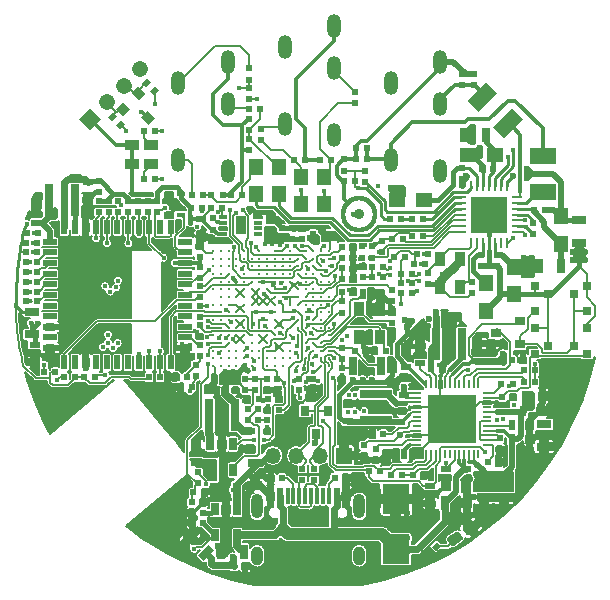
<source format=gtl>
G04 #@! TF.GenerationSoftware,KiCad,Pcbnew,5.1.5+dfsg1-2build2*
G04 #@! TF.CreationDate,2020-11-19T00:01:25+01:00*
G04 #@! TF.ProjectId,OtterCastAudioV2,4f747465-7243-4617-9374-417564696f56,rev?*
G04 #@! TF.SameCoordinates,Original*
G04 #@! TF.FileFunction,Copper,L1,Top*
G04 #@! TF.FilePolarity,Positive*
%FSLAX46Y46*%
G04 Gerber Fmt 4.6, Leading zero omitted, Abs format (unit mm)*
G04 Created by KiCad (PCBNEW 5.1.5+dfsg1-2build2) date 2020-11-19 00:01:25*
%MOMM*%
%LPD*%
G04 APERTURE LIST*
%ADD10R,1.200000X0.510000*%
%ADD11R,0.510000X1.200000*%
%ADD12C,0.300000*%
%ADD13R,0.250000X0.900000*%
%ADD14R,0.900000X0.250000*%
%ADD15R,3.140000X3.140000*%
%ADD16C,0.100000*%
%ADD17R,0.790000X0.440000*%
%ADD18R,0.800000X2.700000*%
%ADD19R,0.900000X0.600000*%
%ADD20R,1.300000X0.700000*%
%ADD21R,0.500000X0.600000*%
%ADD22R,0.600000X0.500000*%
%ADD23R,0.900000X1.500000*%
%ADD24R,0.750000X0.300000*%
%ADD25R,0.800000X0.650000*%
%ADD26R,0.650000X0.800000*%
%ADD27C,1.350000*%
%ADD28R,2.250000X1.315000*%
%ADD29R,1.250000X1.400000*%
%ADD30R,1.400000X1.250000*%
%ADD31R,0.750000X1.500000*%
%ADD32O,1.350000X1.350000*%
%ADD33R,1.350000X1.350000*%
%ADD34R,0.800000X0.900000*%
%ADD35R,0.600000X0.900000*%
%ADD36R,0.800000X0.200000*%
%ADD37R,0.200000X0.800000*%
%ADD38R,4.050000X4.050000*%
%ADD39R,2.700000X0.800000*%
%ADD40R,0.600000X1.450000*%
%ADD41O,1.000000X2.100000*%
%ADD42O,1.000000X1.600000*%
%ADD43R,0.300000X1.450000*%
%ADD44R,0.950000X1.200000*%
%ADD45R,0.650000X1.060000*%
%ADD46R,0.900000X0.800000*%
%ADD47C,0.900000*%
%ADD48O,1.200000X2.000000*%
%ADD49R,0.700000X1.300000*%
%ADD50R,2.300000X2.500000*%
%ADD51R,1.225000X0.850000*%
%ADD52C,0.600000*%
%ADD53C,0.450000*%
%ADD54C,0.400000*%
%ADD55C,0.200000*%
%ADD56C,0.500000*%
%ADD57C,0.800000*%
%ADD58C,0.250000*%
%ADD59C,0.127000*%
%ADD60C,0.600000*%
%ADD61C,0.650000*%
%ADD62C,0.300000*%
%ADD63C,1.000000*%
G04 APERTURE END LIST*
D10*
X78130000Y-100700000D03*
X78130000Y-98000000D03*
X78130000Y-104300000D03*
X78130000Y-103400000D03*
X78130000Y-97100000D03*
X78130000Y-98900000D03*
X78130000Y-99800000D03*
X78130000Y-101600000D03*
X78130000Y-96200000D03*
X78130000Y-102500000D03*
X78130000Y-95300000D03*
X89570000Y-100700000D03*
X89570000Y-98000000D03*
X89570000Y-104300000D03*
X89570000Y-103400000D03*
X89570000Y-97100000D03*
X89570000Y-98900000D03*
X89570000Y-99800000D03*
X89570000Y-101600000D03*
X89570000Y-96200000D03*
X89570000Y-102500000D03*
X89570000Y-95300000D03*
D11*
X82950000Y-94080000D03*
X85650000Y-94080000D03*
X79350000Y-94080000D03*
X80250000Y-94080000D03*
X86550000Y-94080000D03*
X84750000Y-94080000D03*
X83850000Y-94080000D03*
X82050000Y-94080000D03*
X87450000Y-94080000D03*
X81150000Y-94080000D03*
X88350000Y-94080000D03*
X80250000Y-105520000D03*
X81150000Y-105520000D03*
X82050000Y-105520000D03*
X82950000Y-105520000D03*
X83850000Y-105520000D03*
X84750000Y-105520000D03*
X85650000Y-105520000D03*
X86550000Y-105520000D03*
X87450000Y-105520000D03*
X79350000Y-105520000D03*
X88350000Y-105520000D03*
D12*
X97825000Y-104525000D03*
X97175000Y-99325000D03*
X97175000Y-100625000D03*
X99775000Y-96725000D03*
X97175000Y-102575000D03*
X97825000Y-103875000D03*
X97825000Y-101925000D03*
X97825000Y-97375000D03*
X97825000Y-99325000D03*
X101075000Y-99325000D03*
X101725000Y-104525000D03*
X101075000Y-98675000D03*
X101725000Y-105825000D03*
X101075000Y-103875000D03*
X97825000Y-98025000D03*
X97825000Y-105175000D03*
X99125000Y-99975000D03*
X98475000Y-104525000D03*
X99125000Y-102575000D03*
X98475000Y-99975000D03*
X99125000Y-105175000D03*
X99125000Y-98025000D03*
X99125000Y-99325000D03*
X99125000Y-97375000D03*
X99125000Y-101925000D03*
X99125000Y-103875000D03*
X98475000Y-102575000D03*
X98475000Y-100625000D03*
X98475000Y-99325000D03*
X99125000Y-100625000D03*
X98475000Y-98675000D03*
X99125000Y-105825000D03*
X98475000Y-103875000D03*
X98475000Y-101275000D03*
X99125000Y-96725000D03*
X98475000Y-98025000D03*
X98475000Y-97375000D03*
X99125000Y-98675000D03*
X98475000Y-103225000D03*
X99125000Y-101275000D03*
X97175000Y-99975000D03*
X98475000Y-96725000D03*
X98475000Y-96075000D03*
X98475000Y-105175000D03*
X99775000Y-96075000D03*
X97825000Y-102575000D03*
X101725000Y-99975000D03*
X101075000Y-104525000D03*
X101725000Y-102575000D03*
X101075000Y-99975000D03*
X101725000Y-105175000D03*
X101725000Y-97375000D03*
X101075000Y-102575000D03*
X101075000Y-100625000D03*
X97175000Y-104525000D03*
X98475000Y-101925000D03*
X97175000Y-96075000D03*
X97175000Y-96725000D03*
X97175000Y-105825000D03*
X97825000Y-98675000D03*
X97175000Y-97375000D03*
X97175000Y-98025000D03*
X97825000Y-96725000D03*
X97175000Y-101275000D03*
X97175000Y-103875000D03*
X100425000Y-104525000D03*
X99775000Y-99325000D03*
X99775000Y-100625000D03*
X99775000Y-102575000D03*
X100425000Y-103875000D03*
X100425000Y-101925000D03*
X100425000Y-97375000D03*
X100425000Y-99325000D03*
X100425000Y-98025000D03*
X100425000Y-105175000D03*
X100425000Y-99975000D03*
X99775000Y-98675000D03*
X101725000Y-103225000D03*
X99775000Y-105175000D03*
X99775000Y-103225000D03*
X99775000Y-101925000D03*
X100425000Y-98675000D03*
X99775000Y-97375000D03*
X99775000Y-98025000D03*
X100425000Y-101275000D03*
X100425000Y-105825000D03*
X100425000Y-102575000D03*
X99775000Y-104525000D03*
X100425000Y-96075000D03*
X100425000Y-96725000D03*
X100425000Y-100625000D03*
X97825000Y-105825000D03*
X101075000Y-97375000D03*
X101725000Y-98675000D03*
X101075000Y-103225000D03*
X97175000Y-98675000D03*
X97825000Y-99975000D03*
X97825000Y-103225000D03*
X97825000Y-101275000D03*
X101725000Y-101275000D03*
X99775000Y-99975000D03*
X101075000Y-105825000D03*
X101075000Y-96725000D03*
X97175000Y-101925000D03*
X100425000Y-103225000D03*
X99775000Y-101275000D03*
X101075000Y-101275000D03*
X101725000Y-96725000D03*
X101075000Y-98025000D03*
X101075000Y-101925000D03*
X99125000Y-103225000D03*
X101075000Y-96075000D03*
X101725000Y-96075000D03*
X101075000Y-105175000D03*
X99775000Y-103875000D03*
X97175000Y-105175000D03*
X97175000Y-103225000D03*
X97825000Y-100625000D03*
X95225000Y-104525000D03*
X94575000Y-99325000D03*
X94575000Y-100625000D03*
X94575000Y-102575000D03*
X95225000Y-103875000D03*
X95225000Y-101925000D03*
X95225000Y-97375000D03*
X95225000Y-99325000D03*
X95225000Y-105175000D03*
X96525000Y-99975000D03*
X95875000Y-104525000D03*
X96525000Y-102575000D03*
X95875000Y-99975000D03*
X96525000Y-105175000D03*
X96525000Y-98025000D03*
X96525000Y-99325000D03*
X96525000Y-97375000D03*
X96525000Y-101925000D03*
X96525000Y-103875000D03*
X95875000Y-102575000D03*
X95875000Y-100625000D03*
X95875000Y-99325000D03*
X96525000Y-104525000D03*
X96525000Y-100625000D03*
X95875000Y-98675000D03*
X96525000Y-105825000D03*
X95875000Y-103875000D03*
X95875000Y-101275000D03*
X96525000Y-96725000D03*
X95875000Y-98025000D03*
X95875000Y-97375000D03*
X96525000Y-98675000D03*
X95875000Y-103225000D03*
X96525000Y-101275000D03*
X94575000Y-99975000D03*
X95875000Y-96725000D03*
X95875000Y-96075000D03*
X95875000Y-105175000D03*
X95225000Y-102575000D03*
X94575000Y-104525000D03*
X95875000Y-101925000D03*
X94575000Y-96075000D03*
X94575000Y-96725000D03*
X95225000Y-98675000D03*
X94575000Y-97375000D03*
X94575000Y-98025000D03*
X95225000Y-96725000D03*
X94575000Y-101275000D03*
X94575000Y-103875000D03*
X95225000Y-105825000D03*
X94575000Y-98675000D03*
X95225000Y-99975000D03*
X95225000Y-103225000D03*
X95225000Y-101275000D03*
X94575000Y-101925000D03*
X96525000Y-103225000D03*
X94575000Y-105175000D03*
X94575000Y-103225000D03*
X95225000Y-100625000D03*
X93925000Y-104525000D03*
X93275000Y-99325000D03*
X93275000Y-100625000D03*
X93275000Y-102575000D03*
X93925000Y-103875000D03*
X93925000Y-101925000D03*
X93925000Y-97375000D03*
X93925000Y-99325000D03*
X93925000Y-105175000D03*
X93275000Y-99975000D03*
X93925000Y-102575000D03*
X93275000Y-104525000D03*
X93275000Y-96075000D03*
X93275000Y-96725000D03*
X93275000Y-105825000D03*
X93925000Y-98675000D03*
X93275000Y-97375000D03*
X93275000Y-98025000D03*
X93925000Y-96725000D03*
X93275000Y-101275000D03*
X93275000Y-103875000D03*
X93925000Y-105825000D03*
X93275000Y-98675000D03*
X93925000Y-99975000D03*
X93925000Y-103225000D03*
X93925000Y-101275000D03*
X93275000Y-101925000D03*
X93275000Y-105175000D03*
X93275000Y-103225000D03*
X93925000Y-100625000D03*
X92625000Y-102575000D03*
X92625000Y-103875000D03*
X92625000Y-101925000D03*
X92625000Y-98025000D03*
X92625000Y-105175000D03*
X92625000Y-104525000D03*
X92625000Y-103225000D03*
X92625000Y-99975000D03*
X92625000Y-100625000D03*
X92625000Y-96075000D03*
X92625000Y-105825000D03*
X92625000Y-101275000D03*
X92625000Y-99325000D03*
X92625000Y-97375000D03*
X92625000Y-96725000D03*
X92625000Y-98675000D03*
X91975000Y-105825000D03*
X91975000Y-105175000D03*
X91975000Y-104525000D03*
X91975000Y-103225000D03*
X91975000Y-101925000D03*
X91975000Y-100625000D03*
X91975000Y-99325000D03*
X91975000Y-98025000D03*
X91975000Y-97375000D03*
X91975000Y-96725000D03*
X91975000Y-96075000D03*
D13*
X115800000Y-95400000D03*
X114300000Y-95400000D03*
X116300000Y-95400000D03*
X116800000Y-95400000D03*
X114800000Y-95400000D03*
X115300000Y-95400000D03*
X113800000Y-95400000D03*
X114800000Y-90600000D03*
X116300000Y-90600000D03*
X114300000Y-90600000D03*
X113800000Y-90600000D03*
X115800000Y-90600000D03*
X115300000Y-90600000D03*
X116800000Y-90600000D03*
D14*
X117700000Y-93500000D03*
X117700000Y-92000000D03*
X117700000Y-94000000D03*
X117700000Y-94500000D03*
X117700000Y-92500000D03*
X117700000Y-93000000D03*
X117700000Y-91500000D03*
X112900000Y-93500000D03*
X112900000Y-94000000D03*
X112900000Y-94500000D03*
X112900000Y-91500000D03*
X112900000Y-92000000D03*
X112900000Y-92500000D03*
X112900000Y-93000000D03*
D15*
X115300000Y-93000000D03*
G04 #@! TA.AperFunction,SMDPad,CuDef*
D16*
G36*
X86568431Y-82517695D02*
G01*
X86992695Y-82093431D01*
X87346249Y-82446985D01*
X86921985Y-82871249D01*
X86568431Y-82517695D01*
G37*
G04 #@! TD.AperFunction*
G04 #@! TA.AperFunction,SMDPad,CuDef*
G36*
X85903751Y-81853015D02*
G01*
X86328015Y-81428751D01*
X86681569Y-81782305D01*
X86257305Y-82206569D01*
X85903751Y-81853015D01*
G37*
G04 #@! TD.AperFunction*
G04 #@! TA.AperFunction,SMDPad,CuDef*
G36*
X83693431Y-85392695D02*
G01*
X84117695Y-84968431D01*
X84471249Y-85321985D01*
X84046985Y-85746249D01*
X83693431Y-85392695D01*
G37*
G04 #@! TD.AperFunction*
G04 #@! TA.AperFunction,SMDPad,CuDef*
G36*
X83028751Y-84728015D02*
G01*
X83453015Y-84303751D01*
X83806569Y-84657305D01*
X83382305Y-85081569D01*
X83028751Y-84728015D01*
G37*
G04 #@! TD.AperFunction*
D17*
X89220000Y-91240000D03*
X89220000Y-93040000D03*
X88220000Y-93040000D03*
X88220000Y-91240000D03*
D18*
X80260000Y-91760000D03*
X78060000Y-91760000D03*
D19*
X76990000Y-92210000D03*
X76990000Y-93710000D03*
D20*
X122940000Y-93500000D03*
X122940000Y-95400000D03*
D21*
X105420000Y-98260000D03*
X106360000Y-98260000D03*
X105430000Y-97410000D03*
X106370000Y-97410000D03*
X107865000Y-98820000D03*
X108805000Y-98820000D03*
X107855000Y-97990001D03*
X108795000Y-97990001D03*
D22*
X102900000Y-101295000D03*
X102900000Y-100355000D03*
D21*
X108820000Y-99650000D03*
X107880000Y-99650000D03*
D22*
X104585000Y-95700000D03*
X104585000Y-96640000D03*
X99200000Y-107845000D03*
X99200000Y-106905000D03*
X102850000Y-105270000D03*
X102850000Y-104330000D03*
X90825000Y-103320000D03*
X90825000Y-102380000D03*
X90825000Y-100730000D03*
X90825000Y-101670000D03*
D21*
X103800000Y-96650000D03*
X102860000Y-96650000D03*
X94855000Y-108650000D03*
X95795000Y-108650000D03*
D22*
X95500000Y-107845000D03*
X95500000Y-106905000D03*
D21*
X103800000Y-97550000D03*
X102860000Y-97550000D03*
D22*
X83930000Y-92770000D03*
X83930000Y-91830000D03*
D21*
X77050000Y-97030000D03*
X76110000Y-97030000D03*
D22*
X90825000Y-98345000D03*
X90825000Y-97405000D03*
D21*
X87460000Y-106770000D03*
X86520000Y-106770000D03*
D22*
X87220000Y-92770000D03*
X87220000Y-91830000D03*
X84750000Y-92770000D03*
X84750000Y-91830000D03*
X83110000Y-92770000D03*
X83110000Y-91830000D03*
X82290000Y-92770000D03*
X82290000Y-91830000D03*
D21*
X77045000Y-97860000D03*
X76105000Y-97860000D03*
X77045000Y-99520000D03*
X76105000Y-99520000D03*
X77045000Y-98690000D03*
X76105000Y-98690000D03*
X77045000Y-100350000D03*
X76105000Y-100350000D03*
D22*
X86400000Y-92770000D03*
X86400000Y-91830000D03*
X85580000Y-92770000D03*
X85580000Y-91830000D03*
X113000000Y-81080000D03*
X113000000Y-82020000D03*
X96000000Y-86670000D03*
X96000000Y-85730000D03*
X104000000Y-83570000D03*
X104000000Y-82630000D03*
D21*
X98830000Y-88400000D03*
X99770000Y-88400000D03*
X104030000Y-88300000D03*
X104970000Y-88300000D03*
X101920000Y-88400000D03*
X100980000Y-88400000D03*
D22*
X119050000Y-94670000D03*
X119050000Y-93730000D03*
D21*
X92745000Y-91350000D03*
X91805000Y-91350000D03*
D22*
X105440000Y-95700000D03*
X105440000Y-96640000D03*
X106280000Y-95200000D03*
X106280000Y-96140000D03*
D21*
X107080000Y-95090000D03*
X108020000Y-95090000D03*
X108770000Y-94850000D03*
X109710000Y-94850000D03*
D22*
X95000000Y-84880000D03*
X95000000Y-85820000D03*
D21*
X109745000Y-93375000D03*
X108805000Y-93375000D03*
X95920000Y-84050000D03*
X94980000Y-84050000D03*
X91070000Y-91350000D03*
X90130000Y-91350000D03*
D22*
X104825000Y-90220000D03*
X104825000Y-89280000D03*
X103000000Y-88330000D03*
X103000000Y-89270000D03*
X95000000Y-80630000D03*
X95000000Y-81570000D03*
X95000000Y-82280000D03*
X95000000Y-83220000D03*
D21*
X102860000Y-95750000D03*
X103800000Y-95750000D03*
X91220000Y-116525000D03*
X90280000Y-116525000D03*
D22*
X90650000Y-115745000D03*
X90650000Y-114805000D03*
D21*
X90130000Y-118250000D03*
X91070000Y-118250000D03*
X90130000Y-119075000D03*
X91070000Y-119075000D03*
D22*
X97550000Y-108580000D03*
X97550000Y-109520000D03*
X96550000Y-111345000D03*
X96550000Y-110405000D03*
X95725000Y-110395000D03*
X95725000Y-109455000D03*
X94900000Y-110370000D03*
X94900000Y-109430000D03*
D21*
X108830000Y-115050000D03*
X109770000Y-115050000D03*
X107920000Y-115050000D03*
X106980000Y-115050000D03*
X106070000Y-114750000D03*
X105130000Y-114750000D03*
X103170000Y-115300000D03*
X102230000Y-115300000D03*
X96830000Y-115300000D03*
X97770000Y-115300000D03*
D22*
X100500000Y-114530000D03*
X100500000Y-115470000D03*
X99500000Y-114530000D03*
X99500000Y-115470000D03*
D21*
X94670000Y-122775000D03*
X93730000Y-122775000D03*
X119220000Y-107200000D03*
X118280000Y-107200000D03*
X119220000Y-106200000D03*
X118280000Y-106200000D03*
X117300000Y-107350000D03*
X116360000Y-107350000D03*
X118170000Y-105300000D03*
X117230000Y-105300000D03*
D22*
X105700000Y-113795000D03*
X105700000Y-112855000D03*
D21*
X116120000Y-113950000D03*
X115180000Y-113950000D03*
G04 #@! TA.AperFunction,SMDPad,CuDef*
D16*
G36*
X110556569Y-120382305D02*
G01*
X110132305Y-120806569D01*
X109778751Y-120453015D01*
X110203015Y-120028751D01*
X110556569Y-120382305D01*
G37*
G04 #@! TD.AperFunction*
G04 #@! TA.AperFunction,SMDPad,CuDef*
G36*
X111221249Y-121046985D02*
G01*
X110796985Y-121471249D01*
X110443431Y-121117695D01*
X110867695Y-120693431D01*
X111221249Y-121046985D01*
G37*
G04 #@! TD.AperFunction*
D21*
X90080000Y-92450000D03*
X91020000Y-92450000D03*
X81030000Y-106775000D03*
X81970000Y-106775000D03*
X80295000Y-106775000D03*
X79355000Y-106775000D03*
X78595000Y-106350000D03*
X77655000Y-106350000D03*
X76120000Y-96200000D03*
X77060000Y-96200000D03*
X76110000Y-95370000D03*
X77050000Y-95370000D03*
X76190000Y-94540000D03*
X77130000Y-94540000D03*
D22*
X91925000Y-93330000D03*
X91925000Y-94270000D03*
D21*
X92720000Y-92475000D03*
X91780000Y-92475000D03*
X86080000Y-85900000D03*
X87020000Y-85900000D03*
X86080000Y-90000000D03*
X87020000Y-90000000D03*
D22*
X90825000Y-99995000D03*
X90825000Y-99055000D03*
D23*
X94275000Y-93925000D03*
D24*
X92825000Y-94675000D03*
X92825000Y-94175000D03*
X92825000Y-93675000D03*
X92825000Y-93175000D03*
X95725000Y-93175000D03*
X95725000Y-93675000D03*
X95725000Y-94175000D03*
X95725000Y-94675000D03*
D22*
X94675000Y-107845000D03*
X94675000Y-106905000D03*
X114625000Y-97370000D03*
X114625000Y-96430000D03*
X90500000Y-105705000D03*
X90500000Y-106645000D03*
D25*
X123600000Y-101175000D03*
X119200000Y-101175000D03*
X123600000Y-99025000D03*
X119200000Y-99025000D03*
X123600000Y-104775000D03*
X119200000Y-104775000D03*
X123600000Y-102625000D03*
X119200000Y-102625000D03*
D26*
X122475000Y-99700000D03*
X122475000Y-104100000D03*
X120325000Y-99700000D03*
X120325000Y-104100000D03*
D27*
X85789751Y-80697272D02*
X85789751Y-80697272D01*
X84363250Y-82099091D02*
X84363250Y-82099091D01*
X82936750Y-83500909D02*
X82936750Y-83500909D01*
G04 #@! TA.AperFunction,ComponentPad*
D16*
G36*
X82464807Y-84911058D02*
G01*
X81501919Y-85857286D01*
X80555691Y-84894398D01*
X81518579Y-83948170D01*
X82464807Y-84911058D01*
G37*
G04 #@! TD.AperFunction*
D21*
X103820000Y-98450000D03*
X102880000Y-98450000D03*
D28*
X119850000Y-88012500D03*
X119850000Y-91087500D03*
G04 #@! TA.AperFunction,SMDPad,CuDef*
D16*
G36*
X116023241Y-82732251D02*
G01*
X114432251Y-84323241D01*
X113502405Y-83393395D01*
X115093395Y-81802405D01*
X116023241Y-82732251D01*
G37*
G04 #@! TD.AperFunction*
G04 #@! TA.AperFunction,SMDPad,CuDef*
G36*
X118197595Y-84906605D02*
G01*
X116606605Y-86497595D01*
X115676759Y-85567749D01*
X117267749Y-83976759D01*
X118197595Y-84906605D01*
G37*
G04 #@! TD.AperFunction*
D29*
X121400000Y-93150000D03*
X121400000Y-95450000D03*
D30*
X107475000Y-91800000D03*
X109775000Y-91800000D03*
D29*
X99400000Y-89800000D03*
X99400000Y-92100000D03*
X101350000Y-89800000D03*
X101350000Y-92100000D03*
X115025000Y-101125000D03*
X115025000Y-98825000D03*
X117400000Y-99700000D03*
X117400000Y-97400000D03*
X97500000Y-89000000D03*
X97500000Y-91300000D03*
X95549999Y-89000000D03*
X95549999Y-91300000D03*
D30*
X113525000Y-87950000D03*
X115825000Y-87950000D03*
D31*
X103750000Y-105800000D03*
X106150000Y-105800000D03*
D32*
X97000000Y-113400000D03*
X99000000Y-113400000D03*
X101000000Y-113400000D03*
D33*
X103000000Y-113400000D03*
D34*
X100700000Y-111600000D03*
X99750000Y-109600000D03*
X101650000Y-109600000D03*
G04 #@! TA.AperFunction,SMDPad,CuDef*
D16*
G36*
X85806066Y-84771752D02*
G01*
X86371752Y-84206066D01*
X87008148Y-84842462D01*
X86442462Y-85408148D01*
X85806066Y-84771752D01*
G37*
G04 #@! TD.AperFunction*
G04 #@! TA.AperFunction,SMDPad,CuDef*
G36*
X83720101Y-84029290D02*
G01*
X84285787Y-83463604D01*
X84922183Y-84100000D01*
X84356497Y-84665686D01*
X83720101Y-84029290D01*
G37*
G04 #@! TD.AperFunction*
G04 #@! TA.AperFunction,SMDPad,CuDef*
G36*
X85063604Y-82685787D02*
G01*
X85629290Y-82120101D01*
X86265686Y-82756497D01*
X85700000Y-83322183D01*
X85063604Y-82685787D01*
G37*
G04 #@! TD.AperFunction*
D35*
X101940000Y-94820000D03*
X100440000Y-94820000D03*
D22*
X107950000Y-109605000D03*
X107950000Y-110545000D03*
D21*
X111370000Y-106050000D03*
X110430000Y-106050000D03*
D36*
X115175000Y-108100000D03*
X115175000Y-108500000D03*
X115175000Y-108900000D03*
X115175000Y-109300000D03*
X115175000Y-109700000D03*
X115175000Y-110100000D03*
X115175000Y-110500000D03*
X115175000Y-110900000D03*
X115175000Y-111300000D03*
X115175000Y-111700000D03*
X115175000Y-112100000D03*
X115175000Y-112500000D03*
D37*
X114400000Y-113275000D03*
X114000000Y-113275000D03*
X113600000Y-113275000D03*
X113200000Y-113275000D03*
X112800000Y-113275000D03*
X112400000Y-113275000D03*
X112000000Y-113275000D03*
X111600000Y-113275000D03*
X111200000Y-113275000D03*
X110800000Y-113275000D03*
X110400000Y-113275000D03*
X110000000Y-113275000D03*
D36*
X109225000Y-112500000D03*
X109225000Y-112100000D03*
X109225000Y-111700000D03*
X109225000Y-111300000D03*
X109225000Y-110900000D03*
X109225000Y-110500000D03*
X109225000Y-110100000D03*
X109225000Y-109700000D03*
X109225000Y-109300000D03*
X109225000Y-108900000D03*
X109225000Y-108500000D03*
X109225000Y-108100000D03*
D37*
X110000000Y-107325000D03*
X110400000Y-107325000D03*
X110800000Y-107325000D03*
X111200000Y-107325000D03*
X111600000Y-107325000D03*
X112000000Y-107325000D03*
X112400000Y-107325000D03*
X112800000Y-107325000D03*
X113200000Y-107325000D03*
X113600000Y-107325000D03*
X114000000Y-107325000D03*
X114400000Y-107325000D03*
D38*
X112200000Y-110300000D03*
D18*
X93775000Y-109950000D03*
X91575000Y-109950000D03*
D39*
X105700000Y-110400000D03*
X105700000Y-108200000D03*
G04 #@! TA.AperFunction,SMDPad,CuDef*
D16*
G36*
X112659100Y-119842930D02*
G01*
X112679741Y-119845900D01*
X112699992Y-119850879D01*
X112719657Y-119857819D01*
X112738547Y-119866652D01*
X112756481Y-119877295D01*
X112773285Y-119889645D01*
X112788797Y-119903582D01*
X112802869Y-119918972D01*
X112815364Y-119935668D01*
X113053021Y-120288009D01*
X113063820Y-120305848D01*
X113072819Y-120324661D01*
X113079930Y-120344265D01*
X113085085Y-120364471D01*
X113088235Y-120385086D01*
X113089349Y-120405910D01*
X113088417Y-120426743D01*
X113085447Y-120447384D01*
X113080468Y-120467635D01*
X113073528Y-120487300D01*
X113064695Y-120506190D01*
X113054052Y-120524124D01*
X113041702Y-120540928D01*
X113027765Y-120556440D01*
X113012375Y-120570512D01*
X112995679Y-120583007D01*
X112332448Y-121030362D01*
X112314609Y-121041161D01*
X112295796Y-121050160D01*
X112276192Y-121057271D01*
X112255986Y-121062426D01*
X112235371Y-121065576D01*
X112214547Y-121066690D01*
X112193714Y-121065758D01*
X112173073Y-121062788D01*
X112152822Y-121057809D01*
X112133157Y-121050869D01*
X112114267Y-121042036D01*
X112096333Y-121031393D01*
X112079529Y-121019043D01*
X112064017Y-121005106D01*
X112049945Y-120989716D01*
X112037450Y-120973020D01*
X111799793Y-120620679D01*
X111788994Y-120602840D01*
X111779995Y-120584027D01*
X111772884Y-120564423D01*
X111767729Y-120544217D01*
X111764579Y-120523602D01*
X111763465Y-120502778D01*
X111764397Y-120481945D01*
X111767367Y-120461304D01*
X111772346Y-120441053D01*
X111779286Y-120421388D01*
X111788119Y-120402498D01*
X111798762Y-120384564D01*
X111811112Y-120367760D01*
X111825049Y-120352248D01*
X111840439Y-120338176D01*
X111857135Y-120325681D01*
X112520366Y-119878326D01*
X112538205Y-119867527D01*
X112557018Y-119858528D01*
X112576622Y-119851417D01*
X112596828Y-119846262D01*
X112617443Y-119843112D01*
X112638267Y-119841998D01*
X112659100Y-119842930D01*
G37*
G04 #@! TD.AperFunction*
G04 #@! TA.AperFunction,SMDPad,CuDef*
G36*
X114006286Y-118934242D02*
G01*
X114026927Y-118937212D01*
X114047178Y-118942191D01*
X114066843Y-118949131D01*
X114085733Y-118957964D01*
X114103667Y-118968607D01*
X114120471Y-118980957D01*
X114135983Y-118994894D01*
X114150055Y-119010284D01*
X114162550Y-119026980D01*
X114400207Y-119379321D01*
X114411006Y-119397160D01*
X114420005Y-119415973D01*
X114427116Y-119435577D01*
X114432271Y-119455783D01*
X114435421Y-119476398D01*
X114436535Y-119497222D01*
X114435603Y-119518055D01*
X114432633Y-119538696D01*
X114427654Y-119558947D01*
X114420714Y-119578612D01*
X114411881Y-119597502D01*
X114401238Y-119615436D01*
X114388888Y-119632240D01*
X114374951Y-119647752D01*
X114359561Y-119661824D01*
X114342865Y-119674319D01*
X113679634Y-120121674D01*
X113661795Y-120132473D01*
X113642982Y-120141472D01*
X113623378Y-120148583D01*
X113603172Y-120153738D01*
X113582557Y-120156888D01*
X113561733Y-120158002D01*
X113540900Y-120157070D01*
X113520259Y-120154100D01*
X113500008Y-120149121D01*
X113480343Y-120142181D01*
X113461453Y-120133348D01*
X113443519Y-120122705D01*
X113426715Y-120110355D01*
X113411203Y-120096418D01*
X113397131Y-120081028D01*
X113384636Y-120064332D01*
X113146979Y-119711991D01*
X113136180Y-119694152D01*
X113127181Y-119675339D01*
X113120070Y-119655735D01*
X113114915Y-119635529D01*
X113111765Y-119614914D01*
X113110651Y-119594090D01*
X113111583Y-119573257D01*
X113114553Y-119552616D01*
X113119532Y-119532365D01*
X113126472Y-119512700D01*
X113135305Y-119493810D01*
X113145948Y-119475876D01*
X113158298Y-119459072D01*
X113172235Y-119443560D01*
X113187625Y-119429488D01*
X113204321Y-119416993D01*
X113867552Y-118969638D01*
X113885391Y-118958839D01*
X113904204Y-118949840D01*
X113923808Y-118942729D01*
X113944014Y-118937574D01*
X113964629Y-118934424D01*
X113985453Y-118933310D01*
X114006286Y-118934242D01*
G37*
G04 #@! TD.AperFunction*
D22*
X116200000Y-112870000D03*
X116200000Y-111930000D03*
D40*
X97600000Y-116800000D03*
X102400000Y-116800000D03*
X103200000Y-116800000D03*
X96800000Y-116800000D03*
D41*
X95680000Y-117715000D03*
X104320000Y-117715000D03*
D42*
X95680000Y-121895000D03*
X104320000Y-121895000D03*
D40*
X103200000Y-116800000D03*
X102400000Y-116800000D03*
D43*
X101750000Y-116800000D03*
X101250000Y-116800000D03*
X100750000Y-116800000D03*
X100250000Y-116800000D03*
X99750000Y-116800000D03*
X99250000Y-116800000D03*
X98750000Y-116800000D03*
X98250000Y-116800000D03*
D40*
X97600000Y-116800000D03*
X96800000Y-116800000D03*
D44*
X106075000Y-101000000D03*
X106075000Y-103400000D03*
X104325000Y-103400000D03*
X104325000Y-101000000D03*
X111125000Y-99150000D03*
X111125000Y-96750000D03*
X112875000Y-96750000D03*
X112875000Y-99150000D03*
D45*
X94000000Y-120150000D03*
X92100000Y-120150000D03*
X92100000Y-117950000D03*
X93050000Y-117950000D03*
X94000000Y-117950000D03*
X93625000Y-114625000D03*
X91725000Y-114625000D03*
X91725000Y-112425000D03*
X92675000Y-112425000D03*
X93625000Y-112425000D03*
D46*
X115900000Y-103000000D03*
X117900000Y-102050000D03*
X117900000Y-103950000D03*
G04 #@! TA.AperFunction,SMDPad,CuDef*
D16*
G36*
X105544972Y-92026666D02*
G01*
X105629479Y-92153141D01*
X105701183Y-92287290D01*
X105759393Y-92427821D01*
X105803548Y-92573381D01*
X105833224Y-92722568D01*
X105848133Y-92873945D01*
X105848133Y-93026055D01*
X105833224Y-93177433D01*
X105803548Y-93326619D01*
X105759393Y-93472179D01*
X105701183Y-93612711D01*
X105629479Y-93746859D01*
X105544972Y-93873335D01*
X105448475Y-93990916D01*
X105340916Y-94098475D01*
X105223335Y-94194972D01*
X105096859Y-94279479D01*
X104962711Y-94351183D01*
X104822179Y-94409393D01*
X104676619Y-94453548D01*
X104527433Y-94483224D01*
X104376055Y-94498133D01*
X104223945Y-94498133D01*
X104072568Y-94483224D01*
X103923381Y-94453548D01*
X103777821Y-94409393D01*
X103637290Y-94351183D01*
X103503141Y-94279479D01*
X103376666Y-94194972D01*
X103259084Y-94098475D01*
X103151526Y-93990916D01*
X103055028Y-93873335D01*
X102970521Y-93746859D01*
X102898817Y-93612711D01*
X102840607Y-93472179D01*
X102796452Y-93326619D01*
X102766776Y-93177433D01*
X102751868Y-93026055D01*
X102751868Y-92873945D01*
X102766776Y-92722568D01*
X102796452Y-92573381D01*
X102840607Y-92427821D01*
X102898817Y-92287290D01*
X102970521Y-92153141D01*
X103055028Y-92026666D01*
X103151526Y-91909084D01*
X103186693Y-91873917D01*
X103197216Y-91861095D01*
X103211095Y-91847216D01*
X103223917Y-91836693D01*
X103245205Y-91815404D01*
X103527707Y-92097906D01*
X103447906Y-92177707D01*
X103376312Y-92264946D01*
X103313612Y-92358782D01*
X103260412Y-92458311D01*
X103217225Y-92562576D01*
X103184464Y-92670573D01*
X103162447Y-92781260D01*
X103151385Y-92893572D01*
X103151385Y-93006428D01*
X103162447Y-93118741D01*
X103184464Y-93229428D01*
X103217225Y-93337424D01*
X103260412Y-93441689D01*
X103313612Y-93541218D01*
X103376312Y-93635054D01*
X103447906Y-93722293D01*
X103527707Y-93802094D01*
X103614946Y-93873689D01*
X103708782Y-93936388D01*
X103808311Y-93989588D01*
X103912576Y-94032776D01*
X104020573Y-94065536D01*
X104131260Y-94087553D01*
X104243572Y-94098615D01*
X104356428Y-94098615D01*
X104468741Y-94087553D01*
X104579428Y-94065536D01*
X104687424Y-94032776D01*
X104791689Y-93989588D01*
X104891218Y-93936388D01*
X104985054Y-93873689D01*
X105072293Y-93802094D01*
X105152094Y-93722293D01*
X105223689Y-93635054D01*
X105286388Y-93541218D01*
X105339588Y-93441689D01*
X105382776Y-93337424D01*
X105415536Y-93229428D01*
X105437553Y-93118741D01*
X105448615Y-93006428D01*
X105448615Y-92893572D01*
X105437553Y-92781260D01*
X105415536Y-92670573D01*
X105382776Y-92562576D01*
X105339588Y-92458311D01*
X105286388Y-92358782D01*
X105223689Y-92264946D01*
X105152094Y-92177707D01*
X105072293Y-92097906D01*
X104985054Y-92026312D01*
X104891218Y-91963612D01*
X104791689Y-91910412D01*
X104687424Y-91867225D01*
X104579428Y-91834464D01*
X104468741Y-91812447D01*
X104356428Y-91801385D01*
X104243572Y-91801385D01*
X104131260Y-91812447D01*
X104020573Y-91834464D01*
X103912576Y-91867225D01*
X103808311Y-91910412D01*
X103708782Y-91963612D01*
X103614946Y-92026312D01*
X103527707Y-92097906D01*
X103245205Y-91815404D01*
X103259084Y-91801526D01*
X103376666Y-91705028D01*
X103503141Y-91620521D01*
X103637290Y-91548817D01*
X103777821Y-91490607D01*
X103923381Y-91446452D01*
X104072568Y-91416776D01*
X104223945Y-91401868D01*
X104376055Y-91401868D01*
X104527433Y-91416776D01*
X104676619Y-91446452D01*
X104822179Y-91490607D01*
X104962711Y-91548817D01*
X105096859Y-91620521D01*
X105223335Y-91705028D01*
X105340916Y-91801526D01*
X105448475Y-91909084D01*
X105544972Y-92026666D01*
G37*
G04 #@! TD.AperFunction*
D47*
X104300000Y-92950000D03*
D18*
X110800000Y-104000000D03*
X113000000Y-104000000D03*
D48*
X98000000Y-78800000D03*
X98000000Y-85300000D03*
X102200000Y-86300000D03*
X102200000Y-80600000D03*
X102200000Y-77000000D03*
X107000000Y-81850000D03*
X107000000Y-88350000D03*
X111200000Y-89350000D03*
X111200000Y-83650000D03*
X111200000Y-80050000D03*
X89000000Y-81850000D03*
X89000000Y-88350000D03*
X93200000Y-89350000D03*
X93200000Y-83650000D03*
X93200000Y-80050000D03*
D49*
X113175000Y-86275000D03*
X115075000Y-86275000D03*
X119500000Y-97375000D03*
X121400000Y-97375000D03*
D20*
X76640000Y-103130000D03*
X76640000Y-101230000D03*
D50*
X107450000Y-117050000D03*
X107450000Y-121350000D03*
D51*
X86717500Y-87145000D03*
X85092500Y-87145000D03*
X86717500Y-88750000D03*
X85092500Y-88750000D03*
D20*
X119975000Y-112650000D03*
X119975000Y-110750000D03*
D21*
X109870000Y-97150000D03*
X108930000Y-97150000D03*
X110120000Y-96330000D03*
X109180000Y-96330000D03*
D22*
X104600000Y-98320000D03*
X104600000Y-97380000D03*
D21*
X108190000Y-96610000D03*
X107250000Y-96610000D03*
X103820000Y-99550000D03*
X102880000Y-99550000D03*
X104870000Y-104525000D03*
X103930000Y-104525000D03*
D22*
X102850000Y-106945000D03*
X102850000Y-106005000D03*
D19*
X100200000Y-108450000D03*
X100200000Y-106950000D03*
D21*
X105605000Y-104525000D03*
X106545000Y-104525000D03*
D22*
X107075000Y-101230000D03*
X107075000Y-102170000D03*
D35*
X106100000Y-99710000D03*
X104600000Y-99710000D03*
D22*
X97350000Y-107850000D03*
X97350000Y-106910000D03*
X96575000Y-109545000D03*
X96575000Y-108605000D03*
X107100000Y-100295000D03*
X107100000Y-99355000D03*
X96500000Y-107845000D03*
X96500000Y-106905000D03*
X90825000Y-104030000D03*
X90825000Y-104970000D03*
D21*
X89720000Y-106750000D03*
X88780000Y-106750000D03*
D22*
X82290000Y-91110000D03*
X82290000Y-90170000D03*
D21*
X90120000Y-107575000D03*
X89180000Y-107575000D03*
D19*
X81330000Y-91730000D03*
X81330000Y-90230000D03*
D22*
X90825000Y-95655000D03*
X90825000Y-96595000D03*
D19*
X90950000Y-94875000D03*
X90950000Y-93375000D03*
D22*
X114000000Y-81080000D03*
X114000000Y-82020000D03*
D21*
X104030000Y-87400000D03*
X104970000Y-87400000D03*
D22*
X115975000Y-97370000D03*
X115975000Y-96430000D03*
X113050000Y-89995000D03*
X113050000Y-89055000D03*
D21*
X120070000Y-92600000D03*
X119130000Y-92600000D03*
X114730000Y-89150000D03*
X115670000Y-89150000D03*
X93480000Y-91350000D03*
X94420000Y-91350000D03*
D22*
X113875000Y-99620000D03*
X113875000Y-98680000D03*
X110125000Y-98870000D03*
X110125000Y-97930000D03*
X95000000Y-87520000D03*
X95000000Y-86580000D03*
D21*
X106955000Y-93375000D03*
X107895000Y-93375000D03*
X103030000Y-90150000D03*
X103970000Y-90150000D03*
D49*
X92050000Y-116300000D03*
X93950000Y-116300000D03*
D21*
X91070000Y-117350000D03*
X90130000Y-117350000D03*
D20*
X95475000Y-115925000D03*
X95475000Y-114025000D03*
D49*
X92650000Y-121600000D03*
X94550000Y-121600000D03*
D35*
X91525000Y-107775000D03*
X93025000Y-107775000D03*
D19*
X96840000Y-93425000D03*
X96840000Y-94925000D03*
D21*
X92080000Y-106800000D03*
X93020000Y-106800000D03*
D22*
X97810000Y-94130000D03*
X97810000Y-95070000D03*
X98630000Y-94130000D03*
X98630000Y-95070000D03*
X93850000Y-107845000D03*
X93850000Y-106905000D03*
X99450000Y-94130000D03*
X99450000Y-95070000D03*
D19*
X95100000Y-112850000D03*
X95100000Y-111350000D03*
X90500000Y-112525000D03*
X90500000Y-114025000D03*
X109500000Y-104100000D03*
X109500000Y-105600000D03*
D35*
X118750000Y-112000000D03*
X117250000Y-112000000D03*
X118750000Y-110800000D03*
X117250000Y-110800000D03*
D19*
X108300000Y-104400000D03*
X108300000Y-105900000D03*
X110350000Y-117450000D03*
X110350000Y-115950000D03*
X108100000Y-106800000D03*
X108100000Y-108300000D03*
X103400000Y-109000000D03*
X103400000Y-110500000D03*
D35*
X112300000Y-101700000D03*
X110800000Y-101700000D03*
D19*
X115500000Y-103925000D03*
X115500000Y-105425000D03*
D35*
X119825000Y-108350000D03*
X118325000Y-108350000D03*
D19*
X114300000Y-103925000D03*
X114300000Y-105425000D03*
D35*
X119700000Y-109650000D03*
X118200000Y-109650000D03*
D19*
X113350000Y-116050000D03*
X113350000Y-114550000D03*
G04 #@! TA.AperFunction,SMDPad,CuDef*
D16*
G36*
X90710356Y-120091117D02*
G01*
X89791117Y-121010356D01*
X89296142Y-120515381D01*
X90215381Y-119596142D01*
X90710356Y-120091117D01*
G37*
G04 #@! TD.AperFunction*
G04 #@! TA.AperFunction,SMDPad,CuDef*
G36*
X92053858Y-121434619D02*
G01*
X91134619Y-122353858D01*
X90639644Y-121858883D01*
X91558883Y-120939644D01*
X92053858Y-121434619D01*
G37*
G04 #@! TD.AperFunction*
D21*
X117370000Y-108420000D03*
X116430000Y-108420000D03*
D49*
X113450000Y-117400000D03*
X111550000Y-117400000D03*
D20*
X114850000Y-116950000D03*
X114850000Y-115050000D03*
D35*
X108150000Y-113300000D03*
X106650000Y-113300000D03*
D22*
X104700000Y-113470000D03*
X104700000Y-112530000D03*
D21*
X105430000Y-111600000D03*
X106370000Y-111600000D03*
D19*
X111650000Y-116050000D03*
X111650000Y-114550000D03*
D20*
X116550000Y-116950000D03*
X116550000Y-115050000D03*
D19*
X76840000Y-105505000D03*
X76840000Y-104005000D03*
D52*
X108400000Y-117050000D03*
X107200000Y-117050000D03*
X107200000Y-118250000D03*
X108400000Y-118250000D03*
D53*
X89040000Y-93790000D03*
D52*
X100600000Y-108450000D03*
X80875000Y-102125000D03*
X78250000Y-104300000D03*
X81150000Y-105200000D03*
X81150000Y-105950000D03*
D53*
X92700000Y-94175000D03*
X116625000Y-92925000D03*
X116625000Y-91675000D03*
D52*
X105150000Y-103750000D03*
X105150000Y-103050000D03*
X110700000Y-108800000D03*
X113000000Y-90500000D03*
X113400000Y-89725000D03*
X122440000Y-96850000D03*
X123440000Y-96150000D03*
X122440000Y-96150000D03*
X123440000Y-96850000D03*
X109440000Y-102650000D03*
X111450000Y-98150000D03*
X112200000Y-97700000D03*
X111700000Y-108800000D03*
X112700000Y-108800000D03*
X113700000Y-108800000D03*
X110700000Y-109800000D03*
X111700000Y-109800000D03*
X112700000Y-109800000D03*
X113700000Y-109800000D03*
X110700000Y-110800000D03*
X111700000Y-110800000D03*
X112700000Y-110800000D03*
X113700000Y-110800000D03*
X110700000Y-111800000D03*
X111700000Y-111800000D03*
X112700000Y-111800000D03*
X113700000Y-111800000D03*
D53*
X109100000Y-104850000D03*
X109800000Y-104850000D03*
X108500000Y-105150000D03*
X111050000Y-105700000D03*
X96195000Y-103555000D03*
X95562500Y-100312500D03*
X95537500Y-99637500D03*
X94237500Y-99637500D03*
X94250000Y-100950000D03*
D52*
X105225000Y-101350000D03*
D53*
X100100000Y-101050000D03*
D52*
X109200000Y-113250000D03*
X113675000Y-115350000D03*
X111800000Y-115350000D03*
X110700000Y-116700000D03*
X110000000Y-116700000D03*
X112500000Y-117450000D03*
X114400000Y-117900000D03*
X115000000Y-118550000D03*
X116400000Y-117850000D03*
X117700000Y-116800000D03*
X118000000Y-114000000D03*
X118000000Y-115000000D03*
X118000000Y-116000000D03*
X119000000Y-114000000D03*
X120000000Y-114000000D03*
X121250000Y-111500000D03*
X121250000Y-110500000D03*
X121250000Y-109500000D03*
X121250000Y-108500000D03*
X120500000Y-107500000D03*
X107250000Y-107300000D03*
X105300000Y-106190000D03*
X104600000Y-106190000D03*
X105300000Y-105150000D03*
X107050000Y-103300000D03*
X111950000Y-102850000D03*
X111950000Y-103850000D03*
X111950000Y-104850000D03*
X111550000Y-102050000D03*
X109900000Y-103300000D03*
X108950000Y-103300000D03*
X111550000Y-101350000D03*
X114050000Y-104675000D03*
X114900000Y-104675000D03*
X115750000Y-104675000D03*
X116500000Y-104000000D03*
X120500000Y-106500000D03*
X120450000Y-105500000D03*
X121500000Y-105500000D03*
X122500000Y-105500000D03*
X123500000Y-105520000D03*
X109200000Y-116150000D03*
X109200000Y-116950000D03*
X109200000Y-117800000D03*
X104350000Y-115425000D03*
D53*
X110350000Y-115225000D03*
D52*
X116450000Y-113050000D03*
X116450000Y-113950000D03*
X105225000Y-100660010D03*
X117890020Y-105325000D03*
D53*
X97325000Y-104200000D03*
X98150000Y-100070000D03*
X102149702Y-102227843D03*
X91400000Y-100749994D03*
X96275000Y-92875000D03*
X88750000Y-104000000D03*
X89975000Y-104025000D03*
X89350000Y-104000000D03*
D52*
X107000000Y-90750000D03*
X107925002Y-90750000D03*
D53*
X106920000Y-96930000D03*
X104180000Y-97370000D03*
X103480000Y-99414490D03*
X98670000Y-101720000D03*
X96189507Y-101873671D03*
X102850000Y-106590002D03*
X102214998Y-105125000D03*
D52*
X101584262Y-95057166D03*
D53*
X90560000Y-102965022D03*
X97679937Y-98789907D03*
X93658827Y-98378510D03*
X94368662Y-97581499D03*
X90139998Y-94500000D03*
X94273510Y-102262224D03*
D52*
X78250000Y-105350000D03*
X76900000Y-105825000D03*
X76890000Y-104755000D03*
X75825000Y-102050000D03*
X79350000Y-95325000D03*
X81150000Y-95400000D03*
X84825000Y-97275000D03*
X83800000Y-96425000D03*
X82025000Y-96525000D03*
X83725000Y-100200000D03*
X82825000Y-101150000D03*
X84600000Y-101350000D03*
X84600000Y-102600000D03*
X84675000Y-103850000D03*
X79175000Y-102125000D03*
X87875000Y-103675000D03*
X87850000Y-102075000D03*
X87925000Y-100450000D03*
D53*
X87825000Y-97450000D03*
X87825000Y-98800000D03*
X88630000Y-99375000D03*
X96975000Y-92950000D03*
D52*
X79120000Y-109970000D03*
X80220000Y-108970000D03*
X81320000Y-107970000D03*
X78020000Y-110970000D03*
X85400000Y-119600000D03*
X86500000Y-118600000D03*
X87600000Y-117600000D03*
X88700000Y-116600000D03*
X86000000Y-108000000D03*
X89300000Y-112000000D03*
X90400000Y-110200000D03*
X88400000Y-107800000D03*
X92700000Y-110500000D03*
X92700000Y-109200000D03*
X90800000Y-111800000D03*
X93600000Y-113500000D03*
X93100000Y-115600000D03*
D53*
X91600000Y-117050000D03*
D52*
X92100000Y-119000000D03*
X93700000Y-119000000D03*
X92400000Y-121100000D03*
X90790000Y-120610000D03*
X91130000Y-120050000D03*
X90400000Y-118700000D03*
X90500000Y-119700000D03*
X96000000Y-114900000D03*
X97300000Y-114500000D03*
X98300000Y-114500000D03*
X105100000Y-116200000D03*
X105600000Y-117200000D03*
X105600000Y-118300000D03*
X97400000Y-112100000D03*
X98600000Y-111600000D03*
D53*
X96550000Y-111000000D03*
X96600000Y-109200000D03*
X97210000Y-108290000D03*
X97580000Y-107720000D03*
X96298074Y-99753639D03*
X97580000Y-102330000D03*
X94550000Y-108800000D03*
X77275000Y-91900000D03*
X77300000Y-92950000D03*
X76800000Y-92950000D03*
X81600000Y-92400000D03*
X81100000Y-92700000D03*
X81600000Y-93050000D03*
X88570000Y-91830000D03*
X85200000Y-91250000D03*
D52*
X92800000Y-117050000D03*
D53*
X92800000Y-118250000D03*
D52*
X96820000Y-119120000D03*
X96800000Y-115980000D03*
X98640000Y-118970000D03*
X101370000Y-118990000D03*
X101380000Y-115060000D03*
X112500000Y-118250000D03*
X112500000Y-119000000D03*
X114000000Y-116900000D03*
X113750000Y-118400000D03*
X110350000Y-118200000D03*
X107300000Y-113300000D03*
D53*
X93636300Y-103548572D03*
X89975000Y-107950000D03*
X99850000Y-107150000D03*
D52*
X115400000Y-98375000D03*
D53*
X106900000Y-105225000D03*
X107260000Y-105550000D03*
X106900000Y-105875000D03*
X107275000Y-106200000D03*
X99959664Y-101723471D03*
X100249213Y-103027024D03*
X119200000Y-105650000D03*
X100800000Y-107100000D03*
D52*
X104600000Y-107000000D03*
X103800000Y-107000000D03*
X105400000Y-107000000D03*
D53*
X90025000Y-93150000D03*
D52*
X115425000Y-99039990D03*
X114700000Y-99039990D03*
D53*
X99013971Y-104123940D03*
D52*
X100160022Y-94950000D03*
D53*
X98674997Y-98974997D03*
X99325000Y-98875000D03*
X90024555Y-93699110D03*
X105640000Y-95500000D03*
D52*
X100720000Y-95290000D03*
D53*
X76156253Y-93790854D03*
X79640016Y-89970000D03*
X88690000Y-97100000D03*
X85850000Y-84300000D03*
X77050000Y-102180000D03*
X76490000Y-102180000D03*
X92000000Y-115200000D03*
X91400000Y-114600000D03*
D52*
X108100000Y-107600000D03*
D53*
X114800000Y-116200000D03*
X116600000Y-116200000D03*
X117100000Y-115800000D03*
X115300000Y-115800000D03*
X114300000Y-115800000D03*
X116100000Y-115800000D03*
X90800000Y-114000000D03*
X92000000Y-114600000D03*
X91400000Y-114000000D03*
X92000000Y-114000000D03*
D52*
X116500000Y-105500000D03*
X116500000Y-104800000D03*
X107800000Y-111650000D03*
D53*
X118950000Y-109350000D03*
X118950000Y-108750000D03*
X118950000Y-108150000D03*
X91325000Y-115800000D03*
D52*
X100550000Y-112325000D03*
D53*
X111650000Y-114075000D03*
X93600002Y-116300000D03*
D52*
X108400000Y-120400000D03*
X107200000Y-121600000D03*
X107200000Y-120400000D03*
X108400000Y-121600000D03*
X91799996Y-122100000D03*
X93600000Y-122000000D03*
D53*
X96550000Y-94225000D03*
X97100000Y-94225000D03*
X97600000Y-95600000D03*
X96975000Y-95525000D03*
X96350000Y-95500000D03*
D52*
X110250000Y-101800000D03*
X110800000Y-101250000D03*
X110800000Y-102350000D03*
D53*
X97609508Y-100409499D03*
X98829943Y-101183314D03*
X97020000Y-98990000D03*
X97994847Y-99252989D03*
X96177829Y-98750009D03*
X101250000Y-110475000D03*
X115000000Y-113100000D03*
X117000000Y-107500000D03*
X99975000Y-102375000D03*
X99300000Y-108500000D03*
D52*
X113950000Y-86850000D03*
X113950000Y-86200000D03*
X113950000Y-85550000D03*
X118950000Y-96700000D03*
X118950000Y-98100000D03*
X108175000Y-101900000D03*
X108326256Y-102542678D03*
X108821231Y-102047703D03*
X118250000Y-98100000D03*
X118250000Y-96700000D03*
D53*
X107500000Y-104750000D03*
X95425000Y-112100000D03*
X96250000Y-112100000D03*
X97956790Y-107256790D03*
X95650000Y-83200000D03*
X94825000Y-106225000D03*
X94625000Y-105725000D03*
X96850000Y-101275000D03*
X95550000Y-101275000D03*
X93600000Y-106275000D03*
X92925000Y-106275000D03*
X95298510Y-102250000D03*
X91526140Y-105641275D03*
X91470000Y-103358510D03*
D52*
X118500000Y-89150000D03*
X118500000Y-89900000D03*
X114550000Y-88050000D03*
X114550000Y-87400000D03*
X117325000Y-89725000D03*
D53*
X103775000Y-92974996D03*
X104228213Y-90778207D03*
X116889990Y-88100000D03*
X101350000Y-90975000D03*
X99400000Y-90950000D03*
X117350000Y-87547192D03*
X96332868Y-102415022D03*
X96150000Y-108750000D03*
X109765018Y-96325000D03*
X109515002Y-97150000D03*
X103950000Y-108250000D03*
X104750000Y-109600000D03*
X104000000Y-109750000D03*
X103400000Y-109750000D03*
X117400000Y-109110000D03*
X116500000Y-110350000D03*
X115965000Y-110370000D03*
X119975000Y-110750000D03*
X103450000Y-108250000D03*
X84600000Y-85900000D03*
X93375000Y-92625000D03*
X94450000Y-92650000D03*
X87025000Y-83600000D03*
X91000000Y-92700000D03*
X98925077Y-106251490D03*
X90625000Y-94010022D03*
X98935121Y-104678377D03*
X83875000Y-103875000D03*
X76775002Y-94540000D03*
X99981512Y-104313839D03*
X83473510Y-104309649D03*
X76695002Y-95370000D03*
X99602643Y-106037230D03*
X83050000Y-103175000D03*
X76705002Y-96200000D03*
X100631512Y-104963839D03*
X77650000Y-105700000D03*
X83050000Y-103850000D03*
X78750006Y-107000000D03*
X100351760Y-105656529D03*
X82610521Y-104200000D03*
X100425000Y-106310003D03*
X82825000Y-106560024D03*
X103300000Y-103240000D03*
X97610000Y-103010000D03*
X104410000Y-96750000D03*
X102880000Y-103660000D03*
X98685510Y-103430662D03*
X107870000Y-100570000D03*
X109399460Y-98021113D03*
X95450000Y-106050000D03*
X109399460Y-98598115D03*
X95431512Y-105386161D03*
X108450002Y-98611250D03*
X106931729Y-97554136D03*
X94781512Y-104963839D03*
X106931729Y-98131138D03*
X106005001Y-98024645D03*
X94781512Y-104313839D03*
X105220024Y-96700000D03*
X95548507Y-95785876D03*
X105993183Y-96169373D03*
X98217946Y-95663710D03*
X93469737Y-102130800D03*
X87600000Y-90000000D03*
X93080000Y-101070000D03*
X87650000Y-85900000D03*
X92365002Y-92750000D03*
X91480000Y-101980000D03*
X92399061Y-93656107D03*
X91533993Y-102542989D03*
X102125000Y-106825000D03*
X101652825Y-100697013D03*
X113500000Y-106160010D03*
X90325000Y-121300000D03*
X92410000Y-103440000D03*
X94150000Y-82300000D03*
X118433298Y-94089207D03*
X101999813Y-97321824D03*
X83225000Y-99525000D03*
X76459998Y-100350000D03*
X118370000Y-94700000D03*
X102265110Y-98183686D03*
X83900000Y-98600000D03*
X76459998Y-97860000D03*
X118390000Y-93500000D03*
X102173214Y-96690469D03*
X82800000Y-99050000D03*
X76459998Y-99520000D03*
X101509506Y-97809497D03*
X117324998Y-95024998D03*
X83715958Y-99164361D03*
X76459998Y-98715000D03*
X101300000Y-95625000D03*
X85650000Y-94675000D03*
X101285710Y-96938162D03*
X87750000Y-96650000D03*
X98850000Y-95655002D03*
X82025000Y-95025000D03*
X82950000Y-95425002D03*
X93726490Y-95739479D03*
X84775000Y-95425000D03*
X95125000Y-95419469D03*
X93900000Y-92839984D03*
X87870000Y-92410000D03*
X92409499Y-104740494D03*
X87450000Y-104576490D03*
X99990501Y-97590493D03*
X91575000Y-97700000D03*
X98772012Y-107074493D03*
X76464998Y-97030000D03*
X99450000Y-95655002D03*
X84131878Y-92184999D03*
X87450000Y-94500000D03*
X93059505Y-103440503D03*
X86550000Y-104575000D03*
X91536406Y-103919975D03*
X104804974Y-95600000D03*
X105890000Y-90560000D03*
X109225000Y-99450000D03*
X78600000Y-93200000D03*
X78550000Y-92600000D03*
X91525000Y-104925000D03*
X85650000Y-104825000D03*
D54*
X122590000Y-96850000D02*
X123289999Y-96850000D01*
X122590000Y-96850000D02*
X122590000Y-96300000D01*
X123289999Y-96300001D02*
X123440000Y-96150000D01*
X123289999Y-96850000D02*
X123289999Y-96300001D01*
X122590000Y-96142893D02*
X123289999Y-96142893D01*
X122590000Y-96300000D02*
X122440000Y-96150000D01*
D55*
X111370000Y-106430000D02*
X111370000Y-106050000D01*
X111200000Y-106600000D02*
X111370000Y-106430000D01*
X111200000Y-107325000D02*
X111200000Y-106600000D01*
X108345000Y-109605000D02*
X107950000Y-109605000D01*
X108650000Y-109300000D02*
X108345000Y-109605000D01*
X109225000Y-109300000D02*
X108650000Y-109300000D01*
D54*
X122440000Y-96150000D02*
X122940000Y-95650000D01*
X122940000Y-95650000D02*
X123440000Y-96150000D01*
X118425000Y-99700000D02*
X117400000Y-99700000D01*
D56*
X114700002Y-97375000D02*
X115900000Y-97375000D01*
D57*
X112875000Y-96875000D02*
X112875000Y-96750000D01*
X111125000Y-98625000D02*
X111775000Y-97975000D01*
X111125000Y-99150000D02*
X111125000Y-98625000D01*
D58*
X115300000Y-95400000D02*
X115300000Y-96100000D01*
D54*
X115300000Y-94700000D02*
X115300000Y-93000000D01*
D58*
X115300000Y-95400000D02*
X115300000Y-94700000D01*
D59*
X123600000Y-98050000D02*
X122900000Y-97350000D01*
X123600000Y-99025000D02*
X123600000Y-98050000D01*
X123600000Y-100000000D02*
X123600000Y-99025000D01*
X124300000Y-101600000D02*
X124300000Y-100700000D01*
X123600000Y-102300000D02*
X124300000Y-101600000D01*
X124300000Y-100700000D02*
X123600000Y-100000000D01*
X123600000Y-102625000D02*
X123600000Y-102300000D01*
X120325000Y-100227000D02*
X120325000Y-99700000D01*
X120325000Y-102625000D02*
X120325000Y-100227000D01*
X119200000Y-102625000D02*
X120325000Y-102625000D01*
X120325000Y-103573000D02*
X120325000Y-104100000D01*
X120325000Y-102625000D02*
X120325000Y-103573000D01*
X119200000Y-99025000D02*
X119200000Y-99700000D01*
D54*
X119200000Y-99700000D02*
X118425000Y-99700000D01*
D56*
X117150000Y-99700000D02*
X117400000Y-99700000D01*
D57*
X111775000Y-97975000D02*
X112225000Y-97525000D01*
X112225000Y-97525000D02*
X112875000Y-96875000D01*
D54*
X115300000Y-97375000D02*
X115300000Y-96100000D01*
D55*
X111975000Y-100000000D02*
X111125000Y-99150000D01*
X113495000Y-100000000D02*
X111975000Y-100000000D01*
X113875000Y-99620000D02*
X113495000Y-100000000D01*
D56*
X116275000Y-99700000D02*
X117400000Y-99700000D01*
X116210000Y-99635000D02*
X116275000Y-99700000D01*
X116210000Y-97605000D02*
X116210000Y-99635000D01*
X115975000Y-97370000D02*
X116210000Y-97605000D01*
X116210000Y-99940000D02*
X115025000Y-101125000D01*
X116210000Y-99635000D02*
X116210000Y-99940000D01*
D55*
X111200000Y-107325000D02*
X111200000Y-109300000D01*
X113175000Y-110300000D02*
X112200000Y-110300000D01*
X114575000Y-108900000D02*
X113175000Y-110300000D01*
X115175000Y-108900000D02*
X114575000Y-108900000D01*
X111200000Y-109300000D02*
X112200000Y-110300000D01*
X109225000Y-109300000D02*
X111200000Y-109300000D01*
X110800000Y-111700000D02*
X112200000Y-110300000D01*
X109225000Y-111700000D02*
X110800000Y-111700000D01*
D56*
X111370000Y-105855000D02*
X111370000Y-106050000D01*
D60*
X96800000Y-115330000D02*
X96830000Y-115300000D01*
X96800000Y-116800000D02*
X96800000Y-115980000D01*
X103200000Y-115330000D02*
X103170000Y-115300000D01*
X103200000Y-116800000D02*
X103200000Y-115330000D01*
D55*
X97175000Y-102575000D02*
X97172178Y-102575000D01*
X96525000Y-103875000D02*
X95875000Y-103225000D01*
X95875000Y-103875000D02*
X96195000Y-103555000D01*
X96195000Y-103555000D02*
X96525000Y-103225000D01*
X97175000Y-101925000D02*
X97580000Y-102330000D01*
X97175000Y-102575000D02*
X97825000Y-101925000D01*
X97825000Y-101925000D02*
X98475000Y-101925000D01*
X97175000Y-104525000D02*
X97825000Y-103875000D01*
X98475000Y-103875000D02*
X97825000Y-103875000D01*
X97175000Y-100625000D02*
X96525000Y-99975000D01*
X97175000Y-99975000D02*
X96875000Y-100275000D01*
X95225000Y-99325000D02*
X95537500Y-99637500D01*
X95225000Y-99975000D02*
X95875000Y-99325000D01*
X95225000Y-99975000D02*
X95562500Y-100312500D01*
X95225000Y-100625000D02*
X95875000Y-99975000D01*
X96875000Y-100275000D02*
X96525000Y-100625000D01*
X95562500Y-100312500D02*
X95875000Y-100625000D01*
X95537500Y-99637500D02*
X95875000Y-99975000D01*
X93925000Y-103875000D02*
X94575000Y-103225000D01*
X93925000Y-102575000D02*
X94575000Y-101925000D01*
X94575000Y-101275000D02*
X93925000Y-100625000D01*
X93925000Y-101275000D02*
X94250000Y-100950000D01*
X93925000Y-100625000D02*
X93275000Y-100625000D01*
X94575000Y-99975000D02*
X94237500Y-99637500D01*
X93925000Y-99975000D02*
X94575000Y-99325000D01*
X94237500Y-99637500D02*
X93925000Y-99325000D01*
X94250000Y-100950000D02*
X94575000Y-100625000D01*
D60*
X90130000Y-120176498D02*
X90003249Y-120303249D01*
X90130000Y-119075000D02*
X90130000Y-120070000D01*
D54*
X89700000Y-120206498D02*
X89700000Y-121700000D01*
D61*
X93050000Y-121200000D02*
X93050000Y-121200000D01*
X92650000Y-121600000D02*
X93050000Y-121200000D01*
D54*
X91520000Y-116300000D02*
X92050000Y-116300000D01*
X91070000Y-116750000D02*
X91520000Y-116300000D01*
X91070000Y-117350000D02*
X91070000Y-116750000D01*
X90130000Y-119075000D02*
X90130000Y-118870000D01*
D58*
X90150000Y-118250000D02*
X90130000Y-118250000D01*
X91050000Y-117350000D02*
X90150000Y-118250000D01*
X91070000Y-117350000D02*
X91050000Y-117350000D01*
D60*
X94614980Y-118900000D02*
X93050000Y-118900000D01*
X93050000Y-118900000D02*
X93050000Y-117950000D01*
X94750000Y-118764980D02*
X94614980Y-118900000D01*
X94750000Y-116650000D02*
X94750000Y-118764980D01*
X95475000Y-115925000D02*
X94750000Y-116650000D01*
X95925000Y-115925000D02*
X95475000Y-115925000D01*
X96800000Y-116800000D02*
X95925000Y-115925000D01*
X93050000Y-117300000D02*
X92050000Y-116300000D01*
X93050000Y-117950000D02*
X93050000Y-117300000D01*
X92675000Y-115675000D02*
X92050000Y-116300000D01*
X92675000Y-112425000D02*
X92675000Y-114225000D01*
D56*
X92675000Y-112978002D02*
X92675000Y-112425000D01*
X92313013Y-113339989D02*
X92675000Y-112978002D01*
X91214989Y-113339989D02*
X92313013Y-113339989D01*
X90500000Y-112625000D02*
X91214989Y-113339989D01*
X90500000Y-112525000D02*
X90500000Y-112625000D01*
X107698385Y-109635009D02*
X107151615Y-109635009D01*
X107728394Y-109605000D02*
X107698385Y-109635009D01*
X107950000Y-109605000D02*
X107728394Y-109605000D01*
X106516606Y-109000000D02*
X103350000Y-109000000D01*
X107151615Y-109635009D02*
X106516606Y-109000000D01*
D54*
X108600000Y-104100000D02*
X108300000Y-104400000D01*
X109500000Y-104100000D02*
X108600000Y-104100000D01*
X105605000Y-104525000D02*
X104870000Y-104525000D01*
X106305000Y-101230000D02*
X106075000Y-101000000D01*
X107075000Y-101230000D02*
X106305000Y-101230000D01*
X104870000Y-104420000D02*
X104870000Y-104525000D01*
X104625000Y-104175000D02*
X104870000Y-104420000D01*
X104625000Y-103700000D02*
X104625000Y-104175000D01*
X104325000Y-103400000D02*
X104625000Y-103700000D01*
X104675000Y-103750000D02*
X104325000Y-103400000D01*
X105150000Y-103750000D02*
X104675000Y-103750000D01*
X104675000Y-103050000D02*
X104325000Y-103400000D01*
X105150000Y-103050000D02*
X104675000Y-103050000D01*
X105725000Y-101350000D02*
X106075000Y-101000000D01*
X105225000Y-101350000D02*
X105725000Y-101350000D01*
X103800000Y-98450000D02*
X103800000Y-95750000D01*
D55*
X95875000Y-102575000D02*
X95875000Y-101925000D01*
X96525000Y-101925000D02*
X96200000Y-101925000D01*
X96200000Y-101925000D02*
X95875000Y-101925000D01*
X99775000Y-101275000D02*
X100100000Y-101275000D01*
X100100000Y-101275000D02*
X100425000Y-101275000D01*
X117370000Y-108500000D02*
X117370000Y-108430000D01*
D56*
X111950000Y-105200000D02*
X111370000Y-105780000D01*
X111950000Y-102050000D02*
X111950000Y-102550000D01*
X112300000Y-101700000D02*
X111950000Y-102050000D01*
X111950000Y-102550000D02*
X111950000Y-103550000D01*
X111950000Y-103550000D02*
X111950000Y-104550000D01*
X111950000Y-104550000D02*
X111950000Y-105200000D01*
D55*
X117370000Y-108500000D02*
X117370000Y-108380000D01*
D60*
X107750000Y-106800000D02*
X107250000Y-107300000D01*
X108100000Y-106800000D02*
X107750000Y-106800000D01*
D62*
X110350000Y-117200000D02*
X110350000Y-117450000D01*
X111500000Y-116050000D02*
X110350000Y-117200000D01*
X111650000Y-116050000D02*
X111500000Y-116050000D01*
D60*
X108100000Y-106800000D02*
X108500000Y-106800000D01*
D59*
X100925001Y-103374999D02*
X101075000Y-103225000D01*
X100748501Y-103551499D02*
X100925001Y-103374999D01*
X100098501Y-103551499D02*
X100748501Y-103551499D01*
X99775000Y-103875000D02*
X100098501Y-103551499D01*
D54*
X119508002Y-109650000D02*
X119700000Y-109650000D01*
X118750000Y-110408002D02*
X119508002Y-109650000D01*
X118750000Y-111650000D02*
X118750000Y-110408002D01*
D55*
X116200000Y-113870000D02*
X116120000Y-113950000D01*
X116200000Y-112870000D02*
X116200000Y-113650000D01*
X116200000Y-113650000D02*
X116200000Y-113870000D01*
D56*
X105025000Y-113795000D02*
X104700000Y-113470000D01*
X105700000Y-113795000D02*
X105025000Y-113795000D01*
X106155000Y-113795000D02*
X106650000Y-113300000D01*
X105700000Y-113795000D02*
X106155000Y-113795000D01*
D54*
X105735010Y-100660010D02*
X105649264Y-100660010D01*
X105649264Y-100660010D02*
X105225000Y-100660010D01*
X106075000Y-101000000D02*
X105735010Y-100660010D01*
D56*
X118170000Y-105300000D02*
X118145000Y-105325000D01*
X118145000Y-105325000D02*
X117890020Y-105325000D01*
D55*
X97379063Y-104079063D02*
X97264990Y-104079063D01*
X97175000Y-103875000D02*
X97825000Y-104525000D01*
X97825000Y-99975000D02*
X99125000Y-99975000D01*
X98475000Y-100625000D02*
X98475000Y-100300000D01*
X98475000Y-100300000D02*
X98475000Y-99975000D01*
X99875000Y-101275000D02*
X99775000Y-101275000D01*
X100100000Y-101050000D02*
X99875000Y-101275000D01*
X100100000Y-101275000D02*
X100100000Y-101050000D01*
X100325000Y-101275000D02*
X100100000Y-101050000D01*
X100425000Y-101275000D02*
X100325000Y-101275000D01*
D59*
X102149702Y-102546041D02*
X102149702Y-102227843D01*
X101867711Y-102898501D02*
X102149702Y-102616510D01*
X102149702Y-102616510D02*
X102149702Y-102546041D01*
X101586683Y-102898501D02*
X101867711Y-102898501D01*
X101075000Y-103225000D02*
X101260184Y-103225000D01*
X101260184Y-103225000D02*
X101586683Y-102898501D01*
D58*
X93850000Y-107925000D02*
X93850000Y-107845000D01*
X94275000Y-108350000D02*
X93850000Y-107925000D01*
X94555000Y-108350000D02*
X94275000Y-108350000D01*
X94855000Y-108650000D02*
X94852500Y-108647500D01*
X94852500Y-108647500D02*
X94752500Y-108547500D01*
X94752500Y-108547500D02*
X94555000Y-108350000D01*
X94540000Y-108365000D02*
X94555000Y-108350000D01*
X94540000Y-108830000D02*
X94540000Y-108830000D01*
D55*
X117290000Y-108500000D02*
X117370000Y-108500000D01*
X116665000Y-109125000D02*
X117290000Y-108500000D01*
X116000000Y-109125000D02*
X116665000Y-109125000D01*
X115775000Y-108900000D02*
X116000000Y-109125000D01*
X115175000Y-108900000D02*
X115775000Y-108900000D01*
D54*
X99450000Y-94130000D02*
X97810000Y-94130000D01*
X97105000Y-93425000D02*
X97810000Y-94130000D01*
X96840000Y-93425000D02*
X97105000Y-93425000D01*
D55*
X90825000Y-100730000D02*
X91380006Y-100730000D01*
X91380006Y-100730000D02*
X91400000Y-100749994D01*
D54*
X90825000Y-95000000D02*
X90950000Y-94875000D01*
X90825000Y-95655000D02*
X90825000Y-95000000D01*
D60*
X107475000Y-91800000D02*
X107475000Y-91225000D01*
X107475000Y-91225000D02*
X107299999Y-91049999D01*
X107299999Y-91049999D02*
X107000000Y-90750000D01*
X107000000Y-90750000D02*
X107925002Y-90750000D01*
X107475000Y-91800000D02*
X107925002Y-91349998D01*
X107925002Y-91349998D02*
X107925002Y-91174264D01*
X107925002Y-91174264D02*
X107925002Y-90750000D01*
D54*
X103800000Y-98450000D02*
X103800000Y-98270000D01*
X103800000Y-97550000D02*
X103800000Y-98450000D01*
X103800000Y-97985000D02*
X103800000Y-97550000D01*
D59*
X107780000Y-96080000D02*
X107580000Y-96280000D01*
X109180000Y-96330000D02*
X108803000Y-96330000D01*
X108803000Y-96330000D02*
X108553000Y-96080000D01*
X108553000Y-96080000D02*
X107780000Y-96080000D01*
X107580000Y-96280000D02*
X107250000Y-96610000D01*
D55*
X107240000Y-96610000D02*
X106920000Y-96930000D01*
X107250000Y-96610000D02*
X107240000Y-96610000D01*
D56*
X106685000Y-100295000D02*
X106100000Y-99710000D01*
X107100000Y-100295000D02*
X106685000Y-100295000D01*
D59*
X109050000Y-97030000D02*
X108930000Y-97150000D01*
X109050000Y-96460000D02*
X109050000Y-97030000D01*
X109180000Y-96330000D02*
X109050000Y-96460000D01*
D55*
X102850000Y-106925000D02*
X102850000Y-106945000D01*
X101725000Y-105825000D02*
X101750000Y-105825000D01*
D59*
X103730511Y-99639489D02*
X103704999Y-99639489D01*
X103704999Y-99639489D02*
X103480000Y-99414490D01*
X103820000Y-99550000D02*
X103730511Y-99639489D01*
D55*
X96189507Y-101914507D02*
X96189507Y-101873671D01*
X96200000Y-101925000D02*
X96189507Y-101914507D01*
D59*
X102850000Y-106945000D02*
X102850000Y-106590002D01*
X101725000Y-105825000D02*
X101725000Y-105675000D01*
X101725000Y-105675000D02*
X101425000Y-105375000D01*
X101425000Y-105375000D02*
X101400000Y-105350000D01*
X101400000Y-105350000D02*
X101400000Y-105021218D01*
X101400000Y-105021218D02*
X101569719Y-104851499D01*
X101569719Y-104851499D02*
X101941497Y-104851499D01*
X101941497Y-104851499D02*
X102214998Y-105125000D01*
D56*
X92080000Y-107170000D02*
X91475000Y-107775000D01*
X92080000Y-106800000D02*
X92080000Y-107170000D01*
X92080000Y-107220000D02*
X92080000Y-106800000D01*
X91525000Y-107775000D02*
X92080000Y-107220000D01*
D55*
X92080000Y-105930000D02*
X91975000Y-105825000D01*
X92080000Y-106800000D02*
X92080000Y-105930000D01*
D54*
X101584262Y-94990738D02*
X101584262Y-95057166D01*
X101800000Y-94775000D02*
X101584262Y-94990738D01*
D55*
X101725000Y-96075000D02*
X101874999Y-95925001D01*
X101874999Y-95925001D02*
X101874999Y-94849999D01*
X101874999Y-94849999D02*
X101800000Y-94775000D01*
D59*
X90784999Y-103190021D02*
X90560000Y-102965022D01*
X90825000Y-103230020D02*
X90784999Y-103190021D01*
X90825000Y-103320000D02*
X90825000Y-103230020D01*
D55*
X97825000Y-98675000D02*
X97794844Y-98675000D01*
X97794844Y-98675000D02*
X97679937Y-98789907D01*
D56*
X97345000Y-107845000D02*
X97350000Y-107850000D01*
X96500000Y-107845000D02*
X97345000Y-107845000D01*
X97550000Y-108050000D02*
X97450000Y-107950000D01*
X97550000Y-108580000D02*
X97550000Y-108580000D01*
D62*
X93925000Y-98675000D02*
X93658827Y-98408827D01*
X93658827Y-98408827D02*
X93658827Y-98378510D01*
D60*
X113000000Y-90125000D02*
X113400000Y-89725000D01*
X113000000Y-90500000D02*
X113000000Y-90125000D01*
D55*
X90825000Y-95655000D02*
X90825000Y-95743804D01*
D59*
X91764999Y-96285001D02*
X91825001Y-96224999D01*
X90825000Y-95743804D02*
X91366197Y-96285001D01*
X91825001Y-96224999D02*
X91975000Y-96075000D01*
X91366197Y-96285001D02*
X91764999Y-96285001D01*
X94575000Y-97375000D02*
X94368662Y-97581338D01*
X94368662Y-97581338D02*
X94368662Y-97581499D01*
D55*
X90514998Y-94875000D02*
X90139998Y-94500000D01*
X90950000Y-94875000D02*
X90514998Y-94875000D01*
X93925000Y-101925000D02*
X94262224Y-102262224D01*
X94273510Y-102273510D02*
X94273510Y-102262224D01*
X94575000Y-102575000D02*
X94273510Y-102273510D01*
X94262224Y-102262224D02*
X94273510Y-102262224D01*
D54*
X110845000Y-98870000D02*
X111125000Y-99150000D01*
X110125000Y-98870000D02*
X110845000Y-98870000D01*
D55*
X95875000Y-99975000D02*
X96525000Y-100625000D01*
X96525000Y-99975000D02*
X95875000Y-100625000D01*
D60*
X92675000Y-114225000D02*
X92675000Y-115675000D01*
D61*
X93050000Y-120050000D02*
X93050000Y-118550000D01*
X93050000Y-121200000D02*
X93050000Y-120050000D01*
D54*
X90130000Y-118870000D02*
X90130000Y-118250000D01*
D60*
X90130000Y-120070000D02*
X90130000Y-120176498D01*
D56*
X97550000Y-108580000D02*
X97550000Y-108050000D01*
X97450000Y-107950000D02*
X97350000Y-107850000D01*
D59*
X96575000Y-109225000D02*
X96600000Y-109200000D01*
X96575000Y-109545000D02*
X96575000Y-109225000D01*
X96550000Y-111345000D02*
X96550000Y-111000000D01*
X97200000Y-108100000D02*
X97600000Y-107700000D01*
X97200000Y-108300000D02*
X97200000Y-108100000D01*
D62*
X96519435Y-99975000D02*
X96298074Y-99753639D01*
X96525000Y-99975000D02*
X96519435Y-99975000D01*
D54*
X122940000Y-95651472D02*
X122940000Y-97350000D01*
D59*
X100050000Y-108450000D02*
X99600000Y-108900000D01*
X100200000Y-108450000D02*
X100050000Y-108450000D01*
X99600000Y-108900000D02*
X99100000Y-108900000D01*
X99100000Y-108900000D02*
X98850000Y-109150000D01*
X98670000Y-101730000D02*
X98475000Y-101925000D01*
X98670000Y-101720000D02*
X98670000Y-101730000D01*
D55*
X97580000Y-102330000D02*
X97825000Y-102575000D01*
D59*
X100200000Y-108450000D02*
X100600000Y-108450000D01*
D55*
X96955000Y-104525000D02*
X97175000Y-104525000D01*
X96525000Y-104525000D02*
X96955000Y-104525000D01*
X97325000Y-104375000D02*
X97175000Y-104525000D01*
X97325000Y-104200000D02*
X97325000Y-104375000D01*
X97325000Y-104025000D02*
X97175000Y-103875000D01*
X97325000Y-104200000D02*
X97325000Y-104025000D01*
D54*
X120550000Y-99700000D02*
X119200000Y-99700000D01*
X122900000Y-97350000D02*
X120550000Y-99700000D01*
X122940000Y-97350000D02*
X122900000Y-97350000D01*
D58*
X94540000Y-108830000D02*
X94540000Y-108365000D01*
D54*
X81950000Y-91110000D02*
X81330000Y-91730000D01*
X82290000Y-91110000D02*
X81950000Y-91110000D01*
D62*
X88220000Y-91480000D02*
X88570000Y-91830000D01*
X88220000Y-91240000D02*
X88220000Y-91480000D01*
X88570000Y-92690000D02*
X88570000Y-91830000D01*
X88220000Y-93040000D02*
X88570000Y-92690000D01*
X83752521Y-87145000D02*
X81510249Y-84902728D01*
X85092500Y-87145000D02*
X83752521Y-87145000D01*
X85092500Y-87145000D02*
X85092500Y-88750000D01*
X85092500Y-91142500D02*
X85200000Y-91250000D01*
X85092500Y-88750000D02*
X85092500Y-91142500D01*
D60*
X93050000Y-117950000D02*
X93050000Y-117950000D01*
D61*
X93050000Y-118550000D02*
X93050000Y-117950000D01*
D60*
X104350000Y-115750000D02*
X104350000Y-115425000D01*
X103300000Y-116800000D02*
X104350000Y-115750000D01*
X103200000Y-116800000D02*
X103300000Y-116800000D01*
X96800000Y-115980000D02*
X96800000Y-115330000D01*
D59*
X109549999Y-112950001D02*
X112200000Y-110300000D01*
X109499999Y-112950001D02*
X109549999Y-112950001D01*
X109200000Y-113250000D02*
X109499999Y-112950001D01*
D56*
X106650000Y-113300000D02*
X106650000Y-113300000D01*
D55*
X94575000Y-103875000D02*
X94237500Y-103537500D01*
X94237500Y-103537500D02*
X93925000Y-103225000D01*
X93925000Y-103875000D02*
X93636300Y-103586300D01*
X93636300Y-103586300D02*
X93636300Y-103548572D01*
X93925000Y-103225000D02*
X93636300Y-103513700D01*
X93636300Y-103513700D02*
X93636300Y-103548572D01*
X90225000Y-107405000D02*
X90225000Y-107700000D01*
X90220000Y-107400000D02*
X90225000Y-107405000D01*
X90220000Y-107230000D02*
X90220000Y-107400000D01*
X90225000Y-107700000D02*
X89975000Y-107950000D01*
X90500000Y-106950000D02*
X90220000Y-107230000D01*
X90500000Y-106770000D02*
X90500000Y-106950000D01*
X109225000Y-109700000D02*
X108795000Y-109700000D01*
D62*
X108497500Y-109997500D02*
X107950000Y-110545000D01*
D55*
X108795000Y-109700000D02*
X108497500Y-109997500D01*
D56*
X105845000Y-110545000D02*
X105750000Y-110450000D01*
X107950000Y-110545000D02*
X106255000Y-110545000D01*
X103350000Y-110550000D02*
X105700000Y-110550000D01*
D58*
X114800000Y-95400000D02*
X114800000Y-96529999D01*
D54*
X114150000Y-97950000D02*
X114920000Y-98720000D01*
X113950000Y-97750000D02*
X114150000Y-97950000D01*
X113950000Y-96775000D02*
X113950000Y-97750000D01*
X114295000Y-96430000D02*
X113950000Y-96775000D01*
X114600000Y-96430000D02*
X114295000Y-96430000D01*
X114920000Y-98720000D02*
X115025000Y-98825000D01*
D55*
X119220000Y-106200000D02*
X119220000Y-107200000D01*
X98475000Y-99325000D02*
X99125000Y-98675000D01*
X99125000Y-103225000D02*
X99175000Y-103175000D01*
D59*
X99775000Y-101908135D02*
X99959664Y-101723471D01*
X99775000Y-101925000D02*
X99775000Y-101908135D01*
X100425000Y-103202811D02*
X100249213Y-103027024D01*
X100425000Y-103225000D02*
X100425000Y-103202811D01*
X119200000Y-106180000D02*
X119220000Y-106200000D01*
X119200000Y-105650000D02*
X119200000Y-106180000D01*
D56*
X105750000Y-110450000D02*
X105700000Y-110400000D01*
X106255000Y-110545000D02*
X106255000Y-110545000D01*
X106255000Y-110545000D02*
X105845000Y-110545000D01*
D62*
X90825000Y-97405000D02*
X90825000Y-96595000D01*
X89625000Y-97100000D02*
X90825000Y-97100000D01*
X92330000Y-94675000D02*
X91925000Y-94270000D01*
X92825000Y-94675000D02*
X92330000Y-94675000D01*
D59*
X78218000Y-106350000D02*
X78595000Y-106350000D01*
X78150000Y-106418000D02*
X78218000Y-106350000D01*
D62*
X90950000Y-93400000D02*
X90950000Y-93375000D01*
X91820000Y-94270000D02*
X90950000Y-93400000D01*
X91925000Y-94270000D02*
X91820000Y-94270000D01*
X90025000Y-93375000D02*
X90950000Y-93375000D01*
X90025000Y-93625000D02*
X90025000Y-93375000D01*
X89625000Y-97100000D02*
X89050000Y-97100000D01*
D54*
X84750000Y-91830000D02*
X87030000Y-91830000D01*
D55*
X90025000Y-92555000D02*
X90105000Y-92475000D01*
X90025000Y-93150000D02*
X90025000Y-92555000D01*
X91780000Y-92545000D02*
X90950000Y-93375000D01*
X91780000Y-92475000D02*
X91780000Y-92545000D01*
D59*
X106390000Y-95090000D02*
X106280000Y-95200000D01*
X107080000Y-95090000D02*
X106390000Y-95090000D01*
X106120000Y-95200000D02*
X106280000Y-95200000D01*
X105620000Y-95700000D02*
X106120000Y-95200000D01*
X105440000Y-95700000D02*
X105620000Y-95700000D01*
X107570000Y-94600000D02*
X107080000Y-95090000D01*
X108520000Y-94600000D02*
X107570000Y-94600000D01*
X108770000Y-94850000D02*
X108520000Y-94600000D01*
X105440000Y-95835000D02*
X105440000Y-95700000D01*
D54*
X106900000Y-105875000D02*
X107100000Y-106075000D01*
X107100000Y-106075000D02*
X107100000Y-106575000D01*
X107100000Y-106575000D02*
X106475000Y-107200000D01*
X102639999Y-110139999D02*
X103000000Y-110500000D01*
X106475000Y-107200000D02*
X103725000Y-107200000D01*
X103725000Y-107200000D02*
X102639999Y-108285001D01*
X102639999Y-108285001D02*
X102639999Y-110139999D01*
X103000000Y-110500000D02*
X103350000Y-110500000D01*
D55*
X99125000Y-103225000D02*
X99125000Y-103875000D01*
X99125000Y-104087132D02*
X99088192Y-104123940D01*
X99125000Y-103875000D02*
X99125000Y-104087132D01*
X99088192Y-104123940D02*
X99013971Y-104123940D01*
D59*
X78150000Y-106825000D02*
X78150000Y-106418000D01*
X80295000Y-106775000D02*
X81030000Y-106775000D01*
X78150000Y-107250000D02*
X78150000Y-106825000D01*
X78350000Y-107450000D02*
X78150000Y-107250000D01*
X79650000Y-107450000D02*
X78350000Y-107450000D01*
X80295000Y-106805000D02*
X79650000Y-107450000D01*
X80295000Y-106775000D02*
X80295000Y-106805000D01*
X98475000Y-99415000D02*
X98475000Y-99325000D01*
X98238501Y-99651499D02*
X98475000Y-99415000D01*
X96851499Y-99651499D02*
X98238501Y-99651499D01*
X96525000Y-99325000D02*
X96851499Y-99651499D01*
D55*
X99125000Y-99325000D02*
X98774997Y-98974997D01*
X98774997Y-98974997D02*
X98674997Y-98974997D01*
X98475000Y-98675000D02*
X98674997Y-98874997D01*
X98674997Y-98874997D02*
X98674997Y-98974997D01*
D59*
X99448501Y-98998501D02*
X99325000Y-98875000D01*
X100101499Y-98998501D02*
X99448501Y-98998501D01*
X100425000Y-98675000D02*
X100101499Y-98998501D01*
D54*
X90025000Y-93150000D02*
X90025000Y-93698665D01*
X90025000Y-93698665D02*
X90024555Y-93699110D01*
D59*
X105440000Y-95700000D02*
X105640000Y-95500000D01*
X81030000Y-106805000D02*
X81030000Y-106775000D01*
X81500000Y-107275000D02*
X81030000Y-106805000D01*
X82800000Y-107275000D02*
X81500000Y-107275000D01*
X83325000Y-106750000D02*
X82800000Y-107275000D01*
X84850000Y-106750000D02*
X83325000Y-106750000D01*
X86390000Y-106900000D02*
X85000000Y-106900000D01*
X85000000Y-106900000D02*
X84850000Y-106750000D01*
X86520000Y-106770000D02*
X86390000Y-106900000D01*
D55*
X99325000Y-98875000D02*
X99125000Y-98675000D01*
D56*
X100750000Y-94910010D02*
X100750000Y-95260000D01*
X100750000Y-95260000D02*
X100720000Y-95290000D01*
X100160022Y-94950000D02*
X100500022Y-95290000D01*
X100500022Y-95290000D02*
X100720000Y-95290000D01*
D54*
X82290000Y-91830000D02*
X83110000Y-91830000D01*
X84750000Y-91610000D02*
X84750000Y-91830000D01*
X84360011Y-91220011D02*
X84750000Y-91610000D01*
X83110000Y-91620000D02*
X83509989Y-91220011D01*
X83509989Y-91220011D02*
X84360011Y-91220011D01*
X83110000Y-91830000D02*
X83110000Y-91620000D01*
D59*
X75210206Y-100743304D02*
X75210206Y-100500000D01*
X75221620Y-101057499D02*
X75210206Y-100743304D01*
X75256373Y-101685029D02*
X75237005Y-101371314D01*
X75279712Y-101998446D02*
X75256373Y-101685029D01*
X75307028Y-102311611D02*
X75279712Y-101998446D01*
X78150000Y-106825000D02*
X78125000Y-106850000D01*
X78125000Y-106850000D02*
X76940000Y-106850000D01*
X76940000Y-106850000D02*
X75886291Y-105796291D01*
X75608904Y-104490080D02*
X75553953Y-104180571D01*
X75338296Y-102624261D02*
X75307028Y-102311611D01*
X75886291Y-105796291D02*
X75867758Y-105720253D01*
X75502950Y-103870520D02*
X75455863Y-103559732D01*
X75373534Y-102936595D02*
X75338296Y-102624261D01*
X75867758Y-105720253D02*
X75797167Y-105413803D01*
X75237005Y-101371314D02*
X75221620Y-101057499D01*
X75797167Y-105413803D02*
X75730517Y-105106717D01*
X75730517Y-105106717D02*
X75667742Y-104798710D01*
X75553953Y-104180571D02*
X75502950Y-103870520D01*
X75667742Y-104798710D02*
X75608904Y-104490080D01*
X75455863Y-103559732D02*
X75412721Y-103248402D01*
X75412721Y-103248402D02*
X75373534Y-102936595D01*
D58*
X75947135Y-94212148D02*
X75875711Y-94517458D01*
X75875711Y-94517458D02*
X75808193Y-94823511D01*
X75808193Y-94823511D02*
X75744528Y-95130537D01*
X75744528Y-95130537D02*
X75684778Y-95438247D01*
X75628913Y-95746800D02*
X75576980Y-96055929D01*
X75684778Y-95438247D02*
X75628913Y-95746800D01*
X75989620Y-94040380D02*
X75947135Y-94212148D01*
D59*
X76167458Y-94517458D02*
X76190000Y-94540000D01*
X75875711Y-94517458D02*
X76167458Y-94517458D01*
X75733000Y-95370000D02*
X76110000Y-95370000D01*
X75684778Y-95418222D02*
X75733000Y-95370000D01*
X75684778Y-95438247D02*
X75684778Y-95418222D01*
X75721051Y-96200000D02*
X76120000Y-96200000D01*
X75576980Y-96055929D02*
X75721051Y-96200000D01*
D58*
X76016861Y-93930246D02*
X76156253Y-93790854D01*
X75989620Y-94040380D02*
X76016861Y-93930246D01*
D54*
X81390000Y-90170000D02*
X81330000Y-90230000D01*
X82290000Y-90170000D02*
X81390000Y-90170000D01*
X82459978Y-90170000D02*
X82290000Y-90170000D01*
X83509989Y-91220011D02*
X82459978Y-90170000D01*
D60*
X81070000Y-89970000D02*
X81330000Y-90230000D01*
X79640000Y-89970000D02*
X81070000Y-89970000D01*
X79350000Y-90260000D02*
X79640000Y-89970000D01*
X79350000Y-94080000D02*
X79350000Y-90260000D01*
D58*
X79930016Y-89680000D02*
X79865015Y-89745001D01*
X81330000Y-90230000D02*
X81180000Y-90230000D01*
X81180000Y-90230000D02*
X80630000Y-89680000D01*
X80630000Y-89680000D02*
X79930016Y-89680000D01*
X79865015Y-89745001D02*
X79640016Y-89970000D01*
D62*
X90025000Y-92505000D02*
X90080000Y-92450000D01*
X90025000Y-93150000D02*
X90025000Y-92505000D01*
D54*
X89460000Y-91830000D02*
X90080000Y-92450000D01*
X89220000Y-91590000D02*
X89460000Y-91830000D01*
X89220000Y-91240000D02*
X89220000Y-91590000D01*
D62*
X88690000Y-97100000D02*
X89570000Y-97100000D01*
D54*
X87220000Y-91080000D02*
X87220000Y-91830000D01*
X87600000Y-90700000D02*
X87220000Y-91080000D01*
X88853002Y-90700000D02*
X87600000Y-90700000D01*
X89220000Y-91066998D02*
X88853002Y-90700000D01*
X89220000Y-91240000D02*
X89220000Y-91066998D01*
D62*
X85900000Y-84300000D02*
X86407107Y-84807107D01*
X85850000Y-84300000D02*
X85900000Y-84300000D01*
D58*
X75796599Y-101230000D02*
X76640000Y-101230000D01*
X75270799Y-100704200D02*
X75796599Y-101230000D01*
X75264270Y-100428112D02*
X75270799Y-100704200D01*
X75260831Y-100114538D02*
X75264270Y-100428112D01*
X75576980Y-96055929D02*
X75528969Y-96365689D01*
X75528969Y-96365689D02*
X75484861Y-96676225D01*
X75484861Y-96676225D02*
X75444708Y-96987154D01*
X75323598Y-98235141D02*
X75303218Y-98547927D01*
X75408509Y-97298492D02*
X75376254Y-97610293D01*
X75444708Y-96987154D02*
X75408509Y-97298492D01*
X75376254Y-97610293D02*
X75347937Y-97922657D01*
X75347937Y-97922657D02*
X75323598Y-98235141D01*
X75303218Y-98547927D02*
X75286795Y-98861107D01*
X75286795Y-98861107D02*
X75274348Y-99174329D01*
X75274348Y-99174329D02*
X75265873Y-99487636D01*
X75265873Y-99487636D02*
X75261365Y-99801205D01*
X75261365Y-99801205D02*
X75260831Y-100114538D01*
D54*
X76640000Y-102330000D02*
X76490000Y-102180000D01*
X76640000Y-103130000D02*
X76640000Y-102330000D01*
X76640000Y-102680000D02*
X77140000Y-102180000D01*
X76640000Y-103130000D02*
X76640000Y-102680000D01*
X76840000Y-103330000D02*
X76640000Y-103130000D01*
X76840000Y-104005000D02*
X76840000Y-103330000D01*
D56*
X118650000Y-109350000D02*
X118650000Y-108150000D01*
D55*
X114000000Y-113275000D02*
X114000000Y-113875000D01*
X114000000Y-113875000D02*
X114000000Y-113900000D01*
X114000000Y-113900000D02*
X114200000Y-114100000D01*
D56*
X114850000Y-114750000D02*
X114850000Y-115050000D01*
X114200000Y-114100000D02*
X114762500Y-114662500D01*
X114850000Y-115050000D02*
X115275000Y-115050000D01*
D62*
X114150000Y-113950000D02*
X113650000Y-113950000D01*
D55*
X114200000Y-114100000D02*
X114100000Y-114000000D01*
X113600000Y-113900000D02*
X113600000Y-113275000D01*
X113650000Y-113950000D02*
X113600000Y-113900000D01*
D56*
X118325000Y-109525000D02*
X118200000Y-109650000D01*
X118325000Y-108350000D02*
X118325000Y-109525000D01*
D55*
X108300000Y-108100000D02*
X108100000Y-108300000D01*
X109225000Y-108100000D02*
X108300000Y-108100000D01*
X108300000Y-108500000D02*
X108100000Y-108300000D01*
X109225000Y-108500000D02*
X108300000Y-108500000D01*
D56*
X117250000Y-114350000D02*
X117137500Y-114462500D01*
X117250000Y-112900000D02*
X117250000Y-113800000D01*
X116000000Y-109700000D02*
X118050000Y-109700000D01*
D55*
X115175000Y-109700000D02*
X116000000Y-109700000D01*
X112250000Y-106513420D02*
X112250000Y-106500000D01*
X112000000Y-107325000D02*
X112000000Y-106763420D01*
X112000000Y-106763420D02*
X112250000Y-106513420D01*
D56*
X117250000Y-113800000D02*
X117250000Y-114350000D01*
X117137500Y-114462500D02*
X116550000Y-115050000D01*
X116550000Y-115050000D02*
X116550000Y-115050000D01*
X115275000Y-115050000D02*
X115975000Y-115050000D01*
X114762500Y-114662500D02*
X114850000Y-114750000D01*
X115975000Y-115050000D02*
X116550000Y-115050000D01*
D60*
X116500000Y-105500000D02*
X116500000Y-104800000D01*
D56*
X108100000Y-107600000D02*
X108100000Y-108300000D01*
D55*
X108100000Y-108300000D02*
X108100000Y-108300000D01*
X105030000Y-112200000D02*
X104700000Y-112530000D01*
X107250000Y-112200000D02*
X105030000Y-112200000D01*
X108550000Y-111400000D02*
X108050000Y-111400000D01*
X108050000Y-111400000D02*
X107250000Y-112200000D01*
X108650000Y-111300000D02*
X108550000Y-111400000D01*
X109225000Y-111300000D02*
X108650000Y-111300000D01*
D56*
X117250000Y-112000000D02*
X117250000Y-112900000D01*
X117725000Y-112000000D02*
X117250000Y-112000000D01*
X118000000Y-111725000D02*
X117725000Y-112000000D01*
X118000000Y-109850000D02*
X118000000Y-111725000D01*
X118200000Y-109650000D02*
X118000000Y-109850000D01*
D55*
X115975000Y-111300000D02*
X116025000Y-111350000D01*
X115175000Y-111300000D02*
X115975000Y-111300000D01*
D62*
X116550000Y-111300000D02*
X117250000Y-112000000D01*
X115975000Y-111300000D02*
X116550000Y-111300000D01*
D56*
X118950000Y-109350000D02*
X118950000Y-108150000D01*
X118500000Y-109350000D02*
X118200000Y-109650000D01*
X118950000Y-109350000D02*
X118500000Y-109350000D01*
X118525000Y-108150000D02*
X118325000Y-108350000D01*
X118950000Y-108150000D02*
X118525000Y-108150000D01*
D62*
X113900000Y-105425000D02*
X114300000Y-105425000D01*
X113650000Y-105675000D02*
X113900000Y-105425000D01*
X113075000Y-105675000D02*
X113650000Y-105675000D01*
X112250000Y-106500000D02*
X113075000Y-105675000D01*
D60*
X116460001Y-105015801D02*
X116460001Y-104839999D01*
X116237901Y-105237901D02*
X116460001Y-105015801D01*
X116460001Y-104839999D02*
X116500000Y-104800000D01*
X116500000Y-105500000D02*
X116237901Y-105237901D01*
X116425000Y-105425000D02*
X116500000Y-105500000D01*
X114175000Y-105425000D02*
X116425000Y-105425000D01*
D59*
X117900000Y-102050000D02*
X117900000Y-101750000D01*
X117650000Y-102300000D02*
X117900000Y-102050000D01*
X114700000Y-102300000D02*
X117650000Y-102300000D01*
X113576499Y-103423501D02*
X114700000Y-102300000D01*
X113576499Y-104902281D02*
X113576499Y-103423501D01*
X114099218Y-105425000D02*
X113576499Y-104902281D01*
X114300000Y-105425000D02*
X114099218Y-105425000D01*
D55*
X112400000Y-113800000D02*
X111650000Y-114550000D01*
X112400000Y-113275000D02*
X112400000Y-113800000D01*
D61*
X94000000Y-116350000D02*
X93950000Y-116300000D01*
X94000000Y-117950000D02*
X94000000Y-116350000D01*
D60*
X95975000Y-114025000D02*
X97000000Y-113000000D01*
X95475000Y-114025000D02*
X95975000Y-114025000D01*
X95475000Y-114275000D02*
X95475000Y-114025000D01*
X93950000Y-115800000D02*
X95475000Y-114275000D01*
X93950000Y-116300000D02*
X93950000Y-115800000D01*
D59*
X91325000Y-115575000D02*
X91325000Y-115800000D01*
X90650000Y-114900000D02*
X91325000Y-115575000D01*
X90650000Y-114805000D02*
X90650000Y-114900000D01*
D62*
X100700000Y-112175000D02*
X100550000Y-112325000D01*
X100700000Y-111600000D02*
X100700000Y-112175000D01*
D55*
X111650000Y-114550000D02*
X111650000Y-114075000D01*
D59*
X93950000Y-116300000D02*
X93600002Y-116300000D01*
D55*
X107125000Y-111600000D02*
X106370000Y-111600000D01*
X107675000Y-111050000D02*
X107125000Y-111600000D01*
X108373002Y-111050000D02*
X107675000Y-111050000D01*
X108550000Y-110873002D02*
X108373002Y-111050000D01*
X108550000Y-110650000D02*
X108550000Y-110873002D01*
X108700000Y-110500000D02*
X108550000Y-110650000D01*
X109225000Y-110500000D02*
X108700000Y-110500000D01*
X109225000Y-112500000D02*
X108625000Y-112500000D01*
D62*
X108150000Y-112950000D02*
X108150000Y-113300000D01*
X108600000Y-112500000D02*
X108150000Y-112950000D01*
X108625000Y-112500000D02*
X108600000Y-112500000D01*
D60*
X97600000Y-117647198D02*
X97850000Y-117897198D01*
X97850000Y-117897198D02*
X97850000Y-119600000D01*
X97600000Y-116800000D02*
X97600000Y-117647198D01*
X102150000Y-117897198D02*
X102150000Y-119600000D01*
X102400000Y-117647198D02*
X102150000Y-117897198D01*
X102400000Y-116800000D02*
X102400000Y-117647198D01*
X113350000Y-114550000D02*
X113200000Y-114550000D01*
D56*
X111600000Y-117400000D02*
X111550000Y-117400000D01*
X112500000Y-116500000D02*
X111600000Y-117400000D01*
X112500000Y-115250000D02*
X112500000Y-116500000D01*
X113200000Y-114550000D02*
X112500000Y-115250000D01*
D60*
X109200000Y-121350000D02*
X108450000Y-121350000D01*
X111550000Y-119000000D02*
X109200000Y-121350000D01*
X111550000Y-117400000D02*
X111550000Y-119000000D01*
D62*
X112800000Y-114000000D02*
X113350000Y-114550000D01*
X113200000Y-114400000D02*
X113350000Y-114550000D01*
D55*
X113200000Y-113275000D02*
X113200000Y-113950000D01*
D62*
X112800000Y-113800000D02*
X112800000Y-114000000D01*
D55*
X112800000Y-113275000D02*
X112800000Y-113800000D01*
D62*
X113200000Y-113800000D02*
X113200000Y-114400000D01*
D61*
X94000000Y-121050000D02*
X94550000Y-121600000D01*
X94000000Y-120150000D02*
X94000000Y-121050000D01*
X97775000Y-119600000D02*
X97850000Y-119600000D01*
X97225000Y-120150000D02*
X97775000Y-119600000D01*
X94000000Y-120150000D02*
X97225000Y-120150000D01*
D60*
X107450000Y-121350000D02*
X107450000Y-121350000D01*
X108250000Y-121350000D02*
X107450000Y-121350000D01*
X108450000Y-121350000D02*
X108250000Y-121350000D01*
D63*
X107450000Y-121250000D02*
X107450000Y-121350000D01*
X106260000Y-120060000D02*
X107450000Y-121250000D01*
X98310000Y-120060000D02*
X106260000Y-120060000D01*
X97850000Y-119600000D02*
X98310000Y-120060000D01*
D60*
X91346751Y-121646751D02*
X91799996Y-122099996D01*
X91799996Y-122099996D02*
X91799996Y-122100000D01*
X93600000Y-122424264D02*
X93600000Y-122000000D01*
X93500000Y-122524264D02*
X93600000Y-122424264D01*
X93730000Y-122775000D02*
X93500000Y-122545000D01*
X93500000Y-122545000D02*
X93500000Y-122524264D01*
X93324264Y-122700000D02*
X93500000Y-122524264D01*
X91925736Y-122700000D02*
X93324264Y-122700000D01*
X91799996Y-122574260D02*
X91925736Y-122700000D01*
X91799996Y-122100000D02*
X91799996Y-122574260D01*
D59*
X115175000Y-112100000D02*
X114648000Y-112100000D01*
X114648000Y-112100000D02*
X114550000Y-112002000D01*
X114550000Y-112002000D02*
X114550000Y-111700000D01*
X114550000Y-111700000D02*
X115175000Y-111700000D01*
X114648000Y-110500000D02*
X115175000Y-110500000D01*
X114550000Y-110598000D02*
X114648000Y-110500000D01*
X114550000Y-111700000D02*
X114550000Y-110598000D01*
D55*
X116030000Y-112100000D02*
X116200000Y-111930000D01*
X115175000Y-112100000D02*
X116030000Y-112100000D01*
D59*
X115970000Y-111700000D02*
X116200000Y-111930000D01*
X115175000Y-111700000D02*
X115970000Y-111700000D01*
D56*
X110430000Y-104370000D02*
X110800000Y-104000000D01*
X110430000Y-106050000D02*
X110430000Y-104370000D01*
D60*
X110800000Y-101700000D02*
X110800000Y-101700000D01*
D55*
X110430000Y-106280000D02*
X110430000Y-106050000D01*
X110800000Y-106650000D02*
X110430000Y-106280000D01*
X110800000Y-107325000D02*
X110800000Y-106650000D01*
X97825000Y-101275000D02*
X97825000Y-100950000D01*
X97175000Y-99325000D02*
X97825000Y-99325000D01*
X95875000Y-98675000D02*
X96525000Y-98675000D01*
D60*
X110800000Y-102050000D02*
X110800000Y-102100000D01*
X110800000Y-102100000D02*
X110800000Y-102350000D01*
X110800000Y-101700000D02*
X110800000Y-102050000D01*
X110800000Y-102350000D02*
X110800000Y-104000000D01*
D59*
X97825000Y-99325000D02*
X97825000Y-99320351D01*
D55*
X97825000Y-100950000D02*
X97825000Y-100625000D01*
D54*
X96985000Y-95070000D02*
X96840000Y-94925000D01*
X99450000Y-95070000D02*
X96985000Y-95070000D01*
D59*
X99451499Y-101601499D02*
X99125000Y-101275000D01*
X99451499Y-102726499D02*
X99451499Y-101601499D01*
X99775000Y-103050000D02*
X99451499Y-102726499D01*
X99775000Y-103225000D02*
X99775000Y-103050000D01*
D55*
X97609508Y-100409508D02*
X97609508Y-100409499D01*
X97825000Y-100625000D02*
X97609508Y-100409508D01*
X98975001Y-101125001D02*
X98888256Y-101125001D01*
X98738257Y-101275000D02*
X98829943Y-101183314D01*
X99125000Y-101275000D02*
X98975001Y-101125001D01*
X97825000Y-101275000D02*
X98738257Y-101275000D01*
X98888256Y-101125001D02*
X98829943Y-101183314D01*
X97175000Y-98887132D02*
X97062132Y-99000000D01*
X97030000Y-99000000D02*
X97020000Y-98990000D01*
X97175000Y-98675000D02*
X97175000Y-98887132D01*
X97175000Y-99112868D02*
X97062132Y-99000000D01*
X97175000Y-99325000D02*
X97175000Y-99112868D01*
X97062132Y-99000000D02*
X97030000Y-99000000D01*
X97825000Y-99325000D02*
X97922836Y-99325000D01*
X97922836Y-99325000D02*
X97994847Y-99252989D01*
X95875000Y-98675000D02*
X96102820Y-98675000D01*
X96102820Y-98675000D02*
X96177829Y-98750009D01*
X97175000Y-98675000D02*
X96252838Y-98675000D01*
X96252838Y-98675000D02*
X96177829Y-98750009D01*
D59*
X110350000Y-115950000D02*
X110350000Y-116050000D01*
X111200000Y-113875000D02*
X110825000Y-114250000D01*
X110825000Y-114250000D02*
X110825000Y-114850000D01*
X111200000Y-113275000D02*
X111200000Y-113875000D01*
X110825000Y-115650000D02*
X110825000Y-114850000D01*
X110525000Y-115950000D02*
X110825000Y-115650000D01*
X110350000Y-115950000D02*
X110525000Y-115950000D01*
X105130000Y-115250000D02*
X105130000Y-114750000D01*
X105455000Y-115575000D02*
X105130000Y-115250000D01*
X109350000Y-115575000D02*
X105455000Y-115575000D01*
X109725000Y-115950000D02*
X109350000Y-115575000D01*
X110350000Y-115950000D02*
X109725000Y-115950000D01*
X99775000Y-102575000D02*
X99975000Y-102375000D01*
X101474999Y-110699999D02*
X101250000Y-110475000D01*
X101862989Y-111087989D02*
X101474999Y-110699999D01*
X101862989Y-114198173D02*
X101862989Y-111087989D01*
X102314816Y-114650000D02*
X101862989Y-114198173D01*
X105030000Y-114650000D02*
X102314816Y-114650000D01*
X105130000Y-114750000D02*
X105030000Y-114650000D01*
X114550000Y-112650000D02*
X115000000Y-113100000D01*
X111298000Y-112650000D02*
X114550000Y-112650000D01*
X111200000Y-112748000D02*
X111298000Y-112650000D01*
X111200000Y-113275000D02*
X111200000Y-112748000D01*
X117150000Y-107500000D02*
X117300000Y-107350000D01*
X117000000Y-107500000D02*
X117150000Y-107500000D01*
X102880000Y-100335000D02*
X102880000Y-99550000D01*
X102900000Y-100355000D02*
X102880000Y-100335000D01*
X102048501Y-100779499D02*
X102473000Y-100355000D01*
X101228782Y-102250000D02*
X102048501Y-101430281D01*
X99975000Y-102375000D02*
X100100000Y-102250000D01*
X102048501Y-101430281D02*
X102048501Y-100779499D01*
X100100000Y-102250000D02*
X101228782Y-102250000D01*
X102473000Y-100355000D02*
X102900000Y-100355000D01*
X99200000Y-108400000D02*
X99300000Y-108500000D01*
X99200000Y-107845000D02*
X99200000Y-108400000D01*
D56*
X113950000Y-86850000D02*
X113950000Y-85550000D01*
D54*
X118200000Y-98100000D02*
X118200000Y-96700000D01*
X118600000Y-96700000D02*
X118950000Y-96700000D01*
X118950000Y-98100000D02*
X118950000Y-96700000D01*
X118250000Y-96700000D02*
X118600000Y-96700000D01*
X118950000Y-98100000D02*
X118550000Y-98100000D01*
X118550000Y-98100000D02*
X118250000Y-98100000D01*
X118250000Y-98100000D02*
X118250000Y-96700000D01*
X118600000Y-98050000D02*
X118600000Y-96700000D01*
D62*
X108450000Y-105900000D02*
X108300000Y-105900000D01*
X109875000Y-107325000D02*
X108450000Y-105900000D01*
D55*
X110000000Y-107325000D02*
X109875000Y-107325000D01*
D56*
X119475000Y-97400000D02*
X119500000Y-97375000D01*
X113250000Y-86200000D02*
X113175000Y-86275000D01*
X113950000Y-86200000D02*
X113250000Y-86200000D01*
X113900000Y-85550000D02*
X113175000Y-86275000D01*
X113950000Y-85550000D02*
X113900000Y-85550000D01*
X113175000Y-86275000D02*
X113750000Y-86850000D01*
D54*
X118300000Y-97400000D02*
X117400000Y-97400000D01*
D56*
X118300000Y-97400000D02*
X119475000Y-97400000D01*
X116430000Y-96430000D02*
X117400000Y-97400000D01*
X115975000Y-96430000D02*
X116430000Y-96430000D01*
D58*
X115800000Y-96255000D02*
X115975000Y-96430000D01*
X115800000Y-95400000D02*
X115800000Y-96255000D01*
D55*
X98475000Y-102575000D02*
X99125000Y-101925000D01*
X99125000Y-101925000D02*
X99125357Y-101925000D01*
X98475000Y-102575000D02*
X98475000Y-102575007D01*
D59*
X94402000Y-112100000D02*
X95425000Y-112100000D01*
X94077000Y-112425000D02*
X94402000Y-112100000D01*
X93625000Y-112425000D02*
X94077000Y-112425000D01*
X96250000Y-112100000D02*
X96650000Y-112100000D01*
D54*
X108326256Y-102051256D02*
X108175000Y-101900000D01*
X108326256Y-102542678D02*
X108326256Y-102051256D01*
X108673528Y-101900000D02*
X108821231Y-102047703D01*
X108175000Y-101900000D02*
X108673528Y-101900000D01*
X107500000Y-103950000D02*
X107500000Y-104750000D01*
X108326256Y-103123744D02*
X107500000Y-103950000D01*
X108326256Y-102542678D02*
X108326256Y-103123744D01*
X108821231Y-102047703D02*
X108326256Y-102542678D01*
D59*
X98325001Y-102724999D02*
X98475000Y-102575000D01*
X98148501Y-102901499D02*
X98325001Y-102724999D01*
X98148501Y-103380281D02*
X98148501Y-102901499D01*
X97550000Y-106910000D02*
X97350000Y-106710000D01*
X97350000Y-106333000D02*
X97167000Y-106150000D01*
X97350000Y-106710000D02*
X97350000Y-106333000D01*
X96371218Y-104200000D02*
X96678782Y-104200000D01*
X96850000Y-104028782D02*
X96850000Y-103721218D01*
X96371218Y-106150000D02*
X96200000Y-105978782D01*
X96200000Y-105978782D02*
X96200000Y-104371218D01*
X96200000Y-104371218D02*
X96371218Y-104200000D01*
X97167000Y-106150000D02*
X96371218Y-106150000D01*
X96678782Y-104200000D02*
X96850000Y-104028782D01*
X96850000Y-103721218D02*
X97021218Y-103550000D01*
X97021218Y-103550000D02*
X97978782Y-103550000D01*
X97978782Y-103550000D02*
X98148501Y-103380281D01*
D55*
X97731791Y-107031791D02*
X97956790Y-107256790D01*
X97610000Y-106910000D02*
X97731791Y-107031791D01*
X97350000Y-106910000D02*
X97610000Y-106910000D01*
D59*
X96657302Y-112100000D02*
X96568198Y-112100000D01*
X97060000Y-109200000D02*
X97060000Y-111697302D01*
X97902302Y-109090000D02*
X97170000Y-109090000D01*
X96568198Y-112100000D02*
X96250000Y-112100000D01*
X97170000Y-109090000D02*
X97060000Y-109200000D01*
X98050000Y-108942302D02*
X97902302Y-109090000D01*
X97956790Y-107574988D02*
X98050000Y-107668198D01*
X97060000Y-111697302D02*
X96657302Y-112100000D01*
X98050000Y-107668198D02*
X98050000Y-108942302D01*
X97956790Y-107256790D02*
X97956790Y-107574988D01*
D54*
X107500000Y-104980000D02*
X107500000Y-104750000D01*
X108300000Y-105780000D02*
X107500000Y-104980000D01*
X108300000Y-105900000D02*
X108300000Y-105780000D01*
D59*
X95020000Y-83200000D02*
X95000000Y-83220000D01*
X95650000Y-83200000D02*
X95020000Y-83200000D01*
D55*
X117150000Y-110900000D02*
X117250000Y-110800000D01*
X115175000Y-110900000D02*
X117150000Y-110900000D01*
X109500000Y-106100000D02*
X109500000Y-105600000D01*
X110025000Y-106625000D02*
X109500000Y-106100000D01*
X110225000Y-106625000D02*
X110025000Y-106625000D01*
X110400000Y-106800000D02*
X110225000Y-106625000D01*
X110400000Y-107325000D02*
X110400000Y-106800000D01*
D61*
X94450000Y-111350000D02*
X95100000Y-111350000D01*
X93775000Y-110675000D02*
X94450000Y-111350000D01*
X93775000Y-109950000D02*
X93775000Y-110675000D01*
D55*
X95225000Y-101275000D02*
X95550000Y-101275000D01*
X96850000Y-101275000D02*
X97175000Y-101275000D01*
D59*
X94900000Y-109430000D02*
X94805000Y-109430000D01*
X94675000Y-107845000D02*
X95500000Y-107845000D01*
X94950000Y-109430000D02*
X94900000Y-109430000D01*
X95325000Y-109055000D02*
X94950000Y-109430000D01*
X95325000Y-108020000D02*
X95325000Y-109055000D01*
X95500000Y-107845000D02*
X95325000Y-108020000D01*
D61*
X93775000Y-108975000D02*
X93775000Y-109950000D01*
X92975000Y-108175000D02*
X93775000Y-108975000D01*
X92975000Y-107775000D02*
X92975000Y-108175000D01*
D56*
X92900000Y-106375000D02*
X93600000Y-106375000D01*
X94600000Y-105904802D02*
X94600000Y-105825000D01*
X94129802Y-106375000D02*
X94600000Y-105904802D01*
X93600000Y-106375000D02*
X94129802Y-106375000D01*
X94600000Y-106000000D02*
X94875000Y-106275000D01*
X94600000Y-105825000D02*
X94600000Y-106000000D01*
D59*
X94675000Y-107730000D02*
X93850000Y-106905000D01*
X94675000Y-107845000D02*
X94675000Y-107730000D01*
D55*
X95225000Y-102575000D02*
X95225000Y-102323510D01*
X95225000Y-102323510D02*
X95298510Y-102250000D01*
X95225000Y-101275000D02*
X95225000Y-102176490D01*
X95225000Y-102176490D02*
X95298510Y-102250000D01*
D56*
X93020000Y-106800000D02*
X93020000Y-107770000D01*
X92900000Y-106680000D02*
X93020000Y-106800000D01*
X93020000Y-107770000D02*
X93025000Y-107775000D01*
X92900000Y-106375000D02*
X92900000Y-106680000D01*
D55*
X97175000Y-101275000D02*
X95225000Y-101275000D01*
D59*
X90200000Y-116605000D02*
X90280000Y-116525000D01*
X90200000Y-117280000D02*
X90200000Y-116605000D01*
X90130000Y-117350000D02*
X90200000Y-117280000D01*
X90450000Y-115945000D02*
X90650000Y-115745000D01*
X90450000Y-116355000D02*
X90450000Y-115945000D01*
X90280000Y-116525000D02*
X90450000Y-116355000D01*
X90650000Y-115745000D02*
X90570000Y-115745000D01*
X90595000Y-115745000D02*
X90650000Y-115745000D01*
X89775000Y-112125000D02*
X89775000Y-114925000D01*
X91550000Y-105771218D02*
X91550000Y-106749998D01*
X90925000Y-107374998D02*
X90925000Y-110975000D01*
X89775000Y-114925000D02*
X90595000Y-115745000D01*
X91550000Y-106749998D02*
X90925000Y-107374998D01*
X90925000Y-110975000D02*
X89775000Y-112125000D01*
X91550000Y-105665135D02*
X91526140Y-105641275D01*
X91550000Y-105771218D02*
X91550000Y-105665135D01*
X91603510Y-103225000D02*
X91470000Y-103358510D01*
X91975000Y-103225000D02*
X91603510Y-103225000D01*
D56*
X120850000Y-92600000D02*
X121400000Y-93150000D01*
X120070000Y-92600000D02*
X120850000Y-92600000D01*
D58*
X114800000Y-89295000D02*
X114780000Y-89275000D01*
X114800000Y-90600000D02*
X114800000Y-89295000D01*
D54*
X113830000Y-87950000D02*
X113525000Y-87950000D01*
X114780000Y-88900000D02*
X113830000Y-87950000D01*
X114780000Y-89275000D02*
X114780000Y-88900000D01*
D56*
X113625000Y-88050000D02*
X113525000Y-87950000D01*
X114550000Y-88050000D02*
X113625000Y-88050000D01*
X114000002Y-87950000D02*
X113525000Y-87950000D01*
X114550000Y-87400000D02*
X114000002Y-87950000D01*
X114550000Y-87400000D02*
X114550000Y-88050000D01*
X121400000Y-93150000D02*
X121500000Y-93150000D01*
X121400000Y-90206998D02*
X120743002Y-89550000D01*
X121400000Y-93150000D02*
X121400000Y-90206998D01*
X118850000Y-89550000D02*
X118500000Y-89900000D01*
X120743002Y-89550000D02*
X118850000Y-89550000D01*
X118850000Y-89500000D02*
X118500000Y-89150000D01*
X118850000Y-89550000D02*
X118850000Y-89500000D01*
X118500000Y-89150000D02*
X118500000Y-89900000D01*
D62*
X113000000Y-81080000D02*
X114000000Y-81080000D01*
D56*
X113330000Y-81080000D02*
X112300000Y-80050000D01*
X112300000Y-80050000D02*
X111200000Y-80050000D01*
X114000000Y-81080000D02*
X113330000Y-81080000D01*
D62*
X103930000Y-88400000D02*
X104030000Y-88300000D01*
X104030000Y-88300000D02*
X104030000Y-87400000D01*
X94970000Y-84880000D02*
X94400000Y-85450000D01*
X95000000Y-84880000D02*
X94970000Y-84880000D01*
X93480000Y-91350000D02*
X92745000Y-91350000D01*
X91950000Y-82800000D02*
X93200000Y-81550000D01*
X91950000Y-84600000D02*
X91950000Y-82800000D01*
X92800000Y-85450000D02*
X91950000Y-84600000D01*
X93200000Y-81550000D02*
X93200000Y-80050000D01*
X94400000Y-85450000D02*
X92800000Y-85450000D01*
X99770000Y-88400000D02*
X99770000Y-85670000D01*
X99770000Y-85670000D02*
X99000000Y-84900000D01*
X102200000Y-78300000D02*
X102200000Y-77000000D01*
X99000000Y-81500000D02*
X102200000Y-78300000D01*
X99000000Y-84900000D02*
X99000000Y-81500000D01*
X100980000Y-88400000D02*
X99770000Y-88400000D01*
X111200000Y-80550000D02*
X111200000Y-80050000D01*
X105000000Y-86750000D02*
X111200000Y-80550000D01*
X104500000Y-86750000D02*
X105000000Y-86750000D01*
X104030000Y-87220000D02*
X104500000Y-86750000D01*
X104030000Y-87400000D02*
X104030000Y-87220000D01*
X102900000Y-90150000D02*
X103030000Y-90150000D01*
X102400000Y-89650000D02*
X102900000Y-90150000D01*
X102400000Y-88880000D02*
X102400000Y-89650000D01*
X102950000Y-88330000D02*
X102400000Y-88880000D01*
X103000000Y-88330000D02*
X102950000Y-88330000D01*
X103030000Y-90150000D02*
X103030000Y-91380000D01*
X103030000Y-91380000D02*
X103030000Y-91605000D01*
X103030000Y-91680000D02*
X103345406Y-91995406D01*
X103030000Y-91605000D02*
X103030000Y-91680000D01*
X94400000Y-87520000D02*
X95000000Y-87520000D01*
X94400000Y-85450000D02*
X94400000Y-87520000D01*
X94400000Y-90200000D02*
X94400000Y-87520000D01*
X93480000Y-91120000D02*
X94400000Y-90200000D01*
X93480000Y-91350000D02*
X93480000Y-91120000D01*
X104000000Y-88330000D02*
X104030000Y-88300000D01*
X103000000Y-88330000D02*
X104000000Y-88330000D01*
D58*
X116800000Y-90600000D02*
X116800000Y-90275000D01*
X116800000Y-90275000D02*
X117325000Y-89750000D01*
X117325000Y-89750000D02*
X117325000Y-89725000D01*
D54*
X121650000Y-93500000D02*
X122900000Y-93500000D01*
X121400000Y-93150000D02*
X121700000Y-92850000D01*
D55*
X103960000Y-89270000D02*
X103000000Y-89270000D01*
X103970000Y-89280000D02*
X103960000Y-89270000D01*
X103970000Y-90150000D02*
X103970000Y-89280000D01*
X103970000Y-89280000D02*
X104825000Y-89280000D01*
D54*
X104275004Y-92974996D02*
X104300000Y-92950000D01*
X103775000Y-92974996D02*
X104275004Y-92974996D01*
D58*
X104903207Y-90778207D02*
X104546411Y-90778207D01*
X106139989Y-93059989D02*
X106139989Y-92014989D01*
X106455000Y-93375000D02*
X106139989Y-93059989D01*
X104546411Y-90778207D02*
X104228213Y-90778207D01*
X106955000Y-93375000D02*
X106455000Y-93375000D01*
D55*
X103970000Y-90650000D02*
X104098207Y-90778207D01*
X104098207Y-90778207D02*
X104228213Y-90778207D01*
D58*
X106139989Y-92014989D02*
X104903207Y-90778207D01*
D55*
X103970000Y-90150000D02*
X103970000Y-90650000D01*
D58*
X108805000Y-93375000D02*
X107895000Y-93375000D01*
D55*
X97430000Y-89000000D02*
X97500000Y-89000000D01*
X95010000Y-86580000D02*
X97430000Y-89000000D01*
X95000000Y-86580000D02*
X95010000Y-86580000D01*
X95000000Y-86580000D02*
X95000000Y-85820000D01*
X95920000Y-84550000D02*
X95920000Y-84050000D01*
X95920000Y-84880000D02*
X95920000Y-84550000D01*
X95000000Y-85800000D02*
X95920000Y-84880000D01*
X95000000Y-85820000D02*
X95000000Y-85800000D01*
D59*
X110125000Y-97750000D02*
X110125000Y-97930000D01*
X111925000Y-95950000D02*
X110125000Y-97750000D01*
X113575000Y-95950000D02*
X111925000Y-95950000D01*
X113800000Y-95725000D02*
X113575000Y-95950000D01*
X113800000Y-95400000D02*
X113800000Y-95725000D01*
X112875000Y-99150000D02*
X112875000Y-99075000D01*
X113345000Y-98680000D02*
X112875000Y-99150000D01*
X113875000Y-98680000D02*
X113345000Y-98680000D01*
X113575000Y-98680000D02*
X113875000Y-98680000D01*
X113575000Y-96525000D02*
X113575000Y-98680000D01*
X114300000Y-95800000D02*
X113575000Y-96525000D01*
X114300000Y-95400000D02*
X114300000Y-95800000D01*
D55*
X91070000Y-91350000D02*
X91805000Y-91350000D01*
X94420000Y-91380000D02*
X94420000Y-91350000D01*
X93900000Y-91900000D02*
X94420000Y-91380000D01*
X92300000Y-91900000D02*
X93900000Y-91900000D01*
X91805000Y-91405000D02*
X92300000Y-91900000D01*
X91805000Y-91350000D02*
X91805000Y-91405000D01*
X95100000Y-90009132D02*
X95100000Y-89449999D01*
X95100000Y-89449999D02*
X95549999Y-89000000D01*
X94420000Y-90689132D02*
X95100000Y-90009132D01*
X94420000Y-91350000D02*
X94420000Y-90689132D01*
D58*
X115300000Y-89695000D02*
X115720000Y-89275000D01*
X115300000Y-90600000D02*
X115300000Y-89695000D01*
D54*
X115075000Y-86875000D02*
X115075000Y-86275000D01*
X115825000Y-87625000D02*
X115075000Y-86875000D01*
X115825000Y-87950000D02*
X115825000Y-87625000D01*
X115670000Y-88105000D02*
X115825000Y-87950000D01*
X115670000Y-89150000D02*
X115670000Y-88105000D01*
D58*
X119030000Y-92500000D02*
X119130000Y-92600000D01*
X117700000Y-92500000D02*
X119030000Y-92500000D01*
D56*
X121400000Y-97375000D02*
X121400000Y-95450000D01*
X120000000Y-94050000D02*
X121400000Y-95450000D01*
X120000000Y-93600000D02*
X120000000Y-94050000D01*
X119130000Y-92730000D02*
X120000000Y-93600000D01*
X119130000Y-92600000D02*
X119130000Y-92730000D01*
D58*
X95549999Y-92149999D02*
X95549999Y-91300000D01*
X95750000Y-92350000D02*
X95549999Y-92149999D01*
X98345000Y-93620000D02*
X97075000Y-92350000D01*
X101845000Y-93620000D02*
X98345000Y-93620000D01*
X105200000Y-95125000D02*
X103350000Y-95125000D01*
X97075000Y-92350000D02*
X95750000Y-92350000D01*
X110602396Y-94300000D02*
X106025000Y-94300000D01*
X103350000Y-95125000D02*
X101845000Y-93620000D01*
X106025000Y-94300000D02*
X105200000Y-95125000D01*
X112900000Y-92500000D02*
X112402396Y-92500000D01*
X112402396Y-92500000D02*
X110602396Y-94300000D01*
X101994121Y-93259989D02*
X98509989Y-93259989D01*
X98509989Y-93259989D02*
X97500000Y-92250000D01*
X103499121Y-94764989D02*
X101994121Y-93259989D01*
X112900000Y-92000000D02*
X112393264Y-92000000D01*
X105875878Y-93939990D02*
X105050879Y-94764989D01*
X105050879Y-94764989D02*
X103499121Y-94764989D01*
X97500000Y-92250000D02*
X97500000Y-91300000D01*
X110453275Y-93939989D02*
X105875878Y-93939990D01*
X112393264Y-92000000D02*
X110453275Y-93939989D01*
D54*
X112250000Y-90500000D02*
X110950000Y-91800000D01*
X112620000Y-89055000D02*
X112250000Y-89425000D01*
X110075000Y-91800000D02*
X110000000Y-91800000D01*
X113050000Y-89055000D02*
X112620000Y-89055000D01*
X110950000Y-91800000D02*
X110075000Y-91800000D01*
X112250000Y-89425000D02*
X112250000Y-90500000D01*
D58*
X114300000Y-90600000D02*
X114300000Y-89755000D01*
X114300000Y-89755000D02*
X113600000Y-89055000D01*
X113600000Y-89055000D02*
X113050000Y-89055000D01*
D55*
X101850000Y-89300000D02*
X101350000Y-89800000D01*
X101850000Y-88470000D02*
X101850000Y-89300000D01*
X101920000Y-88400000D02*
X101850000Y-88470000D01*
X100980000Y-87460000D02*
X101920000Y-88400000D01*
X100980000Y-85120000D02*
X100980000Y-87460000D01*
X102530000Y-83570000D02*
X100980000Y-85120000D01*
X104000000Y-83570000D02*
X102530000Y-83570000D01*
D58*
X115800000Y-90600000D02*
X115800000Y-89925000D01*
X115800000Y-89925000D02*
X116889990Y-88835010D01*
X116889990Y-88835010D02*
X116889990Y-88418198D01*
X116889990Y-88418198D02*
X116889990Y-88100000D01*
X101350000Y-90975000D02*
X101350000Y-92100000D01*
D55*
X99400000Y-89000000D02*
X99400000Y-89800000D01*
X97900000Y-87500000D02*
X99400000Y-89000000D01*
X96850000Y-87500000D02*
X97900000Y-87500000D01*
X96020000Y-86670000D02*
X96850000Y-87500000D01*
X96000000Y-86670000D02*
X96020000Y-86670000D01*
D58*
X116300000Y-89950000D02*
X117350000Y-88900000D01*
X99400000Y-90950000D02*
X99400000Y-92100000D01*
X117350000Y-87865390D02*
X117350000Y-87547192D01*
X117350000Y-88900000D02*
X117350000Y-87865390D01*
X116300000Y-90600000D02*
X116300000Y-89950000D01*
D62*
X114000000Y-82020000D02*
X113000000Y-82020000D01*
X113000000Y-82020000D02*
X112400000Y-82020000D01*
X111200000Y-83220000D02*
X111200000Y-83650000D01*
X112400000Y-82020000D02*
X111200000Y-83220000D01*
X114762823Y-83062823D02*
X115312823Y-82512823D01*
X114762823Y-82712823D02*
X114762823Y-83062823D01*
X114070000Y-82020000D02*
X114762823Y-82712823D01*
X114000000Y-82020000D02*
X114070000Y-82020000D01*
D55*
X117925000Y-91500000D02*
X117925000Y-91100000D01*
D62*
X116937177Y-85237177D02*
X117487177Y-84687177D01*
X117402100Y-85702100D02*
X116937177Y-85237177D01*
X117935002Y-86235002D02*
X117402100Y-85702100D01*
X117935002Y-91089998D02*
X117935002Y-86235002D01*
X106950000Y-88300000D02*
X107000000Y-88350000D01*
X104970000Y-88300000D02*
X106950000Y-88300000D01*
X104970000Y-87400000D02*
X104970000Y-88300000D01*
X108800000Y-85200000D02*
X107000000Y-87000000D01*
X113300000Y-85200000D02*
X108800000Y-85200000D01*
X113550000Y-84950000D02*
X113300000Y-85200000D01*
X115300000Y-84950000D02*
X113550000Y-84950000D01*
X116900000Y-83350000D02*
X115300000Y-84950000D01*
X107000000Y-87000000D02*
X107000000Y-88350000D01*
X117525000Y-83350000D02*
X116900000Y-83350000D01*
X119850000Y-85675000D02*
X117525000Y-83350000D01*
X119850000Y-88012500D02*
X119850000Y-85675000D01*
X119412500Y-91087500D02*
X119850000Y-91087500D01*
D58*
X119362500Y-91087500D02*
X119850000Y-91087500D01*
X118450000Y-92000000D02*
X119362500Y-91087500D01*
X117700000Y-92000000D02*
X118450000Y-92000000D01*
D55*
X89725000Y-106745000D02*
X89720000Y-106750000D01*
X89725000Y-106475000D02*
X89725000Y-106745000D01*
X90495000Y-105705000D02*
X89725000Y-106475000D01*
X90500000Y-105705000D02*
X90495000Y-105705000D01*
X90825000Y-105380000D02*
X90500000Y-105705000D01*
X90825000Y-104970000D02*
X90825000Y-105380000D01*
X90655000Y-104030000D02*
X90825000Y-104030000D01*
X90025000Y-103400000D02*
X90655000Y-104030000D01*
X89625000Y-103400000D02*
X90025000Y-103400000D01*
D59*
X96705000Y-106905000D02*
X94675000Y-106905000D01*
X95795000Y-108650000D02*
X95865000Y-108580000D01*
X96525000Y-102575000D02*
X96365022Y-102415022D01*
X96365022Y-102415022D02*
X96332868Y-102415022D01*
X95865000Y-108580000D02*
X96120000Y-108580000D01*
X95895000Y-106905000D02*
X95500000Y-106905000D01*
X96000000Y-107010000D02*
X95895000Y-106905000D01*
X96000000Y-108460000D02*
X96000000Y-107010000D01*
X96120000Y-108580000D02*
X96000000Y-108460000D01*
X96550000Y-108580000D02*
X96575000Y-108605000D01*
X96120000Y-108580000D02*
X96550000Y-108580000D01*
D55*
X101725000Y-103225000D02*
X101928014Y-103225000D01*
X104188002Y-100110000D02*
X104588002Y-99710000D01*
X103575000Y-100300000D02*
X103765000Y-100110000D01*
X103765000Y-100110000D02*
X104188002Y-100110000D01*
X103575000Y-101578014D02*
X103575000Y-100300000D01*
X104588002Y-99710000D02*
X104600000Y-99710000D01*
X101928014Y-103225000D02*
X103575000Y-101578014D01*
D59*
X104325000Y-101125000D02*
X104325000Y-101000000D01*
X105200000Y-102000000D02*
X104325000Y-101125000D01*
X106905000Y-102000000D02*
X105200000Y-102000000D01*
X107075000Y-102170000D02*
X106905000Y-102000000D01*
X101224999Y-103725001D02*
X101075000Y-103875000D01*
X104325000Y-101000000D02*
X104325000Y-101214816D01*
X101250000Y-103700000D02*
X101224999Y-103725001D01*
X101839816Y-103700000D02*
X101250000Y-103700000D01*
X104325000Y-101214816D02*
X101839816Y-103700000D01*
X106425000Y-104405000D02*
X106545000Y-104525000D01*
X106425000Y-103750000D02*
X106425000Y-104405000D01*
X106075000Y-103400000D02*
X106425000Y-103750000D01*
X105952000Y-102550000D02*
X103325000Y-102550000D01*
X101236034Y-104200000D02*
X100750000Y-104200000D01*
X101937989Y-103937011D02*
X101499023Y-103937011D01*
X106075000Y-102673000D02*
X105952000Y-102550000D01*
X106075000Y-103400000D02*
X106075000Y-102673000D01*
X101499023Y-103937011D02*
X101236034Y-104200000D01*
X100574999Y-104024999D02*
X100425000Y-103875000D01*
X100750000Y-104200000D02*
X100574999Y-104024999D01*
X103325000Y-102550000D02*
X101937989Y-103937011D01*
X103750000Y-105800000D02*
X103550000Y-106000000D01*
X103550000Y-106000000D02*
X102855000Y-106000000D01*
X102855000Y-106000000D02*
X102850000Y-106005000D01*
X102850000Y-106005000D02*
X102850000Y-105270000D01*
X101937132Y-104525000D02*
X101725000Y-104525000D01*
X102850000Y-105170218D02*
X102204782Y-104525000D01*
X102204782Y-104525000D02*
X101937132Y-104525000D01*
X102850000Y-105270000D02*
X102850000Y-105170218D01*
X103930000Y-104575000D02*
X103930000Y-104525000D01*
X105055000Y-105700000D02*
X103930000Y-104575000D01*
X106050000Y-105700000D02*
X105055000Y-105700000D01*
X106150000Y-105800000D02*
X106050000Y-105700000D01*
X102850000Y-104330000D02*
X103735000Y-104330000D01*
X103735000Y-104330000D02*
X103930000Y-104525000D01*
X102850000Y-104330000D02*
X102423000Y-104330000D01*
X102423000Y-104330000D02*
X102294499Y-104201499D01*
X102294499Y-104201499D02*
X101569719Y-104201499D01*
X101569719Y-104201499D02*
X101246218Y-104525000D01*
X101246218Y-104525000D02*
X101075000Y-104525000D01*
X107865000Y-96925000D02*
X108190000Y-96600000D01*
X107865000Y-98820000D02*
X107865000Y-96925000D01*
X105360000Y-98320000D02*
X105420000Y-98260000D01*
X104600000Y-98320000D02*
X105360000Y-98320000D01*
X105420000Y-97435000D02*
X105430000Y-97425000D01*
X105420000Y-98260000D02*
X105420000Y-97435000D01*
X110120000Y-96330000D02*
X110115000Y-96325000D01*
X110115000Y-96325000D02*
X110083216Y-96325000D01*
X110083216Y-96325000D02*
X109765018Y-96325000D01*
X109515002Y-97150000D02*
X109870000Y-97150000D01*
X86080000Y-89382500D02*
X86717500Y-88745000D01*
X86080000Y-90000000D02*
X86080000Y-89382500D01*
X86080000Y-86507500D02*
X86717500Y-87145000D01*
X86080000Y-85900000D02*
X86080000Y-86507500D01*
D55*
X111798411Y-121082340D02*
X112426407Y-120454344D01*
X110832340Y-121082340D02*
X111798411Y-121082340D01*
D59*
X84600000Y-85875000D02*
X84082340Y-85357340D01*
X84600000Y-85900000D02*
X84600000Y-85875000D01*
X93400000Y-92800000D02*
X93375000Y-92775000D01*
X94250000Y-96400000D02*
X94125000Y-96275000D01*
X94900000Y-97528782D02*
X94900000Y-97221218D01*
X93375000Y-92775000D02*
X93375000Y-92625000D01*
X94125000Y-96275000D02*
X94125000Y-95560184D01*
X95072717Y-97701499D02*
X94900000Y-97528782D01*
X94421218Y-97050000D02*
X94250000Y-96878782D01*
X94125000Y-95560184D02*
X93400000Y-94835184D01*
X94728782Y-97050000D02*
X94421218Y-97050000D01*
X94250000Y-96878782D02*
X94250000Y-96400000D01*
X99125000Y-97375000D02*
X98961034Y-97375000D01*
X93400000Y-94835184D02*
X93400000Y-92800000D01*
X98961034Y-97375000D02*
X98634535Y-97701499D01*
X94900000Y-97221218D02*
X94728782Y-97050000D01*
X98634535Y-97701499D02*
X95072717Y-97701499D01*
X94925000Y-93125000D02*
X94450000Y-92650000D01*
X94725000Y-95225000D02*
X94925000Y-95025000D01*
X94725000Y-95746218D02*
X94725000Y-95225000D01*
X94898501Y-95919719D02*
X94725000Y-95746218D01*
X94925000Y-95025000D02*
X94925000Y-93125000D01*
X94898501Y-96877283D02*
X94898501Y-95919719D01*
X95069719Y-97048501D02*
X94898501Y-96877283D01*
X98801499Y-97048501D02*
X95069719Y-97048501D01*
X99125000Y-96725000D02*
X98801499Y-97048501D01*
X87025000Y-82550000D02*
X86957340Y-82482340D01*
X87025000Y-83600000D02*
X87025000Y-82550000D01*
X91020000Y-92680000D02*
X91000000Y-92700000D01*
X91020000Y-92450000D02*
X91020000Y-92680000D01*
X98925077Y-106024923D02*
X98925077Y-106251490D01*
X99125000Y-105825000D02*
X98925077Y-106024923D01*
X99125000Y-105175000D02*
X99125000Y-104868256D01*
X99125000Y-104868256D02*
X98935121Y-104678377D01*
X76775002Y-94540000D02*
X77130000Y-94540000D01*
X99775000Y-104520351D02*
X99981512Y-104313839D01*
X99775000Y-104525000D02*
X99775000Y-104520351D01*
X76695002Y-95370000D02*
X77050000Y-95370000D01*
X99602643Y-105719032D02*
X99602643Y-106037230D01*
X99700000Y-105621675D02*
X99602643Y-105719032D01*
X99700000Y-105250000D02*
X99700000Y-105621675D01*
X99775000Y-105175000D02*
X99700000Y-105250000D01*
X76705002Y-96200000D02*
X77060000Y-96200000D01*
X100425000Y-105170351D02*
X100631512Y-104963839D01*
X100425000Y-105175000D02*
X100425000Y-105170351D01*
X77650000Y-106345000D02*
X77655000Y-106350000D01*
X77650000Y-105700000D02*
X77650000Y-106345000D01*
X79355000Y-106775000D02*
X78975006Y-106775000D01*
X78975006Y-106775000D02*
X78750006Y-107000000D01*
X100425000Y-105729769D02*
X100351760Y-105656529D01*
X100425000Y-105825000D02*
X100425000Y-105729769D01*
X100589997Y-106310003D02*
X100425000Y-106310003D01*
X101075000Y-105825000D02*
X100589997Y-106310003D01*
X82814976Y-106550000D02*
X82825000Y-106560024D01*
X82195000Y-106550000D02*
X82814976Y-106550000D01*
X81970000Y-106775000D02*
X82195000Y-106550000D01*
D55*
X101750000Y-115780000D02*
X102230000Y-115300000D01*
X101750000Y-116800000D02*
X101750000Y-115780000D01*
D59*
X100500000Y-115270000D02*
X100500000Y-115800000D01*
X99750000Y-116028651D02*
X99750000Y-116800000D01*
X99928651Y-115850000D02*
X99750000Y-116028651D01*
X100450000Y-115850000D02*
X99928651Y-115850000D01*
X100500000Y-115800000D02*
X100450000Y-115850000D01*
X100750000Y-116037500D02*
X100750000Y-116800000D01*
X100512500Y-115800000D02*
X100750000Y-116037500D01*
X100500000Y-115800000D02*
X100512500Y-115800000D01*
X100250000Y-117652000D02*
X100250000Y-116800000D01*
X100102000Y-117800000D02*
X100250000Y-117652000D01*
X99398000Y-117800000D02*
X100102000Y-117800000D01*
X99250000Y-117652000D02*
X99398000Y-117800000D01*
X99250000Y-116800000D02*
X99250000Y-117652000D01*
X99250000Y-115948000D02*
X99250000Y-116800000D01*
X99250000Y-115720000D02*
X99250000Y-115948000D01*
X99500000Y-115470000D02*
X99250000Y-115720000D01*
D55*
X98220000Y-115300000D02*
X97770000Y-115300000D01*
X98750000Y-115830000D02*
X98220000Y-115300000D01*
X98750000Y-116800000D02*
X98750000Y-115830000D01*
D59*
X100150000Y-113980000D02*
X100500000Y-114330000D01*
X100837010Y-109612010D02*
X100849020Y-109600000D01*
X100849020Y-109600000D02*
X101650000Y-109600000D01*
X100150000Y-113980000D02*
X100150000Y-113750000D01*
X100500000Y-113400000D02*
X101000000Y-113400000D01*
X100150000Y-113750000D02*
X100500000Y-113400000D01*
X100837010Y-110787010D02*
X100837010Y-109612010D01*
X101098706Y-110873502D02*
X100923502Y-110873502D01*
X100923502Y-110873502D02*
X100837010Y-110787010D01*
X101273501Y-111048297D02*
X101098706Y-110873502D01*
X101273501Y-112326499D02*
X101273501Y-111048297D01*
X100600000Y-113000000D02*
X101273501Y-112326499D01*
X101650000Y-106425000D02*
X102050000Y-106025000D01*
X100837010Y-109287990D02*
X101650000Y-108475000D01*
X101650000Y-108475000D02*
X101650000Y-106425000D01*
X100837010Y-109612010D02*
X100837010Y-109287990D01*
X102050000Y-105579961D02*
X101725000Y-105254961D01*
X101725000Y-105254961D02*
X101725000Y-105175000D01*
X102050000Y-106025000D02*
X102050000Y-105579961D01*
X99850000Y-113980000D02*
X99500000Y-114330000D01*
X99000000Y-113000000D02*
X99400000Y-113000000D01*
X100186352Y-110900000D02*
X100050000Y-111036352D01*
X100500000Y-110900000D02*
X100186352Y-110900000D01*
X100600000Y-110800000D02*
X100500000Y-110900000D01*
X100050000Y-111036352D02*
X100050000Y-112250000D01*
X100050000Y-112250000D02*
X99300000Y-113000000D01*
X99300000Y-113000000D02*
X99000000Y-113000000D01*
X100575000Y-109600000D02*
X99750000Y-109600000D01*
X100600000Y-109575000D02*
X100575000Y-109600000D01*
X100600000Y-109575000D02*
X100600000Y-110800000D01*
X99850000Y-113980000D02*
X99850000Y-113750000D01*
X99500000Y-113400000D02*
X99000000Y-113400000D01*
X99850000Y-113750000D02*
X99500000Y-113400000D01*
X101075000Y-105175000D02*
X101075000Y-105360184D01*
X101075000Y-105360184D02*
X101398501Y-105683685D01*
X101398501Y-105683685D02*
X101398501Y-108376499D01*
X101398501Y-108376499D02*
X100600000Y-109175000D01*
X100600000Y-109175000D02*
X100600000Y-109575000D01*
D55*
X88970000Y-81880000D02*
X89000000Y-81850000D01*
D59*
X95000000Y-79500000D02*
X95000000Y-80630000D01*
X94200000Y-78700000D02*
X95000000Y-79500000D01*
X92150000Y-78700000D02*
X94200000Y-78700000D01*
X89000000Y-81850000D02*
X92150000Y-78700000D01*
D55*
X89800000Y-88350000D02*
X89000000Y-88350000D01*
X90130000Y-88680000D02*
X89800000Y-88350000D01*
X90130000Y-91350000D02*
X90130000Y-88680000D01*
X93500000Y-83950000D02*
X93200000Y-83650000D01*
X94880000Y-83950000D02*
X93500000Y-83950000D01*
X94980000Y-84050000D02*
X94880000Y-83950000D01*
X97700000Y-85600000D02*
X98000000Y-85300000D01*
X96130000Y-85600000D02*
X97700000Y-85600000D01*
X96000000Y-85730000D02*
X96130000Y-85600000D01*
X103980000Y-82630000D02*
X104000000Y-82630000D01*
X102200000Y-80850000D02*
X103980000Y-82630000D01*
X102200000Y-80600000D02*
X102200000Y-80850000D01*
D59*
X104585000Y-96640000D02*
X104635000Y-96640000D01*
X104585000Y-96640000D02*
X104540000Y-96640000D01*
X97825000Y-103225000D02*
X97600000Y-103000000D01*
X104520000Y-96640000D02*
X104410000Y-96750000D01*
X104585000Y-96640000D02*
X104520000Y-96640000D01*
X98475000Y-103225000D02*
X98680662Y-103430662D01*
X98680662Y-103430662D02*
X98685510Y-103430662D01*
X107880000Y-100560000D02*
X107870000Y-100570000D01*
X107880000Y-99650000D02*
X107880000Y-100560000D01*
X109029999Y-98225000D02*
X108795000Y-97990001D01*
X109195573Y-98225000D02*
X109029999Y-98225000D01*
X109399460Y-98021113D02*
X109195573Y-98225000D01*
X95225000Y-105825000D02*
X95450000Y-106050000D01*
X109075000Y-98550000D02*
X108805000Y-98820000D01*
X109351345Y-98550000D02*
X109075000Y-98550000D01*
X109399460Y-98598115D02*
X109351345Y-98550000D01*
X95225000Y-105179649D02*
X95431512Y-105386161D01*
X95225000Y-105175000D02*
X95225000Y-105179649D01*
X108658752Y-98820000D02*
X108450002Y-98611250D01*
X108805000Y-98820000D02*
X108658752Y-98820000D01*
X106650000Y-97690000D02*
X106370000Y-97410000D01*
X106795865Y-97690000D02*
X106650000Y-97690000D01*
X106931729Y-97554136D02*
X106795865Y-97690000D01*
X94575000Y-105150000D02*
X94800000Y-104925000D01*
X94575000Y-105175000D02*
X94575000Y-105150000D01*
X106630000Y-97990000D02*
X106360000Y-98260000D01*
X106790591Y-97990000D02*
X106630000Y-97990000D01*
X106931729Y-98131138D02*
X106790591Y-97990000D01*
X106240356Y-98260000D02*
X106005001Y-98024645D01*
X106360000Y-98260000D02*
X106240356Y-98260000D01*
X94575000Y-104525000D02*
X94825000Y-104275000D01*
X98475000Y-97375000D02*
X98469601Y-97375000D01*
X105440000Y-96640000D02*
X105380000Y-96700000D01*
X105380000Y-96700000D02*
X105220024Y-96700000D01*
X105490000Y-96590000D02*
X105440000Y-96640000D01*
X106670000Y-96590000D02*
X105490000Y-96590000D01*
X106790000Y-96470000D02*
X106670000Y-96590000D01*
X106790000Y-95900000D02*
X106790000Y-96470000D01*
X106870000Y-95820000D02*
X106790000Y-95900000D01*
X110610552Y-95820000D02*
X106870000Y-95820000D01*
X111930552Y-94500000D02*
X110610552Y-95820000D01*
X112900000Y-94500000D02*
X111930552Y-94500000D01*
X95585876Y-95785876D02*
X95548507Y-95785876D01*
X95875000Y-96075000D02*
X95585876Y-95785876D01*
X98475000Y-104525000D02*
X98475000Y-104475000D01*
X106022556Y-96140000D02*
X105993183Y-96169373D01*
X106280000Y-96140000D02*
X106022556Y-96140000D01*
X106280000Y-96070000D02*
X106280000Y-96140000D01*
X106767011Y-95582989D02*
X106280000Y-96070000D01*
X110512379Y-95582989D02*
X106767011Y-95582989D01*
X112095368Y-94000000D02*
X110512379Y-95582989D01*
X112900000Y-94000000D02*
X112095368Y-94000000D01*
X97175000Y-96075000D02*
X97806656Y-96075000D01*
X97806656Y-96075000D02*
X98217946Y-95663710D01*
X98475000Y-105175000D02*
X98475000Y-105150000D01*
D60*
X106650000Y-108200000D02*
X107425000Y-108975000D01*
X105700000Y-108200000D02*
X106650000Y-108200000D01*
D54*
X107425000Y-108975000D02*
X108225000Y-108975000D01*
D55*
X108300000Y-108900000D02*
X108225000Y-108975000D01*
X109225000Y-108900000D02*
X108300000Y-108900000D01*
D60*
X113000000Y-104950000D02*
X113000000Y-104000000D01*
D54*
X113000000Y-104000000D02*
X113000000Y-105075000D01*
X113000000Y-105075000D02*
X112025000Y-106050000D01*
D55*
X111875000Y-106450000D02*
X111875000Y-106200000D01*
X111600000Y-106725000D02*
X111875000Y-106450000D01*
X111875000Y-106200000D02*
X112025000Y-106050000D01*
X111600000Y-107325000D02*
X111600000Y-106725000D01*
D61*
X91600000Y-109975000D02*
X91575000Y-109950000D01*
X91600000Y-111575000D02*
X91600000Y-109975000D01*
X91725000Y-111700000D02*
X91600000Y-111575000D01*
X91725000Y-112425000D02*
X91725000Y-111700000D01*
D55*
X117100000Y-105170000D02*
X117230000Y-105300000D01*
X117100000Y-103787500D02*
X117100000Y-105170000D01*
X116012500Y-102700000D02*
X117100000Y-103787500D01*
X115900000Y-102700000D02*
X116012500Y-102700000D01*
X113200000Y-106725000D02*
X113200000Y-107325000D01*
X113329988Y-106595012D02*
X113200000Y-106725000D01*
X117100000Y-105700000D02*
X116750000Y-106050000D01*
X117100000Y-105300000D02*
X117100000Y-105700000D01*
X114253814Y-106050000D02*
X113708802Y-106595012D01*
X113708802Y-106595012D02*
X113329988Y-106595012D01*
X116750000Y-106050000D02*
X114253814Y-106050000D01*
D59*
X79350000Y-104798000D02*
X79350000Y-105575000D01*
X82098000Y-102050000D02*
X79350000Y-104798000D01*
X87062698Y-102050000D02*
X82098000Y-102050000D01*
X90375000Y-100250000D02*
X88862698Y-100250000D01*
X90630000Y-99995000D02*
X90375000Y-100250000D01*
X88862698Y-100250000D02*
X87062698Y-102050000D01*
X90825000Y-99995000D02*
X90630000Y-99995000D01*
X93275000Y-98025000D02*
X92951499Y-98348501D01*
X92951499Y-98348501D02*
X91958499Y-98348501D01*
X91958499Y-98348501D02*
X91252000Y-99055000D01*
X91252000Y-99055000D02*
X90825000Y-99055000D01*
X93469737Y-102119737D02*
X93469737Y-102130800D01*
X93275000Y-101925000D02*
X93469737Y-102119737D01*
X87600000Y-90000000D02*
X87020000Y-90000000D01*
X93275000Y-101265000D02*
X93080000Y-101070000D01*
X93275000Y-101275000D02*
X93275000Y-101265000D01*
X87650000Y-85900000D02*
X87020000Y-85900000D01*
X92720000Y-93070000D02*
X92825000Y-93175000D01*
X92720000Y-92475000D02*
X92720000Y-93070000D01*
X92445000Y-92750000D02*
X92720000Y-92475000D01*
X92365002Y-92750000D02*
X92445000Y-92750000D01*
X92948501Y-102248501D02*
X91838093Y-102248501D01*
X91569592Y-101980000D02*
X91480000Y-101980000D01*
X93275000Y-102575000D02*
X92948501Y-102248501D01*
X91838093Y-102248501D02*
X91569592Y-101980000D01*
X92270000Y-93675000D02*
X91925000Y-93330000D01*
X92825000Y-93675000D02*
X92270000Y-93675000D01*
X92625000Y-102575000D02*
X91566004Y-102575000D01*
X91566004Y-102575000D02*
X91533993Y-102542989D01*
D55*
X115180000Y-113920000D02*
X115180000Y-113950000D01*
X115650000Y-112600000D02*
X115650000Y-113450000D01*
X115650000Y-113450000D02*
X115180000Y-113920000D01*
X115550000Y-112500000D02*
X115650000Y-112600000D01*
X115175000Y-112500000D02*
X115550000Y-112500000D01*
X106005000Y-112550000D02*
X105700000Y-112855000D01*
X107900000Y-112550000D02*
X106005000Y-112550000D01*
X108350000Y-112100000D02*
X107900000Y-112550000D01*
X109225000Y-112100000D02*
X108350000Y-112100000D01*
X116330000Y-107520000D02*
X116330000Y-107400000D01*
X115750000Y-108100000D02*
X116330000Y-107520000D01*
X115175000Y-108100000D02*
X115750000Y-108100000D01*
X118094989Y-106385011D02*
X118280000Y-106200000D01*
X114389989Y-106385011D02*
X118094989Y-106385011D01*
X114000000Y-106775000D02*
X114389989Y-106385011D01*
X114000000Y-107325000D02*
X114000000Y-106775000D01*
X118280000Y-106880000D02*
X118280000Y-107200000D01*
X114539999Y-106710001D02*
X118110001Y-106710001D01*
X114400000Y-106850000D02*
X114539999Y-106710001D01*
X118110001Y-106710001D02*
X118280000Y-106880000D01*
X114400000Y-107325000D02*
X114400000Y-106850000D01*
X110000000Y-113759740D02*
X110000000Y-113275000D01*
X109839762Y-113919977D02*
X110000000Y-113759740D01*
X109095179Y-113919977D02*
X109839762Y-113919977D01*
X108785168Y-114229988D02*
X109095179Y-113919977D01*
X107220012Y-114229988D02*
X108785168Y-114229988D01*
X106950000Y-114500000D02*
X107220012Y-114229988D01*
X106320000Y-114500000D02*
X106950000Y-114500000D01*
X106070000Y-114750000D02*
X106320000Y-114500000D01*
D59*
X101399839Y-100949999D02*
X101427826Y-100922012D01*
X101427826Y-100922012D02*
X101652825Y-100697013D01*
X100921219Y-100949999D02*
X101399839Y-100949999D01*
X100751499Y-101119719D02*
X100921219Y-100949999D01*
X100751499Y-101598501D02*
X100751499Y-101119719D01*
X100425000Y-101925000D02*
X100751499Y-101598501D01*
X102125000Y-106825000D02*
X102166488Y-106866488D01*
X102100000Y-112637698D02*
X102250000Y-112487698D01*
X102250000Y-106950000D02*
X102125000Y-106825000D01*
X102100000Y-114100000D02*
X102100000Y-112637698D01*
X102400000Y-114400000D02*
X102100000Y-114100000D01*
X104625000Y-114400000D02*
X102400000Y-114400000D01*
X104776499Y-114248501D02*
X104625000Y-114400000D01*
X105568501Y-114248501D02*
X104776499Y-114248501D01*
X102250000Y-112487698D02*
X102250000Y-106950000D01*
X106070000Y-114750000D02*
X105568501Y-114248501D01*
D55*
X107920000Y-115050000D02*
X108830000Y-115050000D01*
X108841998Y-115050000D02*
X108830000Y-115050000D01*
X110096581Y-114539999D02*
X109351999Y-114539999D01*
X110800000Y-113836580D02*
X110096581Y-114539999D01*
X110800000Y-113275000D02*
X110800000Y-113836580D01*
X109351999Y-114539999D02*
X108841998Y-115050000D01*
X106980000Y-114970000D02*
X106980000Y-115050000D01*
X107410001Y-114539999D02*
X106980000Y-114970000D01*
X108913578Y-114539999D02*
X107410001Y-114539999D01*
X109223589Y-114229988D02*
X108913578Y-114539999D01*
X109968173Y-114229988D02*
X109223589Y-114229988D01*
X110400000Y-113798160D02*
X109968173Y-114229988D01*
X110400000Y-113275000D02*
X110400000Y-113798160D01*
D59*
X94900000Y-110325000D02*
X94900000Y-110370000D01*
X95725000Y-109500000D02*
X94900000Y-110325000D01*
X95725000Y-109455000D02*
X95725000Y-109500000D01*
X94900000Y-110375000D02*
X94900000Y-110370000D01*
X95650000Y-110850000D02*
X95375000Y-110850000D01*
X95825000Y-111025000D02*
X95650000Y-110850000D01*
X95825000Y-113250000D02*
X95825000Y-111025000D01*
X93625000Y-114400000D02*
X94600000Y-113425000D01*
X95375000Y-110850000D02*
X94900000Y-110375000D01*
X95650000Y-113425000D02*
X95825000Y-113250000D01*
X94600000Y-113425000D02*
X95650000Y-113425000D01*
X93625000Y-114625000D02*
X93625000Y-114400000D01*
X96540000Y-110395000D02*
X96550000Y-110405000D01*
X95725000Y-110395000D02*
X96540000Y-110395000D01*
X113181802Y-106160010D02*
X113500000Y-106160010D01*
X112400000Y-106941812D02*
X113181802Y-106160010D01*
X112400000Y-107325000D02*
X112400000Y-106941812D01*
D54*
X91070000Y-119120000D02*
X92100000Y-120150000D01*
X91070000Y-119075000D02*
X91070000Y-119120000D01*
D59*
X90465000Y-121160000D02*
X90325000Y-121300000D01*
X91040000Y-121160000D02*
X90465000Y-121160000D01*
X92050000Y-120150000D02*
X91040000Y-121160000D01*
X92100000Y-120150000D02*
X92050000Y-120150000D01*
D54*
X91800000Y-118250000D02*
X92100000Y-117950000D01*
X91070000Y-118250000D02*
X91800000Y-118250000D01*
D59*
X100751499Y-96569719D02*
X100922717Y-96398501D01*
X102101782Y-96177000D02*
X102483000Y-96177000D01*
X102860000Y-95800000D02*
X102860000Y-95750000D01*
X102483000Y-96177000D02*
X102860000Y-95800000D01*
X101880281Y-96398501D02*
X102101782Y-96177000D01*
X100751499Y-97051499D02*
X100751499Y-96569719D01*
X100922717Y-96398501D02*
X101880281Y-96398501D01*
X101075000Y-97375000D02*
X100751499Y-97051499D01*
X92625000Y-103225000D02*
X92410000Y-103440000D01*
X94980000Y-82300000D02*
X95000000Y-82280000D01*
X94150000Y-82300000D02*
X94980000Y-82300000D01*
X95000000Y-81570000D02*
X95000000Y-82280000D01*
D58*
X106499999Y-91865867D02*
X105004132Y-90370000D01*
X110625209Y-92739989D02*
X106699121Y-92739989D01*
X112265198Y-91100000D02*
X110625209Y-92739989D01*
X113450000Y-91100000D02*
X112265198Y-91100000D01*
X105004132Y-90370000D02*
X104970000Y-90370000D01*
X106500000Y-92540868D02*
X106499999Y-91865867D01*
X106699121Y-92739989D02*
X106500000Y-92540868D01*
X113800000Y-90750000D02*
X113450000Y-91100000D01*
X113800000Y-90600000D02*
X113800000Y-90750000D01*
X110245000Y-93375000D02*
X109745000Y-93375000D01*
X112384132Y-91500000D02*
X110509132Y-93375000D01*
X112900000Y-91500000D02*
X112384132Y-91500000D01*
X110509132Y-93375000D02*
X110245000Y-93375000D01*
D59*
X112425000Y-93000000D02*
X110575000Y-94850000D01*
X112900000Y-93000000D02*
X112425000Y-93000000D01*
X110575000Y-94850000D02*
X109710000Y-94850000D01*
X108275979Y-95345980D02*
X108020000Y-95090000D01*
X110414204Y-95345980D02*
X108275979Y-95345980D01*
X112260184Y-93500000D02*
X110414204Y-95345980D01*
X112900000Y-93500000D02*
X112260184Y-93500000D01*
D58*
X118380000Y-94000000D02*
X119050000Y-94670000D01*
X117700000Y-94000000D02*
X118380000Y-94000000D01*
D59*
X118380000Y-94035909D02*
X118433298Y-94089207D01*
X118380000Y-94000000D02*
X118380000Y-94035909D01*
X101725000Y-97375000D02*
X101946637Y-97375000D01*
X101946637Y-97375000D02*
X101999813Y-97321824D01*
X76459998Y-100350000D02*
X76621499Y-100350000D01*
X76105000Y-100350000D02*
X76459998Y-100350000D01*
D58*
X119050000Y-93490000D02*
X119050000Y-93730000D01*
X118560000Y-93000000D02*
X119050000Y-93490000D01*
X117700000Y-93000000D02*
X118560000Y-93000000D01*
D59*
X118170000Y-94500000D02*
X118370000Y-94700000D01*
X117700000Y-94500000D02*
X118170000Y-94500000D01*
X76459998Y-97860000D02*
X76105000Y-97860000D01*
X101866315Y-98998501D02*
X102265110Y-98599706D01*
X102265110Y-98599706D02*
X102265110Y-98501884D01*
X100751499Y-98830281D02*
X100919719Y-98998501D01*
X102265110Y-98501884D02*
X102265110Y-98183686D01*
X100919719Y-98998501D02*
X101866315Y-98998501D01*
X100751499Y-98522717D02*
X100751499Y-98830281D01*
X100580281Y-98351499D02*
X100751499Y-98522717D01*
X99451499Y-98351499D02*
X100580281Y-98351499D01*
X99125000Y-98025000D02*
X99451499Y-98351499D01*
X76030000Y-98025000D02*
X76005000Y-98000000D01*
X101725000Y-96725000D02*
X101720000Y-96730000D01*
X117700000Y-93500000D02*
X118390000Y-93500000D01*
X101725000Y-96725000D02*
X102138683Y-96725000D01*
X102138683Y-96725000D02*
X102173214Y-96690469D01*
X76459998Y-99520000D02*
X76105000Y-99520000D01*
X101401508Y-97701499D02*
X101509506Y-97809497D01*
X100751499Y-97701499D02*
X101401508Y-97701499D01*
X100425000Y-97375000D02*
X100751499Y-97701499D01*
X117306804Y-95024998D02*
X117324998Y-95024998D01*
X116931802Y-95400000D02*
X117306804Y-95024998D01*
X116800000Y-95400000D02*
X116931802Y-95400000D01*
X76459998Y-98715000D02*
X76130000Y-98715000D01*
D55*
X85650000Y-92770000D02*
X85650000Y-94025000D01*
D59*
X101075000Y-95850000D02*
X101300000Y-95625000D01*
X101075000Y-96075000D02*
X101075000Y-95850000D01*
X85650000Y-94675000D02*
X85650000Y-94025000D01*
D55*
X86550000Y-94025000D02*
X86550000Y-92770000D01*
D59*
X101075000Y-96727452D02*
X101285710Y-96938162D01*
X101075000Y-96725000D02*
X101075000Y-96727452D01*
X86550000Y-94025000D02*
X86550000Y-95450000D01*
X86550000Y-95450000D02*
X87750000Y-96650000D01*
D55*
X77796998Y-99800000D02*
X78130000Y-99800000D01*
X77246998Y-100350000D02*
X77796998Y-99800000D01*
X76945000Y-100350000D02*
X77246998Y-100350000D01*
X77796998Y-98000000D02*
X78130000Y-98000000D01*
X77106998Y-98690000D02*
X77796998Y-98000000D01*
X76945000Y-98690000D02*
X77106998Y-98690000D01*
X77796998Y-98900000D02*
X78130000Y-98900000D01*
X77176998Y-99520000D02*
X77796998Y-98900000D01*
X76945000Y-99520000D02*
X77176998Y-99520000D01*
X76945000Y-97860000D02*
X77036998Y-97860000D01*
X77036998Y-97860000D02*
X77361999Y-97534999D01*
X77361999Y-97534999D02*
X77695001Y-97534999D01*
X77695001Y-97534999D02*
X78130000Y-97100000D01*
D59*
X99775000Y-96075000D02*
X99269998Y-96075000D01*
X99269998Y-96075000D02*
X98850000Y-95655002D01*
X82050000Y-94025000D02*
X82050000Y-95000000D01*
X82050000Y-95000000D02*
X82025000Y-95025000D01*
D55*
X82050000Y-93400000D02*
X82050000Y-94025000D01*
X82290000Y-93160000D02*
X82050000Y-93400000D01*
X82290000Y-92770000D02*
X82290000Y-93160000D01*
D59*
X82950000Y-94025000D02*
X82950000Y-95425002D01*
X100098501Y-97051499D02*
X99618501Y-97051499D01*
X99448501Y-97221499D02*
X99448501Y-97530281D01*
X99448501Y-97530281D02*
X99277283Y-97701499D01*
X98627283Y-98351499D02*
X94321499Y-98351499D01*
X98798501Y-97872717D02*
X98798501Y-98180281D01*
X98798501Y-98180281D02*
X98627283Y-98351499D01*
X94321499Y-98351499D02*
X93600000Y-97630000D01*
X99277283Y-97701499D02*
X98969719Y-97701499D01*
X99618501Y-97051499D02*
X99448501Y-97221499D01*
X93600000Y-97630000D02*
X93600000Y-96184167D01*
X93600000Y-96184167D02*
X93726490Y-96057677D01*
X100425000Y-96725000D02*
X100098501Y-97051499D01*
X93726490Y-96057677D02*
X93726490Y-95739479D01*
X98969719Y-97701499D02*
X98798501Y-97872717D01*
D55*
X83120000Y-92780000D02*
X83110000Y-92770000D01*
X83120000Y-93230000D02*
X83120000Y-92780000D01*
X82950000Y-93400000D02*
X83120000Y-93230000D01*
X82950000Y-94025000D02*
X82950000Y-93400000D01*
X84750000Y-94025000D02*
X84750000Y-92770000D01*
D59*
X84750000Y-94025000D02*
X84750000Y-95400000D01*
X84750000Y-95400000D02*
X84775000Y-95425000D01*
X95137010Y-95431479D02*
X95125000Y-95419469D01*
X95137010Y-96137010D02*
X95137010Y-95431479D01*
X95398501Y-96398501D02*
X95137010Y-96137010D01*
X99448501Y-96398501D02*
X95398501Y-96398501D01*
X99775000Y-96725000D02*
X99448501Y-96398501D01*
X93637011Y-94737011D02*
X93637011Y-93102973D01*
X94375000Y-95475000D02*
X93637011Y-94737011D01*
X94575000Y-96075000D02*
X94375000Y-95875000D01*
X94375000Y-95875000D02*
X94375000Y-95475000D01*
X93675001Y-93064983D02*
X93900000Y-92839984D01*
X93637011Y-93102973D02*
X93675001Y-93064983D01*
X87000000Y-92990000D02*
X87355001Y-92634999D01*
X87000000Y-94830000D02*
X87000000Y-92990000D01*
X87100000Y-94930000D02*
X87000000Y-94830000D01*
X88227000Y-94930000D02*
X87100000Y-94930000D01*
X88350000Y-94807000D02*
X88227000Y-94930000D01*
X87645001Y-92634999D02*
X87870000Y-92410000D01*
X87355001Y-92634999D02*
X87645001Y-92634999D01*
X88350000Y-94080000D02*
X88350000Y-94807000D01*
X92625000Y-104525000D02*
X92409506Y-104740494D01*
X92409506Y-104740494D02*
X92409499Y-104740494D01*
X87460000Y-106770000D02*
X87460000Y-104586490D01*
X87460000Y-104586490D02*
X87450000Y-104576490D01*
X90580000Y-98345000D02*
X90825000Y-98345000D01*
X90025000Y-98900000D02*
X90580000Y-98345000D01*
X89625000Y-98900000D02*
X90025000Y-98900000D01*
X99775000Y-97375000D02*
X99990493Y-97590493D01*
X99990493Y-97590493D02*
X99990501Y-97590493D01*
X90930000Y-98345000D02*
X91575000Y-97700000D01*
X90825000Y-98345000D02*
X90930000Y-98345000D01*
X77880000Y-96200000D02*
X78130000Y-96200000D01*
X77050000Y-97030000D02*
X77880000Y-96200000D01*
X76005000Y-97100000D02*
X76005000Y-97195000D01*
X99814784Y-106450000D02*
X100023503Y-106241281D01*
X100023503Y-106241281D02*
X100023503Y-105918056D01*
X100023503Y-105918056D02*
X99953258Y-105847811D01*
X99200000Y-106905000D02*
X99655000Y-106450000D01*
X99953258Y-105464959D02*
X100098501Y-105319716D01*
X100098501Y-105319716D02*
X100098501Y-104851499D01*
X100098501Y-104851499D02*
X100275001Y-104674999D01*
X99953258Y-105847811D02*
X99953258Y-105464959D01*
X100275001Y-104674999D02*
X100425000Y-104525000D01*
X99655000Y-106450000D02*
X99814784Y-106450000D01*
X98772012Y-106905988D02*
X98772012Y-107074493D01*
X98773000Y-106905000D02*
X98772012Y-106905988D01*
X99200000Y-106905000D02*
X98773000Y-106905000D01*
X76464998Y-97030000D02*
X76110000Y-97030000D01*
D55*
X83850000Y-92770000D02*
X83850000Y-94025000D01*
D59*
X100425000Y-96075000D02*
X100425000Y-96100000D01*
X100005002Y-95655002D02*
X99450000Y-95655002D01*
X100425000Y-96075000D02*
X100005002Y-95655002D01*
X84131878Y-92111878D02*
X83850000Y-91830000D01*
X84131878Y-92184999D02*
X84131878Y-92111878D01*
X102860000Y-96700000D02*
X102860000Y-96650000D01*
X102400000Y-97160000D02*
X102860000Y-96700000D01*
X102400000Y-97485216D02*
X102400000Y-97160000D01*
X101677206Y-98208010D02*
X102400000Y-97485216D01*
X101258010Y-98208010D02*
X101677206Y-98208010D01*
X101075000Y-98025000D02*
X101258010Y-98208010D01*
X97175000Y-103225000D02*
X97175000Y-103225000D01*
X95069719Y-102898501D02*
X94900000Y-102728782D01*
X97175000Y-103225000D02*
X96848501Y-102898501D01*
X94900000Y-102728782D02*
X94900000Y-101771218D01*
X91720502Y-101601499D02*
X91682699Y-101563696D01*
X91682699Y-101563696D02*
X90931304Y-101563696D01*
X90931304Y-101563696D02*
X90825000Y-101670000D01*
X94730281Y-101601499D02*
X91720502Y-101601499D01*
X96848501Y-102898501D02*
X95069719Y-102898501D01*
X94900000Y-101771218D02*
X94730281Y-101601499D01*
X95225000Y-103225000D02*
X95061034Y-103225000D01*
X91729679Y-102941499D02*
X91271715Y-102941499D01*
X91271715Y-102941499D02*
X90825000Y-102494784D01*
X91772677Y-102898501D02*
X91729679Y-102941499D01*
X90825000Y-102494784D02*
X90825000Y-102380000D01*
X94734535Y-102898501D02*
X91772677Y-102898501D01*
X95061034Y-103225000D02*
X94734535Y-102898501D01*
X102850000Y-101295000D02*
X102900000Y-101295000D01*
X102518966Y-101295000D02*
X102850000Y-101295000D01*
X101401499Y-102412467D02*
X102518966Y-101295000D01*
X101401499Y-102748501D02*
X101401499Y-102412467D01*
X101251499Y-102898501D02*
X101401499Y-102748501D01*
X100748501Y-102898501D02*
X101251499Y-102898501D01*
X100425000Y-102575000D02*
X100748501Y-102898501D01*
X97825000Y-97375000D02*
X97808135Y-97375000D01*
X89900000Y-99525000D02*
X89625000Y-99800000D01*
X91296218Y-99525000D02*
X89900000Y-99525000D01*
X91822717Y-98998501D02*
X91296218Y-99525000D01*
X94901499Y-98998501D02*
X91822717Y-98998501D01*
X95225000Y-98675000D02*
X94901499Y-98998501D01*
X87450000Y-94025000D02*
X87450000Y-94500000D01*
X93275000Y-103225000D02*
X93070000Y-103430000D01*
X93070000Y-103430000D02*
X93059505Y-103440495D01*
X93059505Y-103440495D02*
X93059505Y-103440503D01*
X86550000Y-104575000D02*
X86550000Y-105575000D01*
X91581381Y-103875000D02*
X91536406Y-103919975D01*
X92625000Y-103875000D02*
X91581381Y-103875000D01*
X91195000Y-101170000D02*
X91300000Y-101275000D01*
X88842698Y-101170000D02*
X91195000Y-101170000D01*
X88350000Y-101662698D02*
X88842698Y-101170000D01*
X88350000Y-105575000D02*
X88350000Y-101662698D01*
X91300000Y-101275000D02*
X92625000Y-101275000D01*
X88750000Y-95720000D02*
X89230000Y-96200000D01*
X89230000Y-96200000D02*
X89570000Y-96200000D01*
X88750000Y-94847302D02*
X88750000Y-95720000D01*
X89480000Y-94117302D02*
X88750000Y-94847302D01*
X89480000Y-93300000D02*
X89480000Y-94117302D01*
X89220000Y-93040000D02*
X89480000Y-93300000D01*
X89170000Y-93040000D02*
X89220000Y-93040000D01*
X122475000Y-101175000D02*
X123600000Y-101175000D01*
X122475000Y-99700000D02*
X122475000Y-101175000D01*
X122475000Y-104100000D02*
X122475000Y-101175000D01*
X121900000Y-104700000D02*
X122475000Y-104125000D01*
X119900000Y-104700000D02*
X121900000Y-104700000D01*
X119800000Y-104600000D02*
X119900000Y-104700000D01*
X119800000Y-104350000D02*
X119800000Y-104600000D01*
X119400000Y-103950000D02*
X119800000Y-104350000D01*
X118250000Y-103950000D02*
X119400000Y-103950000D01*
X122475000Y-104125000D02*
X122475000Y-104100000D01*
X117950000Y-103650000D02*
X118250000Y-103950000D01*
X118575000Y-102675000D02*
X117950000Y-103300000D01*
X118575000Y-101725000D02*
X118575000Y-102675000D01*
X117950000Y-103300000D02*
X117950000Y-103650000D01*
X119125000Y-101175000D02*
X118575000Y-101725000D01*
X119200000Y-101175000D02*
X119125000Y-101175000D01*
D55*
X115175000Y-108500000D02*
X116430000Y-108500000D01*
D59*
X123425000Y-104950000D02*
X123600000Y-104775000D01*
X119375000Y-104950000D02*
X123425000Y-104950000D01*
X119200000Y-104775000D02*
X119375000Y-104950000D01*
X118750000Y-105175000D02*
X119150000Y-104775000D01*
X118750000Y-107592302D02*
X118750000Y-105175000D01*
X118642302Y-107700000D02*
X118750000Y-107592302D01*
X117900000Y-107700000D02*
X118642302Y-107700000D01*
X119150000Y-104775000D02*
X119200000Y-104775000D01*
X117700000Y-107900000D02*
X117900000Y-107700000D01*
X116950000Y-107900000D02*
X117700000Y-107900000D01*
X116430000Y-108420000D02*
X116950000Y-107900000D01*
X116430000Y-108500000D02*
X116430000Y-108420000D01*
X101227283Y-99651499D02*
X101643271Y-99235511D01*
X102090000Y-99110000D02*
X102491525Y-98740989D01*
X100098501Y-99651499D02*
X101227283Y-99651499D01*
X102860000Y-97977000D02*
X102860000Y-97550000D01*
X101643271Y-99235511D02*
X101964489Y-99235511D01*
X102860000Y-98470000D02*
X102860000Y-97977000D01*
X102589011Y-98740989D02*
X102860000Y-98470000D01*
X102491525Y-98740989D02*
X102589011Y-98740989D01*
X101964489Y-99235511D02*
X102090000Y-99110000D01*
X99775000Y-99975000D02*
X100098501Y-99651499D01*
X106673000Y-98978000D02*
X107050000Y-99355000D01*
X102589698Y-98978000D02*
X106673000Y-98978000D01*
X107050000Y-99355000D02*
X107100000Y-99355000D01*
X102440000Y-99127698D02*
X102589698Y-98978000D01*
X102440000Y-99835000D02*
X102440000Y-99127698D01*
X101976499Y-100298501D02*
X102440000Y-99835000D01*
X99451499Y-100298501D02*
X101976499Y-100298501D01*
X99125000Y-100625000D02*
X99451499Y-100298501D01*
X99125000Y-102575000D02*
X99100000Y-102575000D01*
X97555000Y-109525000D02*
X97550000Y-109520000D01*
X98373502Y-109123498D02*
X97977000Y-109520000D01*
X98373502Y-105976498D02*
X98373502Y-109123498D01*
X97977000Y-109520000D02*
X97550000Y-109520000D01*
X99125000Y-102575000D02*
X99125000Y-102738200D01*
X99448501Y-103061701D02*
X99448501Y-105330281D01*
X99277283Y-105501499D02*
X98848501Y-105501499D01*
X98848501Y-105501499D02*
X98373502Y-105976498D01*
X99125000Y-102738200D02*
X99448501Y-103061701D01*
X99448501Y-105330281D02*
X99277283Y-105501499D01*
X104585000Y-95700000D02*
X104585000Y-95699968D01*
X109025000Y-99650000D02*
X109225000Y-99450000D01*
X108820000Y-99650000D02*
X109025000Y-99650000D01*
D56*
X78130000Y-94380000D02*
X78130000Y-95300000D01*
X77460000Y-93710000D02*
X78130000Y-94380000D01*
X76990000Y-93710000D02*
X77460000Y-93710000D01*
X77540000Y-93710000D02*
X76990000Y-93710000D01*
X78060000Y-93190000D02*
X77540000Y-93710000D01*
X78060000Y-91760000D02*
X78060000Y-93190000D01*
X78590000Y-93190000D02*
X78600000Y-93200000D01*
X78060000Y-93190000D02*
X78590000Y-93190000D01*
X78550000Y-93150000D02*
X78600000Y-93200000D01*
X78550000Y-92600000D02*
X78550000Y-93150000D01*
D54*
X80250000Y-91770000D02*
X80260000Y-91760000D01*
X80250000Y-94080000D02*
X80250000Y-91770000D01*
D62*
X85650000Y-105575000D02*
X85650000Y-105050000D01*
D59*
X91822717Y-104198501D02*
X91625000Y-104396218D01*
X92951499Y-104198501D02*
X91822717Y-104198501D01*
X93275000Y-103875000D02*
X92951499Y-104198501D01*
X91625000Y-104825000D02*
X91525000Y-104925000D01*
X91625000Y-104396218D02*
X91625000Y-104825000D01*
X85650000Y-104825000D02*
X85650000Y-105520000D01*
X84045675Y-84064645D02*
X83417660Y-84692660D01*
X84321142Y-84064645D02*
X84045675Y-84064645D01*
X83767660Y-84342660D02*
X83417660Y-84692660D01*
X83767660Y-84331819D02*
X83767660Y-84342660D01*
X82936750Y-83500909D02*
X83767660Y-84331819D01*
X84612341Y-81850000D02*
X84363250Y-82099091D01*
X86292660Y-81817660D02*
X86260320Y-81850000D01*
X85664645Y-82445675D02*
X86292660Y-81817660D01*
X85664645Y-82721142D02*
X85664645Y-82445675D01*
X85246142Y-82721142D02*
X85664645Y-82721142D01*
X84624091Y-82099091D02*
X85246142Y-82721142D01*
X84363250Y-82099091D02*
X84624091Y-82099091D01*
G36*
X124243021Y-105153334D02*
G01*
X123763961Y-107039535D01*
X123138389Y-108882337D01*
X122370165Y-110670363D01*
X121464013Y-112392621D01*
X120425532Y-114038468D01*
X119261118Y-115597765D01*
X117977962Y-117060885D01*
X116583959Y-118418828D01*
X115087719Y-119663206D01*
X113498441Y-120786366D01*
X111825960Y-121781359D01*
X110080553Y-122642071D01*
X108273010Y-123363181D01*
X106414350Y-123940284D01*
X104575820Y-124358021D01*
X95429202Y-124358021D01*
X93547248Y-123929017D01*
X91689701Y-123348978D01*
X89883362Y-122624975D01*
X88139417Y-121761489D01*
X86468597Y-120763838D01*
X86117661Y-120514979D01*
X89031367Y-120514979D01*
X89036377Y-120566642D01*
X89051369Y-120616335D01*
X89075767Y-120662148D01*
X89108140Y-120700024D01*
X89201302Y-120700024D01*
X89562721Y-120338604D01*
X89492011Y-120267894D01*
X90443777Y-120267894D01*
X90628420Y-120452537D01*
X90721581Y-120452537D01*
X90897296Y-120278625D01*
X90930285Y-120238552D01*
X90954822Y-120192814D01*
X90969965Y-120143166D01*
X90975131Y-120091519D01*
X90970121Y-120039856D01*
X90955129Y-119990163D01*
X90930731Y-119944350D01*
X90898358Y-119906474D01*
X90805196Y-119906474D01*
X90443777Y-120267894D01*
X89492011Y-120267894D01*
X89378078Y-120153961D01*
X89284917Y-120153961D01*
X89109202Y-120327873D01*
X89076213Y-120367946D01*
X89051676Y-120413684D01*
X89036533Y-120463332D01*
X89031367Y-120514979D01*
X86117661Y-120514979D01*
X84881202Y-119638172D01*
X84596168Y-119400340D01*
X85606340Y-118552375D01*
X89616500Y-118552375D01*
X89620171Y-118600941D01*
X89635102Y-118650652D01*
X89641393Y-118662500D01*
X89635102Y-118674348D01*
X89620171Y-118724059D01*
X89616500Y-118772625D01*
X89682375Y-118838500D01*
X89943500Y-118838500D01*
X89943500Y-118486500D01*
X89682375Y-118486500D01*
X89616500Y-118552375D01*
X85606340Y-118552375D01*
X89649355Y-115158565D01*
X90158579Y-115667789D01*
X90158579Y-115995000D01*
X90162257Y-116032344D01*
X90162632Y-116033579D01*
X90030000Y-116033579D01*
X89992656Y-116037257D01*
X89956746Y-116048150D01*
X89923652Y-116065839D01*
X89894645Y-116089645D01*
X89870839Y-116118652D01*
X89853150Y-116151746D01*
X89842257Y-116187656D01*
X89838579Y-116225000D01*
X89838579Y-116825000D01*
X89842257Y-116862344D01*
X89842266Y-116862375D01*
X89806746Y-116873150D01*
X89773652Y-116890839D01*
X89744645Y-116914645D01*
X89720839Y-116943652D01*
X89703150Y-116976746D01*
X89692257Y-117012656D01*
X89688579Y-117050000D01*
X89688579Y-117650000D01*
X89692257Y-117687344D01*
X89703150Y-117723254D01*
X89714667Y-117744801D01*
X89692262Y-117763291D01*
X89659444Y-117803505D01*
X89635102Y-117849348D01*
X89620171Y-117899059D01*
X89616500Y-117947625D01*
X89682375Y-118013500D01*
X89943500Y-118013500D01*
X89943500Y-117950000D01*
X90316500Y-117950000D01*
X90316500Y-118013500D01*
X90380000Y-118013500D01*
X90380000Y-118486500D01*
X90316500Y-118486500D01*
X90316500Y-118838500D01*
X90380000Y-118838500D01*
X90380000Y-119311500D01*
X90316500Y-119311500D01*
X90316500Y-119351457D01*
X90316335Y-119351369D01*
X90266642Y-119336377D01*
X90214979Y-119331367D01*
X90163332Y-119336533D01*
X90113684Y-119351676D01*
X90070207Y-119375000D01*
X89943500Y-119375000D01*
X89943500Y-119311500D01*
X89682375Y-119311500D01*
X89616500Y-119377375D01*
X89620171Y-119425941D01*
X89635102Y-119475652D01*
X89659444Y-119521495D01*
X89692262Y-119561709D01*
X89732294Y-119594747D01*
X89778003Y-119619341D01*
X89793498Y-119624088D01*
X89793498Y-119638500D01*
X89853961Y-119638500D01*
X89853961Y-119678078D01*
X90038604Y-119862721D01*
X90262825Y-119638500D01*
X90466502Y-119638500D01*
X90466502Y-119624088D01*
X90481997Y-119619341D01*
X90527706Y-119594747D01*
X90567738Y-119561709D01*
X90600556Y-119521495D01*
X90624898Y-119475652D01*
X90638114Y-119431652D01*
X90643150Y-119448254D01*
X90660839Y-119481348D01*
X90684645Y-119510355D01*
X90713652Y-119534161D01*
X90746746Y-119551850D01*
X90782656Y-119562743D01*
X90820000Y-119566421D01*
X90964171Y-119566421D01*
X91583579Y-120185830D01*
X91583579Y-120257211D01*
X90934790Y-120906000D01*
X90477458Y-120906000D01*
X90465000Y-120904773D01*
X90458206Y-120905442D01*
X90446197Y-120900468D01*
X90365923Y-120884500D01*
X90284077Y-120884500D01*
X90203803Y-120900468D01*
X90147787Y-120923670D01*
X89967894Y-120743777D01*
X89606474Y-121105196D01*
X89606474Y-121198358D01*
X89644350Y-121230731D01*
X89690163Y-121255129D01*
X89739856Y-121270121D01*
X89791519Y-121275131D01*
X89843166Y-121269965D01*
X89892814Y-121254822D01*
X89912441Y-121244293D01*
X89909500Y-121259077D01*
X89909500Y-121340923D01*
X89925468Y-121421197D01*
X89956789Y-121496813D01*
X90002260Y-121564866D01*
X90060134Y-121622740D01*
X90128187Y-121668211D01*
X90203803Y-121699532D01*
X90284077Y-121715500D01*
X90365923Y-121715500D01*
X90446197Y-121699532D01*
X90521813Y-121668211D01*
X90589866Y-121622740D01*
X90647740Y-121564866D01*
X90693211Y-121496813D01*
X90724532Y-121421197D01*
X90725964Y-121414000D01*
X90813817Y-121414000D01*
X90504289Y-121723528D01*
X90480483Y-121752535D01*
X90462794Y-121785629D01*
X90451901Y-121821539D01*
X90448223Y-121858883D01*
X90451901Y-121896227D01*
X90462794Y-121932137D01*
X90480483Y-121965231D01*
X90504289Y-121994238D01*
X90999264Y-122489213D01*
X91028271Y-122513019D01*
X91061365Y-122530708D01*
X91097275Y-122541601D01*
X91134619Y-122545279D01*
X91171963Y-122541601D01*
X91207873Y-122530708D01*
X91240967Y-122513019D01*
X91269974Y-122489213D01*
X91309497Y-122449690D01*
X91309497Y-122550159D01*
X91307123Y-122574260D01*
X91314424Y-122648379D01*
X91316594Y-122670415D01*
X91335766Y-122733614D01*
X91344642Y-122762874D01*
X91390187Y-122848085D01*
X91423635Y-122888841D01*
X91451483Y-122922774D01*
X91470198Y-122938133D01*
X91561858Y-123029793D01*
X91577222Y-123048514D01*
X91651910Y-123109809D01*
X91737122Y-123155355D01*
X91829581Y-123183403D01*
X91901641Y-123190500D01*
X91901643Y-123190500D01*
X91925735Y-123192873D01*
X91949827Y-123190500D01*
X93300172Y-123190500D01*
X93324264Y-123192873D01*
X93329846Y-123192323D01*
X93344645Y-123210355D01*
X93373652Y-123234161D01*
X93406746Y-123251850D01*
X93442656Y-123262743D01*
X93480000Y-123266421D01*
X93715258Y-123266421D01*
X93729999Y-123267873D01*
X93744741Y-123266421D01*
X93980000Y-123266421D01*
X94017344Y-123262743D01*
X94053254Y-123251850D01*
X94086348Y-123234161D01*
X94115355Y-123210355D01*
X94139161Y-123181348D01*
X94156850Y-123148254D01*
X94161886Y-123131652D01*
X94175102Y-123175652D01*
X94199444Y-123221495D01*
X94232262Y-123261709D01*
X94272294Y-123294747D01*
X94318003Y-123319341D01*
X94367631Y-123334544D01*
X94417625Y-123338500D01*
X94483500Y-123272625D01*
X94483500Y-123011500D01*
X94856500Y-123011500D01*
X94856500Y-123272625D01*
X94922375Y-123338500D01*
X94972369Y-123334544D01*
X95021997Y-123319341D01*
X95067706Y-123294747D01*
X95107738Y-123261709D01*
X95140556Y-123221495D01*
X95164898Y-123175652D01*
X95179829Y-123125941D01*
X95183500Y-123077375D01*
X95117625Y-123011500D01*
X94856500Y-123011500D01*
X94483500Y-123011500D01*
X94420000Y-123011500D01*
X94420000Y-122538500D01*
X94483500Y-122538500D01*
X94483500Y-122475000D01*
X94856500Y-122475000D01*
X94856500Y-122538500D01*
X95080656Y-122538500D01*
X95103093Y-122580477D01*
X95189381Y-122685620D01*
X95294524Y-122771908D01*
X95414480Y-122836025D01*
X95544639Y-122875509D01*
X95680000Y-122888841D01*
X95815362Y-122875509D01*
X95945521Y-122836025D01*
X96065477Y-122771908D01*
X96170620Y-122685620D01*
X96256908Y-122580477D01*
X96321025Y-122460521D01*
X96360509Y-122330362D01*
X96370500Y-122228922D01*
X96370500Y-121561079D01*
X103629500Y-121561079D01*
X103629500Y-122228922D01*
X103639491Y-122330362D01*
X103678975Y-122460521D01*
X103743093Y-122580477D01*
X103829381Y-122685620D01*
X103934524Y-122771908D01*
X104054480Y-122836025D01*
X104184639Y-122875509D01*
X104320000Y-122888841D01*
X104455362Y-122875509D01*
X104585521Y-122836025D01*
X104705477Y-122771908D01*
X104810620Y-122685620D01*
X104896908Y-122580477D01*
X104961025Y-122460521D01*
X105000509Y-122330362D01*
X105010500Y-122228922D01*
X105010500Y-121561078D01*
X105000509Y-121459638D01*
X104961025Y-121329479D01*
X104896908Y-121209523D01*
X104810619Y-121104380D01*
X104705476Y-121018092D01*
X104585520Y-120953975D01*
X104455361Y-120914491D01*
X104320000Y-120901159D01*
X104184638Y-120914491D01*
X104054479Y-120953975D01*
X103934523Y-121018092D01*
X103829380Y-121104381D01*
X103743092Y-121209524D01*
X103678975Y-121329480D01*
X103639491Y-121459639D01*
X103629500Y-121561079D01*
X96370500Y-121561079D01*
X96370500Y-121561078D01*
X96360509Y-121459638D01*
X96321025Y-121329479D01*
X96256908Y-121209523D01*
X96170619Y-121104380D01*
X96065476Y-121018092D01*
X95945520Y-120953975D01*
X95815361Y-120914491D01*
X95680000Y-120901159D01*
X95544638Y-120914491D01*
X95414479Y-120953975D01*
X95294523Y-121018092D01*
X95189380Y-121104381D01*
X95103092Y-121209524D01*
X95091421Y-121231359D01*
X95091421Y-120950000D01*
X95087743Y-120912656D01*
X95076850Y-120876746D01*
X95059161Y-120843652D01*
X95035355Y-120814645D01*
X95006348Y-120790839D01*
X94973254Y-120773150D01*
X94937344Y-120762257D01*
X94900000Y-120758579D01*
X94515500Y-120758579D01*
X94515500Y-120689351D01*
X94516421Y-120680000D01*
X94516421Y-120665500D01*
X97199688Y-120665500D01*
X97225000Y-120667993D01*
X97250312Y-120665500D01*
X97250322Y-120665500D01*
X97326056Y-120658041D01*
X97423228Y-120628564D01*
X97512782Y-120580696D01*
X97591277Y-120516277D01*
X97607423Y-120496603D01*
X97688757Y-120415270D01*
X97797747Y-120524260D01*
X97819380Y-120550620D01*
X97924523Y-120636908D01*
X98044479Y-120701025D01*
X98174638Y-120740509D01*
X98276078Y-120750500D01*
X98276080Y-120750500D01*
X98309999Y-120753841D01*
X98343918Y-120750500D01*
X105973987Y-120750500D01*
X106108579Y-120885092D01*
X106108579Y-122600000D01*
X106112257Y-122637344D01*
X106123150Y-122673254D01*
X106140839Y-122706348D01*
X106164645Y-122735355D01*
X106193652Y-122759161D01*
X106226746Y-122776850D01*
X106262656Y-122787743D01*
X106300000Y-122791421D01*
X108600000Y-122791421D01*
X108637344Y-122787743D01*
X108673254Y-122776850D01*
X108706348Y-122759161D01*
X108735355Y-122735355D01*
X108759161Y-122706348D01*
X108776850Y-122673254D01*
X108787743Y-122637344D01*
X108791421Y-122600000D01*
X108791421Y-121897073D01*
X108829222Y-121840500D01*
X109175908Y-121840500D01*
X109200000Y-121842873D01*
X109224092Y-121840500D01*
X109224095Y-121840500D01*
X109296155Y-121833403D01*
X109388614Y-121805355D01*
X109473826Y-121759809D01*
X109548514Y-121698514D01*
X109563878Y-121679793D01*
X110125976Y-121117695D01*
X110252010Y-121117695D01*
X110255688Y-121155039D01*
X110266581Y-121190949D01*
X110284270Y-121224043D01*
X110308076Y-121253050D01*
X110661630Y-121606604D01*
X110690637Y-121630410D01*
X110723731Y-121648099D01*
X110759641Y-121658992D01*
X110796985Y-121662670D01*
X110834329Y-121658992D01*
X110870239Y-121648099D01*
X110903333Y-121630410D01*
X110932340Y-121606604D01*
X111166104Y-121372840D01*
X111784154Y-121372840D01*
X111798411Y-121374244D01*
X111812668Y-121372840D01*
X111812676Y-121372840D01*
X111855359Y-121368636D01*
X111910118Y-121352025D01*
X111960585Y-121325050D01*
X112004819Y-121288748D01*
X112013917Y-121277662D01*
X112062883Y-121228696D01*
X112136548Y-121250692D01*
X112215382Y-121258109D01*
X112294149Y-121250004D01*
X112369821Y-121226688D01*
X112439490Y-121189058D01*
X113102721Y-120741703D01*
X113163710Y-120691203D01*
X113213675Y-120629776D01*
X113250696Y-120559781D01*
X113273351Y-120483909D01*
X113280768Y-120405075D01*
X113278048Y-120378643D01*
X113283956Y-120388563D01*
X113317059Y-120428542D01*
X113357326Y-120461295D01*
X113403208Y-120485562D01*
X113452943Y-120500413D01*
X113504620Y-120505275D01*
X113556252Y-120499962D01*
X113605856Y-120484678D01*
X113651525Y-120460011D01*
X113825013Y-120341454D01*
X113842789Y-120250004D01*
X113682790Y-120012796D01*
X113666210Y-120023979D01*
X113404825Y-119636459D01*
X114240733Y-119636459D01*
X114400732Y-119873667D01*
X114492181Y-119891443D01*
X114667096Y-119775000D01*
X114707075Y-119741896D01*
X114739827Y-119701630D01*
X114764095Y-119655748D01*
X114778946Y-119606013D01*
X114783808Y-119554336D01*
X114778495Y-119502704D01*
X114763211Y-119453100D01*
X114738544Y-119407431D01*
X114724835Y-119389387D01*
X114633385Y-119371611D01*
X114240733Y-119636459D01*
X113404825Y-119636459D01*
X113289873Y-119466036D01*
X113306453Y-119454853D01*
X113146454Y-119217645D01*
X113055005Y-119199869D01*
X112880090Y-119316312D01*
X112840111Y-119349416D01*
X112807359Y-119389682D01*
X112783091Y-119435564D01*
X112768240Y-119485299D01*
X112763378Y-119536976D01*
X112768691Y-119588608D01*
X112783975Y-119638212D01*
X112808642Y-119683881D01*
X112815627Y-119693074D01*
X112792138Y-119680651D01*
X112716266Y-119657996D01*
X112637432Y-119650579D01*
X112558665Y-119658684D01*
X112482993Y-119682000D01*
X112413324Y-119719630D01*
X111750093Y-120166985D01*
X111689104Y-120217485D01*
X111639139Y-120278912D01*
X111602118Y-120348907D01*
X111579463Y-120424779D01*
X111572046Y-120503613D01*
X111580151Y-120582380D01*
X111603467Y-120658052D01*
X111641097Y-120727721D01*
X111681823Y-120788100D01*
X111678083Y-120791840D01*
X111236814Y-120791840D01*
X111003050Y-120558076D01*
X110974043Y-120534270D01*
X110940949Y-120516581D01*
X110905039Y-120505688D01*
X110867695Y-120502010D01*
X110830351Y-120505688D01*
X110794441Y-120516581D01*
X110761347Y-120534270D01*
X110732340Y-120558076D01*
X110308076Y-120982340D01*
X110284270Y-121011347D01*
X110266581Y-121044441D01*
X110255688Y-121080351D01*
X110252010Y-121117695D01*
X110125976Y-121117695D01*
X111879799Y-119363873D01*
X111898514Y-119348514D01*
X111959809Y-119273826D01*
X112005355Y-119188614D01*
X112033403Y-119096155D01*
X112040500Y-119024095D01*
X112042873Y-119000000D01*
X112040500Y-118975906D01*
X112040500Y-118841308D01*
X113704397Y-118841308D01*
X113864396Y-119078516D01*
X114257049Y-118813669D01*
X114274825Y-118722219D01*
X114263230Y-118702749D01*
X114230127Y-118662770D01*
X114189860Y-118630017D01*
X114143978Y-118605750D01*
X114094243Y-118590899D01*
X114042566Y-118586037D01*
X113990934Y-118591350D01*
X113941330Y-118606634D01*
X113895661Y-118631301D01*
X113722173Y-118749858D01*
X113704397Y-118841308D01*
X112040500Y-118841308D01*
X112040500Y-118179086D01*
X112059161Y-118156348D01*
X112076850Y-118123254D01*
X112087743Y-118087344D01*
X112091421Y-118050000D01*
X112091421Y-118049598D01*
X112835225Y-118049598D01*
X112840234Y-118101261D01*
X112855226Y-118150953D01*
X112879624Y-118196767D01*
X112912492Y-118236940D01*
X112952565Y-118269929D01*
X112998304Y-118294466D01*
X113047951Y-118309609D01*
X113097625Y-118313500D01*
X113163500Y-118247625D01*
X113163500Y-117736500D01*
X112902375Y-117736500D01*
X112836500Y-117802375D01*
X112835225Y-118049598D01*
X112091421Y-118049598D01*
X112091421Y-117531539D01*
X112796183Y-116826778D01*
X112812987Y-116812987D01*
X112829495Y-116792873D01*
X112835407Y-116785669D01*
X112836500Y-116997625D01*
X112902375Y-117063500D01*
X113163500Y-117063500D01*
X113163500Y-116552375D01*
X113097625Y-116486500D01*
X113047951Y-116490391D01*
X113013500Y-116500899D01*
X113013500Y-116286500D01*
X112993500Y-116286500D01*
X112993500Y-115813500D01*
X113013500Y-115813500D01*
X113013500Y-115552375D01*
X112947625Y-115486500D01*
X112940500Y-115486307D01*
X112940500Y-115432460D01*
X113331540Y-115041421D01*
X113800000Y-115041421D01*
X113809500Y-115040485D01*
X113809500Y-115486194D01*
X113799460Y-115485226D01*
X113752375Y-115486500D01*
X113686500Y-115552375D01*
X113686500Y-115813500D01*
X113706500Y-115813500D01*
X113706500Y-116286500D01*
X113686500Y-116286500D01*
X113686500Y-116547625D01*
X113736500Y-116597625D01*
X113736500Y-117063500D01*
X113800000Y-117063500D01*
X113800000Y-117736500D01*
X113736500Y-117736500D01*
X113736500Y-118247625D01*
X113802375Y-118313500D01*
X113852049Y-118309609D01*
X113901696Y-118294466D01*
X113947435Y-118269929D01*
X113987508Y-118236940D01*
X114020376Y-118196767D01*
X114044774Y-118150953D01*
X114059766Y-118101261D01*
X114064775Y-118049598D01*
X114063500Y-117802375D01*
X113997627Y-117736502D01*
X114063500Y-117736502D01*
X114063500Y-117525844D01*
X114099047Y-117544774D01*
X114148739Y-117559766D01*
X114200402Y-117564775D01*
X114447625Y-117563500D01*
X114513500Y-117497625D01*
X114513500Y-117236500D01*
X115186500Y-117236500D01*
X115186500Y-117497625D01*
X115252375Y-117563500D01*
X115499598Y-117564775D01*
X115551261Y-117559766D01*
X115600953Y-117544774D01*
X115646767Y-117520376D01*
X115686940Y-117487508D01*
X115700000Y-117471644D01*
X115713060Y-117487508D01*
X115753233Y-117520376D01*
X115799047Y-117544774D01*
X115848739Y-117559766D01*
X115900402Y-117564775D01*
X116147625Y-117563500D01*
X116213500Y-117497625D01*
X116213500Y-117236500D01*
X116886500Y-117236500D01*
X116886500Y-117497625D01*
X116952375Y-117563500D01*
X117199598Y-117564775D01*
X117251261Y-117559766D01*
X117300953Y-117544774D01*
X117346767Y-117520376D01*
X117386940Y-117487508D01*
X117419929Y-117447435D01*
X117444466Y-117401696D01*
X117459609Y-117352049D01*
X117463500Y-117302375D01*
X117397625Y-117236500D01*
X116886500Y-117236500D01*
X116213500Y-117236500D01*
X115702375Y-117236500D01*
X115700000Y-117238875D01*
X115697625Y-117236500D01*
X115186500Y-117236500D01*
X114513500Y-117236500D01*
X114493500Y-117236500D01*
X114493500Y-116690500D01*
X117400000Y-116690500D01*
X117437165Y-116686840D01*
X117472901Y-116675999D01*
X117505836Y-116658395D01*
X117534704Y-116634704D01*
X117558395Y-116605836D01*
X117575999Y-116572901D01*
X117586840Y-116537165D01*
X117590500Y-116500000D01*
X117590500Y-114700000D01*
X117586840Y-114662835D01*
X117580436Y-114641725D01*
X117618034Y-114595913D01*
X117658938Y-114519388D01*
X117684126Y-114436353D01*
X117690500Y-114371636D01*
X117690500Y-114371630D01*
X117692630Y-114350001D01*
X117690500Y-114328372D01*
X117690500Y-112579086D01*
X117709161Y-112556348D01*
X117726850Y-112523254D01*
X117737743Y-112487344D01*
X117741421Y-112450000D01*
X117741421Y-112441013D01*
X117746629Y-112440500D01*
X117746636Y-112440500D01*
X117811353Y-112434126D01*
X117894388Y-112408938D01*
X117970913Y-112368034D01*
X118037987Y-112312987D01*
X118051782Y-112296178D01*
X118186500Y-112161460D01*
X118186500Y-112336502D01*
X118252373Y-112336502D01*
X118186500Y-112402375D01*
X118185226Y-112449460D01*
X118190208Y-112501125D01*
X118205173Y-112550825D01*
X118229548Y-112596651D01*
X118262394Y-112636842D01*
X118302450Y-112669852D01*
X118348176Y-112694413D01*
X118397815Y-112709581D01*
X118447625Y-112713500D01*
X118513500Y-112647625D01*
X118513500Y-112336500D01*
X118986500Y-112336500D01*
X118986500Y-112647625D01*
X119052375Y-112713500D01*
X119061500Y-112712782D01*
X119061500Y-112986502D01*
X119077373Y-112986502D01*
X119061500Y-113002375D01*
X119065391Y-113052049D01*
X119080534Y-113101696D01*
X119105071Y-113147435D01*
X119138060Y-113187508D01*
X119178233Y-113220376D01*
X119224047Y-113244774D01*
X119273739Y-113259766D01*
X119325402Y-113264775D01*
X119572625Y-113263500D01*
X119638500Y-113197625D01*
X119638500Y-112936500D01*
X120311500Y-112936500D01*
X120311500Y-113197625D01*
X120377375Y-113263500D01*
X120624598Y-113264775D01*
X120676261Y-113259766D01*
X120725953Y-113244774D01*
X120771767Y-113220376D01*
X120811940Y-113187508D01*
X120844929Y-113147435D01*
X120869466Y-113101696D01*
X120884609Y-113052049D01*
X120888500Y-113002375D01*
X120822625Y-112936500D01*
X120311500Y-112936500D01*
X119638500Y-112936500D01*
X119618500Y-112936500D01*
X119618500Y-112363500D01*
X119638500Y-112363500D01*
X119638500Y-112102375D01*
X120311500Y-112102375D01*
X120311500Y-112363500D01*
X120822625Y-112363500D01*
X120888500Y-112297625D01*
X120884609Y-112247951D01*
X120869466Y-112198304D01*
X120844929Y-112152565D01*
X120811940Y-112112492D01*
X120771767Y-112079624D01*
X120725953Y-112055226D01*
X120676261Y-112040234D01*
X120624598Y-112035225D01*
X120377375Y-112036500D01*
X120311500Y-112102375D01*
X119638500Y-112102375D01*
X119572625Y-112036500D01*
X119325402Y-112035225D01*
X119273739Y-112040234D01*
X119224047Y-112055226D01*
X119178233Y-112079624D01*
X119138060Y-112112492D01*
X119105071Y-112152565D01*
X119080534Y-112198304D01*
X119065391Y-112247951D01*
X119061500Y-112297625D01*
X119077373Y-112313498D01*
X119061500Y-112313498D01*
X119061500Y-112336500D01*
X118986500Y-112336500D01*
X118513500Y-112336500D01*
X118450000Y-112336500D01*
X118450000Y-111663500D01*
X118513500Y-111663500D01*
X118513500Y-111136500D01*
X118450000Y-111136500D01*
X118450000Y-110463500D01*
X118513500Y-110463500D01*
X118513500Y-110290091D01*
X118537344Y-110287743D01*
X118573254Y-110276850D01*
X118606348Y-110259161D01*
X118635355Y-110235355D01*
X118659161Y-110206348D01*
X118676850Y-110173254D01*
X118687743Y-110137344D01*
X118691421Y-110100000D01*
X118691421Y-109790500D01*
X118928364Y-109790500D01*
X118950000Y-109792631D01*
X118971636Y-109790500D01*
X119036353Y-109784126D01*
X119119388Y-109758938D01*
X119136500Y-109749791D01*
X119136500Y-109986502D01*
X119202373Y-109986502D01*
X119136500Y-110052375D01*
X119135226Y-110099460D01*
X119135331Y-110100547D01*
X119102185Y-110090419D01*
X119052375Y-110086500D01*
X118986500Y-110152375D01*
X118986500Y-110463500D01*
X119050000Y-110463500D01*
X119050000Y-111136500D01*
X118986500Y-111136500D01*
X118986500Y-111663500D01*
X119247625Y-111663500D01*
X119313500Y-111597625D01*
X119314774Y-111550540D01*
X119309792Y-111498875D01*
X119294827Y-111449175D01*
X119270452Y-111403349D01*
X119267715Y-111400000D01*
X119270452Y-111396651D01*
X119294827Y-111350825D01*
X119309792Y-111301125D01*
X119310862Y-111290029D01*
X119325000Y-111291421D01*
X120625000Y-111291421D01*
X120662344Y-111287743D01*
X120698254Y-111276850D01*
X120731348Y-111259161D01*
X120760355Y-111235355D01*
X120784161Y-111206348D01*
X120801850Y-111173254D01*
X120812743Y-111137344D01*
X120816421Y-111100000D01*
X120816421Y-110400000D01*
X120812743Y-110362656D01*
X120801850Y-110326746D01*
X120784161Y-110293652D01*
X120760355Y-110264645D01*
X120731348Y-110240839D01*
X120698254Y-110223150D01*
X120662344Y-110212257D01*
X120625000Y-110208579D01*
X120240703Y-110208579D01*
X120244827Y-110200825D01*
X120259792Y-110151125D01*
X120264774Y-110099460D01*
X120263500Y-110052375D01*
X120197625Y-109986500D01*
X119936500Y-109986500D01*
X119936500Y-110006500D01*
X119463500Y-110006500D01*
X119463500Y-109986500D01*
X119400000Y-109986500D01*
X119400000Y-109313500D01*
X119463500Y-109313500D01*
X119463500Y-109056735D01*
X119472815Y-109059581D01*
X119522625Y-109063500D01*
X119583750Y-109002375D01*
X119936500Y-109002375D01*
X119936500Y-109313500D01*
X120197625Y-109313500D01*
X120263500Y-109247625D01*
X120264774Y-109200540D01*
X120259792Y-109148875D01*
X120244827Y-109099175D01*
X120220452Y-109053349D01*
X120215882Y-109047757D01*
X120226824Y-109044413D01*
X120272550Y-109019852D01*
X120312606Y-108986842D01*
X120345452Y-108946651D01*
X120369827Y-108900825D01*
X120384792Y-108851125D01*
X120389774Y-108799460D01*
X120388500Y-108752375D01*
X120322625Y-108686500D01*
X120061500Y-108686500D01*
X120061500Y-108943265D01*
X120052185Y-108940419D01*
X120002375Y-108936500D01*
X119936500Y-109002375D01*
X119583750Y-109002375D01*
X119588500Y-108997625D01*
X119588500Y-108686500D01*
X119525000Y-108686500D01*
X119525000Y-108013500D01*
X119588500Y-108013500D01*
X119588500Y-107702375D01*
X120061500Y-107702375D01*
X120061500Y-108013500D01*
X120322625Y-108013500D01*
X120388500Y-107947625D01*
X120389774Y-107900540D01*
X120384792Y-107848875D01*
X120369827Y-107799175D01*
X120345452Y-107753349D01*
X120312606Y-107713158D01*
X120272550Y-107680148D01*
X120226824Y-107655587D01*
X120177185Y-107640419D01*
X120127375Y-107636500D01*
X120061500Y-107702375D01*
X119588500Y-107702375D01*
X119556106Y-107669981D01*
X119576348Y-107659161D01*
X119605355Y-107635355D01*
X119629161Y-107606348D01*
X119646850Y-107573254D01*
X119657743Y-107537344D01*
X119661421Y-107500000D01*
X119661421Y-106900000D01*
X119657743Y-106862656D01*
X119646850Y-106826746D01*
X119629161Y-106793652D01*
X119605355Y-106764645D01*
X119576348Y-106740839D01*
X119543254Y-106723150D01*
X119510500Y-106713214D01*
X119510500Y-106686786D01*
X119543254Y-106676850D01*
X119576348Y-106659161D01*
X119605355Y-106635355D01*
X119629161Y-106606348D01*
X119646850Y-106573254D01*
X119657743Y-106537344D01*
X119661421Y-106500000D01*
X119661421Y-105900000D01*
X119657743Y-105862656D01*
X119646850Y-105826746D01*
X119629161Y-105793652D01*
X119605355Y-105764645D01*
X119601470Y-105761456D01*
X119615500Y-105690923D01*
X119615500Y-105609077D01*
X119599532Y-105528803D01*
X119568211Y-105453187D01*
X119522740Y-105385134D01*
X119464866Y-105327260D01*
X119411228Y-105291421D01*
X119600000Y-105291421D01*
X119637344Y-105287743D01*
X119673254Y-105276850D01*
X119706348Y-105259161D01*
X119735355Y-105235355D01*
X119759161Y-105206348D01*
X119760416Y-105204000D01*
X123039584Y-105204000D01*
X123040839Y-105206348D01*
X123064645Y-105235355D01*
X123093652Y-105259161D01*
X123126746Y-105276850D01*
X123162656Y-105287743D01*
X123200000Y-105291421D01*
X124000000Y-105291421D01*
X124037344Y-105287743D01*
X124073254Y-105276850D01*
X124106348Y-105259161D01*
X124135355Y-105235355D01*
X124159161Y-105206348D01*
X124176850Y-105173254D01*
X124187743Y-105137344D01*
X124191421Y-105100000D01*
X124191421Y-105063500D01*
X124258458Y-105063500D01*
X124243021Y-105153334D01*
G37*
X124243021Y-105153334D02*
X123763961Y-107039535D01*
X123138389Y-108882337D01*
X122370165Y-110670363D01*
X121464013Y-112392621D01*
X120425532Y-114038468D01*
X119261118Y-115597765D01*
X117977962Y-117060885D01*
X116583959Y-118418828D01*
X115087719Y-119663206D01*
X113498441Y-120786366D01*
X111825960Y-121781359D01*
X110080553Y-122642071D01*
X108273010Y-123363181D01*
X106414350Y-123940284D01*
X104575820Y-124358021D01*
X95429202Y-124358021D01*
X93547248Y-123929017D01*
X91689701Y-123348978D01*
X89883362Y-122624975D01*
X88139417Y-121761489D01*
X86468597Y-120763838D01*
X86117661Y-120514979D01*
X89031367Y-120514979D01*
X89036377Y-120566642D01*
X89051369Y-120616335D01*
X89075767Y-120662148D01*
X89108140Y-120700024D01*
X89201302Y-120700024D01*
X89562721Y-120338604D01*
X89492011Y-120267894D01*
X90443777Y-120267894D01*
X90628420Y-120452537D01*
X90721581Y-120452537D01*
X90897296Y-120278625D01*
X90930285Y-120238552D01*
X90954822Y-120192814D01*
X90969965Y-120143166D01*
X90975131Y-120091519D01*
X90970121Y-120039856D01*
X90955129Y-119990163D01*
X90930731Y-119944350D01*
X90898358Y-119906474D01*
X90805196Y-119906474D01*
X90443777Y-120267894D01*
X89492011Y-120267894D01*
X89378078Y-120153961D01*
X89284917Y-120153961D01*
X89109202Y-120327873D01*
X89076213Y-120367946D01*
X89051676Y-120413684D01*
X89036533Y-120463332D01*
X89031367Y-120514979D01*
X86117661Y-120514979D01*
X84881202Y-119638172D01*
X84596168Y-119400340D01*
X85606340Y-118552375D01*
X89616500Y-118552375D01*
X89620171Y-118600941D01*
X89635102Y-118650652D01*
X89641393Y-118662500D01*
X89635102Y-118674348D01*
X89620171Y-118724059D01*
X89616500Y-118772625D01*
X89682375Y-118838500D01*
X89943500Y-118838500D01*
X89943500Y-118486500D01*
X89682375Y-118486500D01*
X89616500Y-118552375D01*
X85606340Y-118552375D01*
X89649355Y-115158565D01*
X90158579Y-115667789D01*
X90158579Y-115995000D01*
X90162257Y-116032344D01*
X90162632Y-116033579D01*
X90030000Y-116033579D01*
X89992656Y-116037257D01*
X89956746Y-116048150D01*
X89923652Y-116065839D01*
X89894645Y-116089645D01*
X89870839Y-116118652D01*
X89853150Y-116151746D01*
X89842257Y-116187656D01*
X89838579Y-116225000D01*
X89838579Y-116825000D01*
X89842257Y-116862344D01*
X89842266Y-116862375D01*
X89806746Y-116873150D01*
X89773652Y-116890839D01*
X89744645Y-116914645D01*
X89720839Y-116943652D01*
X89703150Y-116976746D01*
X89692257Y-117012656D01*
X89688579Y-117050000D01*
X89688579Y-117650000D01*
X89692257Y-117687344D01*
X89703150Y-117723254D01*
X89714667Y-117744801D01*
X89692262Y-117763291D01*
X89659444Y-117803505D01*
X89635102Y-117849348D01*
X89620171Y-117899059D01*
X89616500Y-117947625D01*
X89682375Y-118013500D01*
X89943500Y-118013500D01*
X89943500Y-117950000D01*
X90316500Y-117950000D01*
X90316500Y-118013500D01*
X90380000Y-118013500D01*
X90380000Y-118486500D01*
X90316500Y-118486500D01*
X90316500Y-118838500D01*
X90380000Y-118838500D01*
X90380000Y-119311500D01*
X90316500Y-119311500D01*
X90316500Y-119351457D01*
X90316335Y-119351369D01*
X90266642Y-119336377D01*
X90214979Y-119331367D01*
X90163332Y-119336533D01*
X90113684Y-119351676D01*
X90070207Y-119375000D01*
X89943500Y-119375000D01*
X89943500Y-119311500D01*
X89682375Y-119311500D01*
X89616500Y-119377375D01*
X89620171Y-119425941D01*
X89635102Y-119475652D01*
X89659444Y-119521495D01*
X89692262Y-119561709D01*
X89732294Y-119594747D01*
X89778003Y-119619341D01*
X89793498Y-119624088D01*
X89793498Y-119638500D01*
X89853961Y-119638500D01*
X89853961Y-119678078D01*
X90038604Y-119862721D01*
X90262825Y-119638500D01*
X90466502Y-119638500D01*
X90466502Y-119624088D01*
X90481997Y-119619341D01*
X90527706Y-119594747D01*
X90567738Y-119561709D01*
X90600556Y-119521495D01*
X90624898Y-119475652D01*
X90638114Y-119431652D01*
X90643150Y-119448254D01*
X90660839Y-119481348D01*
X90684645Y-119510355D01*
X90713652Y-119534161D01*
X90746746Y-119551850D01*
X90782656Y-119562743D01*
X90820000Y-119566421D01*
X90964171Y-119566421D01*
X91583579Y-120185830D01*
X91583579Y-120257211D01*
X90934790Y-120906000D01*
X90477458Y-120906000D01*
X90465000Y-120904773D01*
X90458206Y-120905442D01*
X90446197Y-120900468D01*
X90365923Y-120884500D01*
X90284077Y-120884500D01*
X90203803Y-120900468D01*
X90147787Y-120923670D01*
X89967894Y-120743777D01*
X89606474Y-121105196D01*
X89606474Y-121198358D01*
X89644350Y-121230731D01*
X89690163Y-121255129D01*
X89739856Y-121270121D01*
X89791519Y-121275131D01*
X89843166Y-121269965D01*
X89892814Y-121254822D01*
X89912441Y-121244293D01*
X89909500Y-121259077D01*
X89909500Y-121340923D01*
X89925468Y-121421197D01*
X89956789Y-121496813D01*
X90002260Y-121564866D01*
X90060134Y-121622740D01*
X90128187Y-121668211D01*
X90203803Y-121699532D01*
X90284077Y-121715500D01*
X90365923Y-121715500D01*
X90446197Y-121699532D01*
X90521813Y-121668211D01*
X90589866Y-121622740D01*
X90647740Y-121564866D01*
X90693211Y-121496813D01*
X90724532Y-121421197D01*
X90725964Y-121414000D01*
X90813817Y-121414000D01*
X90504289Y-121723528D01*
X90480483Y-121752535D01*
X90462794Y-121785629D01*
X90451901Y-121821539D01*
X90448223Y-121858883D01*
X90451901Y-121896227D01*
X90462794Y-121932137D01*
X90480483Y-121965231D01*
X90504289Y-121994238D01*
X90999264Y-122489213D01*
X91028271Y-122513019D01*
X91061365Y-122530708D01*
X91097275Y-122541601D01*
X91134619Y-122545279D01*
X91171963Y-122541601D01*
X91207873Y-122530708D01*
X91240967Y-122513019D01*
X91269974Y-122489213D01*
X91309497Y-122449690D01*
X91309497Y-122550159D01*
X91307123Y-122574260D01*
X91314424Y-122648379D01*
X91316594Y-122670415D01*
X91335766Y-122733614D01*
X91344642Y-122762874D01*
X91390187Y-122848085D01*
X91423635Y-122888841D01*
X91451483Y-122922774D01*
X91470198Y-122938133D01*
X91561858Y-123029793D01*
X91577222Y-123048514D01*
X91651910Y-123109809D01*
X91737122Y-123155355D01*
X91829581Y-123183403D01*
X91901641Y-123190500D01*
X91901643Y-123190500D01*
X91925735Y-123192873D01*
X91949827Y-123190500D01*
X93300172Y-123190500D01*
X93324264Y-123192873D01*
X93329846Y-123192323D01*
X93344645Y-123210355D01*
X93373652Y-123234161D01*
X93406746Y-123251850D01*
X93442656Y-123262743D01*
X93480000Y-123266421D01*
X93715258Y-123266421D01*
X93729999Y-123267873D01*
X93744741Y-123266421D01*
X93980000Y-123266421D01*
X94017344Y-123262743D01*
X94053254Y-123251850D01*
X94086348Y-123234161D01*
X94115355Y-123210355D01*
X94139161Y-123181348D01*
X94156850Y-123148254D01*
X94161886Y-123131652D01*
X94175102Y-123175652D01*
X94199444Y-123221495D01*
X94232262Y-123261709D01*
X94272294Y-123294747D01*
X94318003Y-123319341D01*
X94367631Y-123334544D01*
X94417625Y-123338500D01*
X94483500Y-123272625D01*
X94483500Y-123011500D01*
X94856500Y-123011500D01*
X94856500Y-123272625D01*
X94922375Y-123338500D01*
X94972369Y-123334544D01*
X95021997Y-123319341D01*
X95067706Y-123294747D01*
X95107738Y-123261709D01*
X95140556Y-123221495D01*
X95164898Y-123175652D01*
X95179829Y-123125941D01*
X95183500Y-123077375D01*
X95117625Y-123011500D01*
X94856500Y-123011500D01*
X94483500Y-123011500D01*
X94420000Y-123011500D01*
X94420000Y-122538500D01*
X94483500Y-122538500D01*
X94483500Y-122475000D01*
X94856500Y-122475000D01*
X94856500Y-122538500D01*
X95080656Y-122538500D01*
X95103093Y-122580477D01*
X95189381Y-122685620D01*
X95294524Y-122771908D01*
X95414480Y-122836025D01*
X95544639Y-122875509D01*
X95680000Y-122888841D01*
X95815362Y-122875509D01*
X95945521Y-122836025D01*
X96065477Y-122771908D01*
X96170620Y-122685620D01*
X96256908Y-122580477D01*
X96321025Y-122460521D01*
X96360509Y-122330362D01*
X96370500Y-122228922D01*
X96370500Y-121561079D01*
X103629500Y-121561079D01*
X103629500Y-122228922D01*
X103639491Y-122330362D01*
X103678975Y-122460521D01*
X103743093Y-122580477D01*
X103829381Y-122685620D01*
X103934524Y-122771908D01*
X104054480Y-122836025D01*
X104184639Y-122875509D01*
X104320000Y-122888841D01*
X104455362Y-122875509D01*
X104585521Y-122836025D01*
X104705477Y-122771908D01*
X104810620Y-122685620D01*
X104896908Y-122580477D01*
X104961025Y-122460521D01*
X105000509Y-122330362D01*
X105010500Y-122228922D01*
X105010500Y-121561078D01*
X105000509Y-121459638D01*
X104961025Y-121329479D01*
X104896908Y-121209523D01*
X104810619Y-121104380D01*
X104705476Y-121018092D01*
X104585520Y-120953975D01*
X104455361Y-120914491D01*
X104320000Y-120901159D01*
X104184638Y-120914491D01*
X104054479Y-120953975D01*
X103934523Y-121018092D01*
X103829380Y-121104381D01*
X103743092Y-121209524D01*
X103678975Y-121329480D01*
X103639491Y-121459639D01*
X103629500Y-121561079D01*
X96370500Y-121561079D01*
X96370500Y-121561078D01*
X96360509Y-121459638D01*
X96321025Y-121329479D01*
X96256908Y-121209523D01*
X96170619Y-121104380D01*
X96065476Y-121018092D01*
X95945520Y-120953975D01*
X95815361Y-120914491D01*
X95680000Y-120901159D01*
X95544638Y-120914491D01*
X95414479Y-120953975D01*
X95294523Y-121018092D01*
X95189380Y-121104381D01*
X95103092Y-121209524D01*
X95091421Y-121231359D01*
X95091421Y-120950000D01*
X95087743Y-120912656D01*
X95076850Y-120876746D01*
X95059161Y-120843652D01*
X95035355Y-120814645D01*
X95006348Y-120790839D01*
X94973254Y-120773150D01*
X94937344Y-120762257D01*
X94900000Y-120758579D01*
X94515500Y-120758579D01*
X94515500Y-120689351D01*
X94516421Y-120680000D01*
X94516421Y-120665500D01*
X97199688Y-120665500D01*
X97225000Y-120667993D01*
X97250312Y-120665500D01*
X97250322Y-120665500D01*
X97326056Y-120658041D01*
X97423228Y-120628564D01*
X97512782Y-120580696D01*
X97591277Y-120516277D01*
X97607423Y-120496603D01*
X97688757Y-120415270D01*
X97797747Y-120524260D01*
X97819380Y-120550620D01*
X97924523Y-120636908D01*
X98044479Y-120701025D01*
X98174638Y-120740509D01*
X98276078Y-120750500D01*
X98276080Y-120750500D01*
X98309999Y-120753841D01*
X98343918Y-120750500D01*
X105973987Y-120750500D01*
X106108579Y-120885092D01*
X106108579Y-122600000D01*
X106112257Y-122637344D01*
X106123150Y-122673254D01*
X106140839Y-122706348D01*
X106164645Y-122735355D01*
X106193652Y-122759161D01*
X106226746Y-122776850D01*
X106262656Y-122787743D01*
X106300000Y-122791421D01*
X108600000Y-122791421D01*
X108637344Y-122787743D01*
X108673254Y-122776850D01*
X108706348Y-122759161D01*
X108735355Y-122735355D01*
X108759161Y-122706348D01*
X108776850Y-122673254D01*
X108787743Y-122637344D01*
X108791421Y-122600000D01*
X108791421Y-121897073D01*
X108829222Y-121840500D01*
X109175908Y-121840500D01*
X109200000Y-121842873D01*
X109224092Y-121840500D01*
X109224095Y-121840500D01*
X109296155Y-121833403D01*
X109388614Y-121805355D01*
X109473826Y-121759809D01*
X109548514Y-121698514D01*
X109563878Y-121679793D01*
X110125976Y-121117695D01*
X110252010Y-121117695D01*
X110255688Y-121155039D01*
X110266581Y-121190949D01*
X110284270Y-121224043D01*
X110308076Y-121253050D01*
X110661630Y-121606604D01*
X110690637Y-121630410D01*
X110723731Y-121648099D01*
X110759641Y-121658992D01*
X110796985Y-121662670D01*
X110834329Y-121658992D01*
X110870239Y-121648099D01*
X110903333Y-121630410D01*
X110932340Y-121606604D01*
X111166104Y-121372840D01*
X111784154Y-121372840D01*
X111798411Y-121374244D01*
X111812668Y-121372840D01*
X111812676Y-121372840D01*
X111855359Y-121368636D01*
X111910118Y-121352025D01*
X111960585Y-121325050D01*
X112004819Y-121288748D01*
X112013917Y-121277662D01*
X112062883Y-121228696D01*
X112136548Y-121250692D01*
X112215382Y-121258109D01*
X112294149Y-121250004D01*
X112369821Y-121226688D01*
X112439490Y-121189058D01*
X113102721Y-120741703D01*
X113163710Y-120691203D01*
X113213675Y-120629776D01*
X113250696Y-120559781D01*
X113273351Y-120483909D01*
X113280768Y-120405075D01*
X113278048Y-120378643D01*
X113283956Y-120388563D01*
X113317059Y-120428542D01*
X113357326Y-120461295D01*
X113403208Y-120485562D01*
X113452943Y-120500413D01*
X113504620Y-120505275D01*
X113556252Y-120499962D01*
X113605856Y-120484678D01*
X113651525Y-120460011D01*
X113825013Y-120341454D01*
X113842789Y-120250004D01*
X113682790Y-120012796D01*
X113666210Y-120023979D01*
X113404825Y-119636459D01*
X114240733Y-119636459D01*
X114400732Y-119873667D01*
X114492181Y-119891443D01*
X114667096Y-119775000D01*
X114707075Y-119741896D01*
X114739827Y-119701630D01*
X114764095Y-119655748D01*
X114778946Y-119606013D01*
X114783808Y-119554336D01*
X114778495Y-119502704D01*
X114763211Y-119453100D01*
X114738544Y-119407431D01*
X114724835Y-119389387D01*
X114633385Y-119371611D01*
X114240733Y-119636459D01*
X113404825Y-119636459D01*
X113289873Y-119466036D01*
X113306453Y-119454853D01*
X113146454Y-119217645D01*
X113055005Y-119199869D01*
X112880090Y-119316312D01*
X112840111Y-119349416D01*
X112807359Y-119389682D01*
X112783091Y-119435564D01*
X112768240Y-119485299D01*
X112763378Y-119536976D01*
X112768691Y-119588608D01*
X112783975Y-119638212D01*
X112808642Y-119683881D01*
X112815627Y-119693074D01*
X112792138Y-119680651D01*
X112716266Y-119657996D01*
X112637432Y-119650579D01*
X112558665Y-119658684D01*
X112482993Y-119682000D01*
X112413324Y-119719630D01*
X111750093Y-120166985D01*
X111689104Y-120217485D01*
X111639139Y-120278912D01*
X111602118Y-120348907D01*
X111579463Y-120424779D01*
X111572046Y-120503613D01*
X111580151Y-120582380D01*
X111603467Y-120658052D01*
X111641097Y-120727721D01*
X111681823Y-120788100D01*
X111678083Y-120791840D01*
X111236814Y-120791840D01*
X111003050Y-120558076D01*
X110974043Y-120534270D01*
X110940949Y-120516581D01*
X110905039Y-120505688D01*
X110867695Y-120502010D01*
X110830351Y-120505688D01*
X110794441Y-120516581D01*
X110761347Y-120534270D01*
X110732340Y-120558076D01*
X110308076Y-120982340D01*
X110284270Y-121011347D01*
X110266581Y-121044441D01*
X110255688Y-121080351D01*
X110252010Y-121117695D01*
X110125976Y-121117695D01*
X111879799Y-119363873D01*
X111898514Y-119348514D01*
X111959809Y-119273826D01*
X112005355Y-119188614D01*
X112033403Y-119096155D01*
X112040500Y-119024095D01*
X112042873Y-119000000D01*
X112040500Y-118975906D01*
X112040500Y-118841308D01*
X113704397Y-118841308D01*
X113864396Y-119078516D01*
X114257049Y-118813669D01*
X114274825Y-118722219D01*
X114263230Y-118702749D01*
X114230127Y-118662770D01*
X114189860Y-118630017D01*
X114143978Y-118605750D01*
X114094243Y-118590899D01*
X114042566Y-118586037D01*
X113990934Y-118591350D01*
X113941330Y-118606634D01*
X113895661Y-118631301D01*
X113722173Y-118749858D01*
X113704397Y-118841308D01*
X112040500Y-118841308D01*
X112040500Y-118179086D01*
X112059161Y-118156348D01*
X112076850Y-118123254D01*
X112087743Y-118087344D01*
X112091421Y-118050000D01*
X112091421Y-118049598D01*
X112835225Y-118049598D01*
X112840234Y-118101261D01*
X112855226Y-118150953D01*
X112879624Y-118196767D01*
X112912492Y-118236940D01*
X112952565Y-118269929D01*
X112998304Y-118294466D01*
X113047951Y-118309609D01*
X113097625Y-118313500D01*
X113163500Y-118247625D01*
X113163500Y-117736500D01*
X112902375Y-117736500D01*
X112836500Y-117802375D01*
X112835225Y-118049598D01*
X112091421Y-118049598D01*
X112091421Y-117531539D01*
X112796183Y-116826778D01*
X112812987Y-116812987D01*
X112829495Y-116792873D01*
X112835407Y-116785669D01*
X112836500Y-116997625D01*
X112902375Y-117063500D01*
X113163500Y-117063500D01*
X113163500Y-116552375D01*
X113097625Y-116486500D01*
X113047951Y-116490391D01*
X113013500Y-116500899D01*
X113013500Y-116286500D01*
X112993500Y-116286500D01*
X112993500Y-115813500D01*
X113013500Y-115813500D01*
X113013500Y-115552375D01*
X112947625Y-115486500D01*
X112940500Y-115486307D01*
X112940500Y-115432460D01*
X113331540Y-115041421D01*
X113800000Y-115041421D01*
X113809500Y-115040485D01*
X113809500Y-115486194D01*
X113799460Y-115485226D01*
X113752375Y-115486500D01*
X113686500Y-115552375D01*
X113686500Y-115813500D01*
X113706500Y-115813500D01*
X113706500Y-116286500D01*
X113686500Y-116286500D01*
X113686500Y-116547625D01*
X113736500Y-116597625D01*
X113736500Y-117063500D01*
X113800000Y-117063500D01*
X113800000Y-117736500D01*
X113736500Y-117736500D01*
X113736500Y-118247625D01*
X113802375Y-118313500D01*
X113852049Y-118309609D01*
X113901696Y-118294466D01*
X113947435Y-118269929D01*
X113987508Y-118236940D01*
X114020376Y-118196767D01*
X114044774Y-118150953D01*
X114059766Y-118101261D01*
X114064775Y-118049598D01*
X114063500Y-117802375D01*
X113997627Y-117736502D01*
X114063500Y-117736502D01*
X114063500Y-117525844D01*
X114099047Y-117544774D01*
X114148739Y-117559766D01*
X114200402Y-117564775D01*
X114447625Y-117563500D01*
X114513500Y-117497625D01*
X114513500Y-117236500D01*
X115186500Y-117236500D01*
X115186500Y-117497625D01*
X115252375Y-117563500D01*
X115499598Y-117564775D01*
X115551261Y-117559766D01*
X115600953Y-117544774D01*
X115646767Y-117520376D01*
X115686940Y-117487508D01*
X115700000Y-117471644D01*
X115713060Y-117487508D01*
X115753233Y-117520376D01*
X115799047Y-117544774D01*
X115848739Y-117559766D01*
X115900402Y-117564775D01*
X116147625Y-117563500D01*
X116213500Y-117497625D01*
X116213500Y-117236500D01*
X116886500Y-117236500D01*
X116886500Y-117497625D01*
X116952375Y-117563500D01*
X117199598Y-117564775D01*
X117251261Y-117559766D01*
X117300953Y-117544774D01*
X117346767Y-117520376D01*
X117386940Y-117487508D01*
X117419929Y-117447435D01*
X117444466Y-117401696D01*
X117459609Y-117352049D01*
X117463500Y-117302375D01*
X117397625Y-117236500D01*
X116886500Y-117236500D01*
X116213500Y-117236500D01*
X115702375Y-117236500D01*
X115700000Y-117238875D01*
X115697625Y-117236500D01*
X115186500Y-117236500D01*
X114513500Y-117236500D01*
X114493500Y-117236500D01*
X114493500Y-116690500D01*
X117400000Y-116690500D01*
X117437165Y-116686840D01*
X117472901Y-116675999D01*
X117505836Y-116658395D01*
X117534704Y-116634704D01*
X117558395Y-116605836D01*
X117575999Y-116572901D01*
X117586840Y-116537165D01*
X117590500Y-116500000D01*
X117590500Y-114700000D01*
X117586840Y-114662835D01*
X117580436Y-114641725D01*
X117618034Y-114595913D01*
X117658938Y-114519388D01*
X117684126Y-114436353D01*
X117690500Y-114371636D01*
X117690500Y-114371630D01*
X117692630Y-114350001D01*
X117690500Y-114328372D01*
X117690500Y-112579086D01*
X117709161Y-112556348D01*
X117726850Y-112523254D01*
X117737743Y-112487344D01*
X117741421Y-112450000D01*
X117741421Y-112441013D01*
X117746629Y-112440500D01*
X117746636Y-112440500D01*
X117811353Y-112434126D01*
X117894388Y-112408938D01*
X117970913Y-112368034D01*
X118037987Y-112312987D01*
X118051782Y-112296178D01*
X118186500Y-112161460D01*
X118186500Y-112336502D01*
X118252373Y-112336502D01*
X118186500Y-112402375D01*
X118185226Y-112449460D01*
X118190208Y-112501125D01*
X118205173Y-112550825D01*
X118229548Y-112596651D01*
X118262394Y-112636842D01*
X118302450Y-112669852D01*
X118348176Y-112694413D01*
X118397815Y-112709581D01*
X118447625Y-112713500D01*
X118513500Y-112647625D01*
X118513500Y-112336500D01*
X118986500Y-112336500D01*
X118986500Y-112647625D01*
X119052375Y-112713500D01*
X119061500Y-112712782D01*
X119061500Y-112986502D01*
X119077373Y-112986502D01*
X119061500Y-113002375D01*
X119065391Y-113052049D01*
X119080534Y-113101696D01*
X119105071Y-113147435D01*
X119138060Y-113187508D01*
X119178233Y-113220376D01*
X119224047Y-113244774D01*
X119273739Y-113259766D01*
X119325402Y-113264775D01*
X119572625Y-113263500D01*
X119638500Y-113197625D01*
X119638500Y-112936500D01*
X120311500Y-112936500D01*
X120311500Y-113197625D01*
X120377375Y-113263500D01*
X120624598Y-113264775D01*
X120676261Y-113259766D01*
X120725953Y-113244774D01*
X120771767Y-113220376D01*
X120811940Y-113187508D01*
X120844929Y-113147435D01*
X120869466Y-113101696D01*
X120884609Y-113052049D01*
X120888500Y-113002375D01*
X120822625Y-112936500D01*
X120311500Y-112936500D01*
X119638500Y-112936500D01*
X119618500Y-112936500D01*
X119618500Y-112363500D01*
X119638500Y-112363500D01*
X119638500Y-112102375D01*
X120311500Y-112102375D01*
X120311500Y-112363500D01*
X120822625Y-112363500D01*
X120888500Y-112297625D01*
X120884609Y-112247951D01*
X120869466Y-112198304D01*
X120844929Y-112152565D01*
X120811940Y-112112492D01*
X120771767Y-112079624D01*
X120725953Y-112055226D01*
X120676261Y-112040234D01*
X120624598Y-112035225D01*
X120377375Y-112036500D01*
X120311500Y-112102375D01*
X119638500Y-112102375D01*
X119572625Y-112036500D01*
X119325402Y-112035225D01*
X119273739Y-112040234D01*
X119224047Y-112055226D01*
X119178233Y-112079624D01*
X119138060Y-112112492D01*
X119105071Y-112152565D01*
X119080534Y-112198304D01*
X119065391Y-112247951D01*
X119061500Y-112297625D01*
X119077373Y-112313498D01*
X119061500Y-112313498D01*
X119061500Y-112336500D01*
X118986500Y-112336500D01*
X118513500Y-112336500D01*
X118450000Y-112336500D01*
X118450000Y-111663500D01*
X118513500Y-111663500D01*
X118513500Y-111136500D01*
X118450000Y-111136500D01*
X118450000Y-110463500D01*
X118513500Y-110463500D01*
X118513500Y-110290091D01*
X118537344Y-110287743D01*
X118573254Y-110276850D01*
X118606348Y-110259161D01*
X118635355Y-110235355D01*
X118659161Y-110206348D01*
X118676850Y-110173254D01*
X118687743Y-110137344D01*
X118691421Y-110100000D01*
X118691421Y-109790500D01*
X118928364Y-109790500D01*
X118950000Y-109792631D01*
X118971636Y-109790500D01*
X119036353Y-109784126D01*
X119119388Y-109758938D01*
X119136500Y-109749791D01*
X119136500Y-109986502D01*
X119202373Y-109986502D01*
X119136500Y-110052375D01*
X119135226Y-110099460D01*
X119135331Y-110100547D01*
X119102185Y-110090419D01*
X119052375Y-110086500D01*
X118986500Y-110152375D01*
X118986500Y-110463500D01*
X119050000Y-110463500D01*
X119050000Y-111136500D01*
X118986500Y-111136500D01*
X118986500Y-111663500D01*
X119247625Y-111663500D01*
X119313500Y-111597625D01*
X119314774Y-111550540D01*
X119309792Y-111498875D01*
X119294827Y-111449175D01*
X119270452Y-111403349D01*
X119267715Y-111400000D01*
X119270452Y-111396651D01*
X119294827Y-111350825D01*
X119309792Y-111301125D01*
X119310862Y-111290029D01*
X119325000Y-111291421D01*
X120625000Y-111291421D01*
X120662344Y-111287743D01*
X120698254Y-111276850D01*
X120731348Y-111259161D01*
X120760355Y-111235355D01*
X120784161Y-111206348D01*
X120801850Y-111173254D01*
X120812743Y-111137344D01*
X120816421Y-111100000D01*
X120816421Y-110400000D01*
X120812743Y-110362656D01*
X120801850Y-110326746D01*
X120784161Y-110293652D01*
X120760355Y-110264645D01*
X120731348Y-110240839D01*
X120698254Y-110223150D01*
X120662344Y-110212257D01*
X120625000Y-110208579D01*
X120240703Y-110208579D01*
X120244827Y-110200825D01*
X120259792Y-110151125D01*
X120264774Y-110099460D01*
X120263500Y-110052375D01*
X120197625Y-109986500D01*
X119936500Y-109986500D01*
X119936500Y-110006500D01*
X119463500Y-110006500D01*
X119463500Y-109986500D01*
X119400000Y-109986500D01*
X119400000Y-109313500D01*
X119463500Y-109313500D01*
X119463500Y-109056735D01*
X119472815Y-109059581D01*
X119522625Y-109063500D01*
X119583750Y-109002375D01*
X119936500Y-109002375D01*
X119936500Y-109313500D01*
X120197625Y-109313500D01*
X120263500Y-109247625D01*
X120264774Y-109200540D01*
X120259792Y-109148875D01*
X120244827Y-109099175D01*
X120220452Y-109053349D01*
X120215882Y-109047757D01*
X120226824Y-109044413D01*
X120272550Y-109019852D01*
X120312606Y-108986842D01*
X120345452Y-108946651D01*
X120369827Y-108900825D01*
X120384792Y-108851125D01*
X120389774Y-108799460D01*
X120388500Y-108752375D01*
X120322625Y-108686500D01*
X120061500Y-108686500D01*
X120061500Y-108943265D01*
X120052185Y-108940419D01*
X120002375Y-108936500D01*
X119936500Y-109002375D01*
X119583750Y-109002375D01*
X119588500Y-108997625D01*
X119588500Y-108686500D01*
X119525000Y-108686500D01*
X119525000Y-108013500D01*
X119588500Y-108013500D01*
X119588500Y-107702375D01*
X120061500Y-107702375D01*
X120061500Y-108013500D01*
X120322625Y-108013500D01*
X120388500Y-107947625D01*
X120389774Y-107900540D01*
X120384792Y-107848875D01*
X120369827Y-107799175D01*
X120345452Y-107753349D01*
X120312606Y-107713158D01*
X120272550Y-107680148D01*
X120226824Y-107655587D01*
X120177185Y-107640419D01*
X120127375Y-107636500D01*
X120061500Y-107702375D01*
X119588500Y-107702375D01*
X119556106Y-107669981D01*
X119576348Y-107659161D01*
X119605355Y-107635355D01*
X119629161Y-107606348D01*
X119646850Y-107573254D01*
X119657743Y-107537344D01*
X119661421Y-107500000D01*
X119661421Y-106900000D01*
X119657743Y-106862656D01*
X119646850Y-106826746D01*
X119629161Y-106793652D01*
X119605355Y-106764645D01*
X119576348Y-106740839D01*
X119543254Y-106723150D01*
X119510500Y-106713214D01*
X119510500Y-106686786D01*
X119543254Y-106676850D01*
X119576348Y-106659161D01*
X119605355Y-106635355D01*
X119629161Y-106606348D01*
X119646850Y-106573254D01*
X119657743Y-106537344D01*
X119661421Y-106500000D01*
X119661421Y-105900000D01*
X119657743Y-105862656D01*
X119646850Y-105826746D01*
X119629161Y-105793652D01*
X119605355Y-105764645D01*
X119601470Y-105761456D01*
X119615500Y-105690923D01*
X119615500Y-105609077D01*
X119599532Y-105528803D01*
X119568211Y-105453187D01*
X119522740Y-105385134D01*
X119464866Y-105327260D01*
X119411228Y-105291421D01*
X119600000Y-105291421D01*
X119637344Y-105287743D01*
X119673254Y-105276850D01*
X119706348Y-105259161D01*
X119735355Y-105235355D01*
X119759161Y-105206348D01*
X119760416Y-105204000D01*
X123039584Y-105204000D01*
X123040839Y-105206348D01*
X123064645Y-105235355D01*
X123093652Y-105259161D01*
X123126746Y-105276850D01*
X123162656Y-105287743D01*
X123200000Y-105291421D01*
X124000000Y-105291421D01*
X124037344Y-105287743D01*
X124073254Y-105276850D01*
X124106348Y-105259161D01*
X124135355Y-105235355D01*
X124159161Y-105206348D01*
X124176850Y-105173254D01*
X124187743Y-105137344D01*
X124191421Y-105100000D01*
X124191421Y-105063500D01*
X124258458Y-105063500D01*
X124243021Y-105153334D01*
G36*
X92209500Y-107400000D02*
G01*
X92213160Y-107437165D01*
X92224001Y-107472901D01*
X92241605Y-107505836D01*
X92265296Y-107534704D01*
X92294164Y-107558395D01*
X92327099Y-107575999D01*
X92362835Y-107586840D01*
X92400000Y-107590500D01*
X92492272Y-107590500D01*
X92466959Y-107673945D01*
X92459500Y-107749679D01*
X92459500Y-108149688D01*
X92457007Y-108175000D01*
X92459500Y-108200312D01*
X92459500Y-108200322D01*
X92466960Y-108276056D01*
X92470104Y-108286421D01*
X92496436Y-108373227D01*
X92544304Y-108462781D01*
X92572938Y-108497672D01*
X92608724Y-108541277D01*
X92628392Y-108557418D01*
X93183579Y-109112606D01*
X93183579Y-111300000D01*
X93187257Y-111337344D01*
X93198150Y-111373254D01*
X93215839Y-111406348D01*
X93239645Y-111435355D01*
X93268652Y-111459161D01*
X93301746Y-111476850D01*
X93337656Y-111487743D01*
X93375000Y-111491421D01*
X93862394Y-111491421D01*
X94067581Y-111696608D01*
X94083723Y-111716277D01*
X94162218Y-111780696D01*
X94251772Y-111828564D01*
X94336788Y-111854353D01*
X94304328Y-111864200D01*
X94260202Y-111887786D01*
X94231211Y-111911579D01*
X94231209Y-111911581D01*
X94221527Y-111919527D01*
X94213581Y-111929209D01*
X94141421Y-112001369D01*
X94141421Y-111895000D01*
X94137743Y-111857656D01*
X94126850Y-111821746D01*
X94109161Y-111788652D01*
X94085355Y-111759645D01*
X94056348Y-111735839D01*
X94023254Y-111718150D01*
X93987344Y-111707257D01*
X93950000Y-111703579D01*
X93300000Y-111703579D01*
X93262656Y-111707257D01*
X93226746Y-111718150D01*
X93205189Y-111729672D01*
X93187560Y-111708112D01*
X93147496Y-111675112D01*
X93101764Y-111650562D01*
X93052121Y-111635406D01*
X93002375Y-111631500D01*
X92936500Y-111697375D01*
X92936500Y-112088500D01*
X93000000Y-112088500D01*
X93000000Y-112761500D01*
X92936500Y-112761500D01*
X92936500Y-113152625D01*
X93002375Y-113218500D01*
X93052121Y-113214594D01*
X93101764Y-113199438D01*
X93147496Y-113174888D01*
X93187560Y-113141888D01*
X93205189Y-113120328D01*
X93226746Y-113131850D01*
X93262656Y-113142743D01*
X93300000Y-113146421D01*
X93950000Y-113146421D01*
X93987344Y-113142743D01*
X94023254Y-113131850D01*
X94056348Y-113114161D01*
X94085355Y-113090355D01*
X94109161Y-113061348D01*
X94126850Y-113028254D01*
X94137743Y-112992344D01*
X94141421Y-112955000D01*
X94141421Y-112670887D01*
X94174672Y-112660800D01*
X94218797Y-112637214D01*
X94242666Y-112617625D01*
X94247788Y-112613422D01*
X94247791Y-112613419D01*
X94257473Y-112605473D01*
X94265419Y-112595791D01*
X94402310Y-112458900D01*
X94390419Y-112497815D01*
X94386500Y-112547625D01*
X94452375Y-112613500D01*
X94763500Y-112613500D01*
X94763500Y-112550000D01*
X95436500Y-112550000D01*
X95436500Y-112613500D01*
X95456500Y-112613500D01*
X95456500Y-113086500D01*
X95436500Y-113086500D01*
X95436500Y-113150000D01*
X94763500Y-113150000D01*
X94763500Y-113086500D01*
X94452375Y-113086500D01*
X94386500Y-113152375D01*
X94390419Y-113202185D01*
X94405587Y-113251824D01*
X94408515Y-113257275D01*
X93762211Y-113903579D01*
X93300000Y-113903579D01*
X93262656Y-113907257D01*
X93226746Y-113918150D01*
X93193652Y-113935839D01*
X93164645Y-113959645D01*
X93140839Y-113988652D01*
X93123150Y-114021746D01*
X93112257Y-114057656D01*
X93108579Y-114095000D01*
X93108579Y-115155000D01*
X93112257Y-115192344D01*
X93123150Y-115228254D01*
X93140839Y-115261348D01*
X93164645Y-115290355D01*
X93193652Y-115314161D01*
X93226746Y-115331850D01*
X93262656Y-115342743D01*
X93300000Y-115346421D01*
X93709908Y-115346421D01*
X93620202Y-115436127D01*
X93601487Y-115451486D01*
X93595285Y-115459043D01*
X93562656Y-115462257D01*
X93526746Y-115473150D01*
X93493652Y-115490839D01*
X93464645Y-115514645D01*
X93440839Y-115543652D01*
X93423150Y-115576746D01*
X93412257Y-115612656D01*
X93408579Y-115650000D01*
X93408579Y-115929556D01*
X93403189Y-115931789D01*
X93335136Y-115977260D01*
X93277262Y-116035134D01*
X93231791Y-116103187D01*
X93200470Y-116178803D01*
X93184502Y-116259077D01*
X93184502Y-116340923D01*
X93200470Y-116421197D01*
X93231791Y-116496813D01*
X93277262Y-116564866D01*
X93335136Y-116622740D01*
X93403189Y-116668211D01*
X93408579Y-116670444D01*
X93408579Y-116950000D01*
X93412257Y-116987344D01*
X93423150Y-117023254D01*
X93440839Y-117056348D01*
X93464645Y-117085355D01*
X93484501Y-117101650D01*
X93484500Y-117179715D01*
X93476764Y-117175562D01*
X93427121Y-117160406D01*
X93377375Y-117156500D01*
X93311500Y-117222375D01*
X93311500Y-117613500D01*
X93375000Y-117613500D01*
X93375000Y-118286500D01*
X93311500Y-118286500D01*
X93311500Y-118677625D01*
X93377375Y-118743500D01*
X93427121Y-118739594D01*
X93476764Y-118724438D01*
X93522496Y-118699888D01*
X93562560Y-118666888D01*
X93580189Y-118645328D01*
X93601746Y-118656850D01*
X93637656Y-118667743D01*
X93675000Y-118671421D01*
X94325000Y-118671421D01*
X94362344Y-118667743D01*
X94398254Y-118656850D01*
X94431348Y-118639161D01*
X94460355Y-118615355D01*
X94484161Y-118586348D01*
X94501850Y-118553254D01*
X94512743Y-118517344D01*
X94516421Y-118480000D01*
X94516421Y-117420000D01*
X94515500Y-117410649D01*
X94515500Y-116375320D01*
X94517994Y-116350000D01*
X94515500Y-116324678D01*
X94510842Y-116277375D01*
X94561500Y-116277375D01*
X94565391Y-116327049D01*
X94580534Y-116376696D01*
X94605071Y-116422435D01*
X94638060Y-116462508D01*
X94678233Y-116495376D01*
X94724047Y-116519774D01*
X94773739Y-116534766D01*
X94825402Y-116539775D01*
X95072625Y-116538500D01*
X95138498Y-116472627D01*
X95138498Y-116538500D01*
X95387304Y-116538500D01*
X95294523Y-116588092D01*
X95189380Y-116674381D01*
X95103092Y-116779524D01*
X95038975Y-116899480D01*
X94999491Y-117029639D01*
X94989500Y-117131079D01*
X94989501Y-118298922D01*
X94999492Y-118400362D01*
X95038976Y-118530521D01*
X95103093Y-118650477D01*
X95189381Y-118755620D01*
X95294524Y-118841908D01*
X95414480Y-118906025D01*
X95544639Y-118945509D01*
X95680000Y-118958841D01*
X95815362Y-118945509D01*
X95945521Y-118906025D01*
X96065477Y-118841908D01*
X96170620Y-118755620D01*
X96256908Y-118650477D01*
X96321025Y-118530521D01*
X96360509Y-118400362D01*
X96370500Y-118298922D01*
X96370500Y-117754551D01*
X96398336Y-117769480D01*
X96447985Y-117784616D01*
X96497625Y-117788500D01*
X96563500Y-117722625D01*
X96563500Y-117136500D01*
X96500000Y-117136500D01*
X96500000Y-116463500D01*
X96563500Y-116463500D01*
X96563500Y-115877375D01*
X96547219Y-115861094D01*
X96577625Y-115863500D01*
X96643500Y-115797625D01*
X96643500Y-115536500D01*
X96385670Y-115536500D01*
X96384609Y-115522951D01*
X96369466Y-115473304D01*
X96344929Y-115427565D01*
X96311940Y-115387492D01*
X96271767Y-115354624D01*
X96225953Y-115330226D01*
X96176261Y-115315234D01*
X96124598Y-115310225D01*
X95877375Y-115311500D01*
X95811500Y-115377375D01*
X95811500Y-115638500D01*
X95831500Y-115638500D01*
X95831500Y-116211500D01*
X95811500Y-116211500D01*
X95811500Y-116275000D01*
X95138500Y-116275000D01*
X95138500Y-116211500D01*
X94627375Y-116211500D01*
X94561500Y-116277375D01*
X94510842Y-116277375D01*
X94508041Y-116248944D01*
X94491421Y-116194156D01*
X94491421Y-115952250D01*
X94805171Y-115638500D01*
X95138500Y-115638500D01*
X95138500Y-115377375D01*
X95102398Y-115341273D01*
X95446046Y-114997625D01*
X96316500Y-114997625D01*
X96382375Y-115063500D01*
X96643500Y-115063500D01*
X96643500Y-114802375D01*
X96577625Y-114736500D01*
X96527631Y-114740456D01*
X96478003Y-114755659D01*
X96432294Y-114780253D01*
X96392262Y-114813291D01*
X96359444Y-114853505D01*
X96335102Y-114899348D01*
X96320171Y-114949059D01*
X96316500Y-114997625D01*
X95446046Y-114997625D01*
X95804793Y-114638878D01*
X95823514Y-114623514D01*
X95870369Y-114566421D01*
X96125000Y-114566421D01*
X96162344Y-114562743D01*
X96198254Y-114551850D01*
X96231348Y-114534161D01*
X96260355Y-114510355D01*
X96284161Y-114481348D01*
X96301850Y-114448254D01*
X96312743Y-114412344D01*
X96315956Y-114379716D01*
X96323514Y-114373514D01*
X96338878Y-114354793D01*
X96552052Y-114141619D01*
X96590032Y-114166996D01*
X96747543Y-114232240D01*
X96914756Y-114265500D01*
X97085244Y-114265500D01*
X97252457Y-114232240D01*
X97409968Y-114166996D01*
X97551724Y-114072278D01*
X97672278Y-113951724D01*
X97766996Y-113809968D01*
X97832240Y-113652457D01*
X97865500Y-113485244D01*
X97865500Y-113314756D01*
X97832240Y-113147543D01*
X97766996Y-112990032D01*
X97672278Y-112848276D01*
X97551724Y-112727722D01*
X97409968Y-112633004D01*
X97252457Y-112567760D01*
X97219649Y-112561234D01*
X97188614Y-112544646D01*
X97096154Y-112516597D01*
X97000000Y-112507127D01*
X96903845Y-112516597D01*
X96811385Y-112544646D01*
X96780349Y-112561235D01*
X96747543Y-112567760D01*
X96590032Y-112633004D01*
X96448276Y-112727722D01*
X96327722Y-112848276D01*
X96233004Y-112990032D01*
X96174106Y-113132222D01*
X96079000Y-113227329D01*
X96079000Y-112478903D01*
X96128803Y-112499532D01*
X96209077Y-112515500D01*
X96290923Y-112515500D01*
X96371197Y-112499532D01*
X96446813Y-112468211D01*
X96514866Y-112422740D01*
X96572740Y-112364866D01*
X96580000Y-112354000D01*
X96644844Y-112354000D01*
X96657302Y-112355227D01*
X96669760Y-112354000D01*
X96669771Y-112354000D01*
X96707095Y-112350324D01*
X96754974Y-112335800D01*
X96799099Y-112312214D01*
X96818378Y-112296392D01*
X96828090Y-112288422D01*
X96828093Y-112288419D01*
X96837775Y-112280473D01*
X96845723Y-112270789D01*
X97230797Y-111885716D01*
X97240473Y-111877775D01*
X97248414Y-111868099D01*
X97248422Y-111868091D01*
X97272214Y-111839099D01*
X97295800Y-111794974D01*
X97300131Y-111780696D01*
X97310324Y-111747095D01*
X97314000Y-111709771D01*
X97314000Y-111709760D01*
X97315227Y-111697302D01*
X97314000Y-111684844D01*
X97314000Y-109961421D01*
X97850000Y-109961421D01*
X97887344Y-109957743D01*
X97923254Y-109946850D01*
X97956348Y-109929161D01*
X97985355Y-109905355D01*
X98009161Y-109876348D01*
X98026850Y-109843254D01*
X98037743Y-109807344D01*
X98041421Y-109770000D01*
X98041421Y-109765887D01*
X98074672Y-109755800D01*
X98118797Y-109732214D01*
X98135323Y-109718651D01*
X98147788Y-109708422D01*
X98147791Y-109708419D01*
X98157473Y-109700473D01*
X98165419Y-109690791D01*
X98544293Y-109311917D01*
X98553975Y-109303971D01*
X98561921Y-109294289D01*
X98561924Y-109294286D01*
X98585717Y-109265295D01*
X98603162Y-109232656D01*
X98609302Y-109221170D01*
X98623826Y-109173291D01*
X98627502Y-109135967D01*
X98627502Y-109135956D01*
X98628729Y-109123498D01*
X98627502Y-109111040D01*
X98627502Y-107464368D01*
X98650815Y-107474025D01*
X98731089Y-107489993D01*
X98740122Y-107489993D01*
X98723150Y-107521746D01*
X98712257Y-107557656D01*
X98708579Y-107595000D01*
X98708579Y-108095000D01*
X98712257Y-108132344D01*
X98723150Y-108168254D01*
X98740839Y-108201348D01*
X98764645Y-108230355D01*
X98793652Y-108254161D01*
X98826746Y-108271850D01*
X98862656Y-108282743D01*
X98900000Y-108286421D01*
X98942992Y-108286421D01*
X98931789Y-108303187D01*
X98900468Y-108378803D01*
X98884500Y-108459077D01*
X98884500Y-108540923D01*
X98900468Y-108621197D01*
X98931789Y-108696813D01*
X98977260Y-108764866D01*
X99035134Y-108822740D01*
X99103187Y-108868211D01*
X99178803Y-108899532D01*
X99259077Y-108915500D01*
X99340923Y-108915500D01*
X99421197Y-108899532D01*
X99496813Y-108868211D01*
X99509747Y-108859569D01*
X99530148Y-108897550D01*
X99563158Y-108937606D01*
X99588821Y-108958579D01*
X99350000Y-108958579D01*
X99312656Y-108962257D01*
X99276746Y-108973150D01*
X99243652Y-108990839D01*
X99214645Y-109014645D01*
X99190839Y-109043652D01*
X99173150Y-109076746D01*
X99162257Y-109112656D01*
X99158579Y-109150000D01*
X99158579Y-110050000D01*
X99162257Y-110087344D01*
X99173150Y-110123254D01*
X99190839Y-110156348D01*
X99214645Y-110185355D01*
X99243652Y-110209161D01*
X99276746Y-110226850D01*
X99312656Y-110237743D01*
X99350000Y-110241421D01*
X100150000Y-110241421D01*
X100187344Y-110237743D01*
X100223254Y-110226850D01*
X100256348Y-110209161D01*
X100285355Y-110185355D01*
X100309161Y-110156348D01*
X100326850Y-110123254D01*
X100337743Y-110087344D01*
X100341421Y-110050000D01*
X100341421Y-109854000D01*
X100346000Y-109854000D01*
X100346001Y-110646000D01*
X100198810Y-110646000D01*
X100186352Y-110644773D01*
X100173894Y-110646000D01*
X100173883Y-110646000D01*
X100136559Y-110649676D01*
X100088680Y-110664200D01*
X100044555Y-110687786D01*
X100034654Y-110695912D01*
X100015564Y-110711578D01*
X100015561Y-110711581D01*
X100005879Y-110719527D01*
X99997933Y-110729209D01*
X99879209Y-110847933D01*
X99869527Y-110855879D01*
X99861581Y-110865561D01*
X99861578Y-110865564D01*
X99852110Y-110877101D01*
X99837786Y-110894555D01*
X99814200Y-110938681D01*
X99799676Y-110986560D01*
X99796000Y-111023884D01*
X99796000Y-111023894D01*
X99794773Y-111036352D01*
X9979600
... [289018 chars truncated]
</source>
